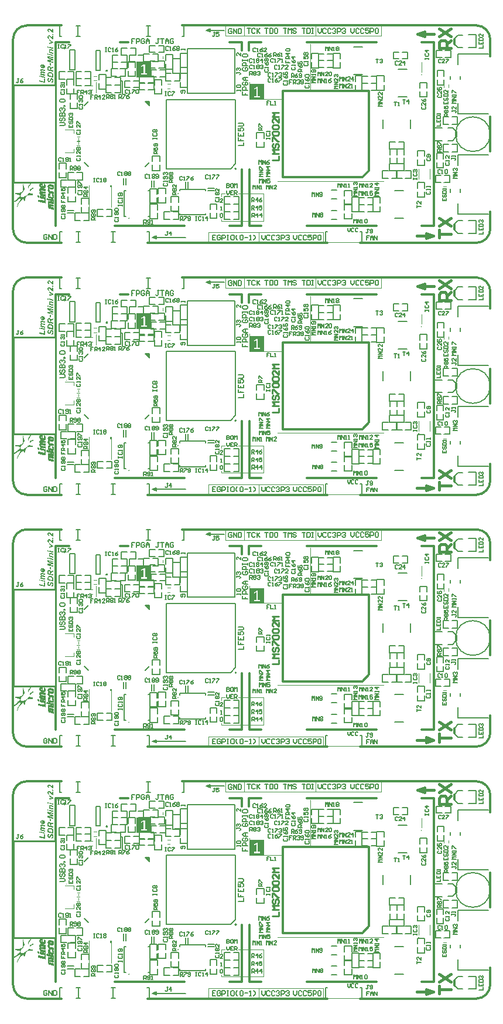
<source format=gto>
G04*
G04 #@! TF.GenerationSoftware,Altium Limited,Altium Designer,19.1.6 (110)*
G04*
G04 Layer_Color=65535*
%FSLAX44Y44*%
%MOMM*%
G71*
G01*
G75*
%ADD11C,0.3090*%
%ADD12C,0.2000*%
%ADD13C,0.3000*%
%ADD55C,0.4000*%
%ADD56C,0.1000*%
%ADD57C,0.2500*%
%ADD62C,0.1500*%
%ADD126C,0.2540*%
%ADD127C,0.1270*%
%ADD128C,0.0762*%
%ADD129C,0.0254*%
G36*
X52303Y1400252D02*
X52435Y1400240D01*
X52579Y1400216D01*
X52748Y1400180D01*
X52928Y1400132D01*
X53120Y1400060D01*
X53144Y1400048D01*
X53204Y1400024D01*
X53300Y1399976D01*
X53432Y1399904D01*
X53589Y1399808D01*
X53769Y1399687D01*
X53961Y1399555D01*
X54165Y1399387D01*
X54177Y1399375D01*
X54237Y1399327D01*
X54321Y1399243D01*
X54441Y1399123D01*
X54598Y1398967D01*
X54790Y1398774D01*
X55006Y1398546D01*
X55258Y1398282D01*
X55271Y1398270D01*
X55294Y1398246D01*
X55319Y1398210D01*
X55367Y1398162D01*
X55487Y1398029D01*
X55643Y1397873D01*
X55799Y1397705D01*
X55955Y1397537D01*
X56100Y1397393D01*
X56220Y1397273D01*
X56232Y1397261D01*
X56268Y1397237D01*
X56316Y1397189D01*
X56376Y1397128D01*
X56460Y1397056D01*
X56556Y1396984D01*
X56760Y1396816D01*
Y1399700D01*
X58250Y1399387D01*
Y1394341D01*
X58238D01*
X58226D01*
X58190Y1394353D01*
X58142D01*
X58022Y1394377D01*
X57878Y1394413D01*
X57697Y1394461D01*
X57505Y1394521D01*
X57289Y1394593D01*
X57085Y1394689D01*
X57073D01*
X57061Y1394702D01*
X56989Y1394738D01*
X56880Y1394798D01*
X56748Y1394882D01*
X56592Y1394990D01*
X56424Y1395110D01*
X56244Y1395242D01*
X56063Y1395386D01*
X56039Y1395410D01*
X55967Y1395470D01*
X55919Y1395518D01*
X55859Y1395579D01*
X55775Y1395651D01*
X55691Y1395735D01*
X55583Y1395831D01*
X55475Y1395951D01*
X55343Y1396071D01*
X55210Y1396215D01*
X55054Y1396371D01*
X54886Y1396540D01*
X54706Y1396720D01*
X54514Y1396924D01*
X54502Y1396936D01*
X54478Y1396960D01*
X54441Y1397008D01*
X54381Y1397056D01*
X54249Y1397200D01*
X54081Y1397369D01*
X53901Y1397549D01*
X53733Y1397729D01*
X53576Y1397873D01*
X53516Y1397933D01*
X53468Y1397981D01*
X53444Y1397993D01*
X53396Y1398042D01*
X53312Y1398114D01*
X53204Y1398198D01*
X53084Y1398294D01*
X52952Y1398378D01*
X52820Y1398462D01*
X52699Y1398522D01*
X52687Y1398534D01*
X52639Y1398546D01*
X52579Y1398570D01*
X52507Y1398606D01*
X52411Y1398630D01*
X52315Y1398654D01*
X52207Y1398666D01*
X52111Y1398678D01*
X52087D01*
X52039D01*
X51967Y1398666D01*
X51870Y1398642D01*
X51762Y1398618D01*
X51642Y1398570D01*
X51534Y1398510D01*
X51426Y1398426D01*
X51414Y1398414D01*
X51390Y1398378D01*
X51342Y1398330D01*
X51294Y1398258D01*
X51246Y1398162D01*
X51198Y1398053D01*
X51174Y1397933D01*
X51162Y1397801D01*
Y1397741D01*
X51174Y1397669D01*
X51198Y1397573D01*
X51234Y1397465D01*
X51294Y1397357D01*
X51366Y1397237D01*
X51462Y1397128D01*
X51474Y1397116D01*
X51522Y1397080D01*
X51594Y1397032D01*
X51702Y1396972D01*
X51846Y1396900D01*
X52027Y1396828D01*
X52243Y1396756D01*
X52507Y1396696D01*
X52279Y1395110D01*
X52267D01*
X52231Y1395122D01*
X52171Y1395134D01*
X52087Y1395146D01*
X51991Y1395182D01*
X51883Y1395206D01*
X51762Y1395242D01*
X51630Y1395290D01*
X51342Y1395410D01*
X51041Y1395567D01*
X50765Y1395759D01*
X50633Y1395879D01*
X50513Y1395999D01*
X50501Y1396011D01*
X50489Y1396035D01*
X50453Y1396071D01*
X50417Y1396131D01*
X50369Y1396191D01*
X50321Y1396275D01*
X50261Y1396371D01*
X50201Y1396492D01*
X50140Y1396612D01*
X50080Y1396744D01*
X49984Y1397044D01*
X49912Y1397381D01*
X49900Y1397573D01*
X49888Y1397765D01*
Y1397873D01*
X49900Y1397957D01*
X49912Y1398053D01*
X49924Y1398174D01*
X49936Y1398294D01*
X49972Y1398426D01*
X50044Y1398726D01*
X50153Y1399027D01*
X50224Y1399183D01*
X50309Y1399327D01*
X50417Y1399459D01*
X50525Y1399591D01*
X50537Y1399603D01*
X50549Y1399615D01*
X50585Y1399651D01*
X50633Y1399700D01*
X50705Y1399747D01*
X50777Y1399808D01*
X50861Y1399868D01*
X50957Y1399928D01*
X51186Y1400048D01*
X51462Y1400156D01*
X51774Y1400240D01*
X51943Y1400252D01*
X52123Y1400264D01*
X52147D01*
X52207D01*
X52303Y1400252D01*
D02*
G37*
G36*
X58250Y1392539D02*
Y1390929D01*
X56676Y1391241D01*
Y1392851D01*
X58250Y1392539D01*
D02*
G37*
G36*
X52303Y1390557D02*
X52435Y1390545D01*
X52579Y1390521D01*
X52748Y1390485D01*
X52928Y1390437D01*
X53120Y1390364D01*
X53144Y1390352D01*
X53204Y1390328D01*
X53300Y1390280D01*
X53432Y1390208D01*
X53589Y1390112D01*
X53769Y1389992D01*
X53961Y1389860D01*
X54165Y1389692D01*
X54177Y1389680D01*
X54237Y1389632D01*
X54321Y1389547D01*
X54441Y1389427D01*
X54598Y1389271D01*
X54790Y1389079D01*
X55006Y1388851D01*
X55258Y1388586D01*
X55271Y1388574D01*
X55294Y1388550D01*
X55319Y1388514D01*
X55367Y1388466D01*
X55487Y1388334D01*
X55643Y1388178D01*
X55799Y1388010D01*
X55955Y1387841D01*
X56100Y1387697D01*
X56220Y1387577D01*
X56232Y1387565D01*
X56268Y1387541D01*
X56316Y1387493D01*
X56376Y1387433D01*
X56460Y1387361D01*
X56556Y1387289D01*
X56760Y1387121D01*
Y1390004D01*
X58250Y1389692D01*
Y1384646D01*
X58238D01*
X58226D01*
X58190Y1384658D01*
X58142D01*
X58022Y1384682D01*
X57878Y1384718D01*
X57697Y1384766D01*
X57505Y1384826D01*
X57289Y1384898D01*
X57085Y1384994D01*
X57073D01*
X57061Y1385006D01*
X56989Y1385042D01*
X56880Y1385102D01*
X56748Y1385186D01*
X56592Y1385294D01*
X56424Y1385415D01*
X56244Y1385547D01*
X56063Y1385691D01*
X56039Y1385715D01*
X55967Y1385775D01*
X55919Y1385823D01*
X55859Y1385883D01*
X55775Y1385955D01*
X55691Y1386039D01*
X55583Y1386135D01*
X55475Y1386256D01*
X55343Y1386376D01*
X55210Y1386520D01*
X55054Y1386676D01*
X54886Y1386844D01*
X54706Y1387025D01*
X54514Y1387229D01*
X54502Y1387241D01*
X54478Y1387265D01*
X54441Y1387313D01*
X54381Y1387361D01*
X54249Y1387505D01*
X54081Y1387673D01*
X53901Y1387854D01*
X53733Y1388034D01*
X53576Y1388178D01*
X53516Y1388238D01*
X53468Y1388286D01*
X53444Y1388298D01*
X53396Y1388346D01*
X53312Y1388418D01*
X53204Y1388502D01*
X53084Y1388598D01*
X52952Y1388682D01*
X52820Y1388766D01*
X52699Y1388827D01*
X52687Y1388839D01*
X52639Y1388851D01*
X52579Y1388875D01*
X52507Y1388911D01*
X52411Y1388935D01*
X52315Y1388959D01*
X52207Y1388971D01*
X52111Y1388983D01*
X52087D01*
X52039D01*
X51967Y1388971D01*
X51870Y1388947D01*
X51762Y1388923D01*
X51642Y1388875D01*
X51534Y1388815D01*
X51426Y1388730D01*
X51414Y1388719D01*
X51390Y1388682D01*
X51342Y1388634D01*
X51294Y1388562D01*
X51246Y1388466D01*
X51198Y1388358D01*
X51174Y1388238D01*
X51162Y1388106D01*
Y1388046D01*
X51174Y1387974D01*
X51198Y1387878D01*
X51234Y1387769D01*
X51294Y1387661D01*
X51366Y1387541D01*
X51462Y1387433D01*
X51474Y1387421D01*
X51522Y1387385D01*
X51594Y1387337D01*
X51702Y1387277D01*
X51846Y1387205D01*
X52027Y1387133D01*
X52243Y1387061D01*
X52507Y1387000D01*
X52279Y1385415D01*
X52267D01*
X52231Y1385427D01*
X52171Y1385439D01*
X52087Y1385451D01*
X51991Y1385487D01*
X51883Y1385511D01*
X51762Y1385547D01*
X51630Y1385595D01*
X51342Y1385715D01*
X51041Y1385871D01*
X50765Y1386063D01*
X50633Y1386183D01*
X50513Y1386304D01*
X50501Y1386316D01*
X50489Y1386340D01*
X50453Y1386376D01*
X50417Y1386436D01*
X50369Y1386496D01*
X50321Y1386580D01*
X50261Y1386676D01*
X50201Y1386796D01*
X50140Y1386916D01*
X50080Y1387048D01*
X49984Y1387349D01*
X49912Y1387685D01*
X49900Y1387878D01*
X49888Y1388070D01*
Y1388178D01*
X49900Y1388262D01*
X49912Y1388358D01*
X49924Y1388478D01*
X49936Y1388598D01*
X49972Y1388730D01*
X50044Y1389031D01*
X50153Y1389331D01*
X50224Y1389487D01*
X50309Y1389632D01*
X50417Y1389764D01*
X50525Y1389896D01*
X50537Y1389908D01*
X50549Y1389920D01*
X50585Y1389956D01*
X50633Y1390004D01*
X50705Y1390052D01*
X50777Y1390112D01*
X50861Y1390172D01*
X50957Y1390232D01*
X51186Y1390352D01*
X51462Y1390461D01*
X51774Y1390545D01*
X51943Y1390557D01*
X52123Y1390569D01*
X52147D01*
X52207D01*
X52303Y1390557D01*
D02*
G37*
G36*
X58250Y1380945D02*
Y1379552D01*
X52219Y1378350D01*
Y1379948D01*
X54862Y1380357D01*
X54874D01*
X54910Y1380369D01*
X54958D01*
X55030Y1380381D01*
X55114Y1380393D01*
X55222Y1380417D01*
X55439Y1380453D01*
X55679Y1380489D01*
X55907Y1380525D01*
X56111Y1380549D01*
X56196Y1380561D01*
X56268Y1380573D01*
X56244Y1380585D01*
X56208Y1380609D01*
X56147Y1380645D01*
X56051Y1380693D01*
X55931Y1380765D01*
X55763Y1380849D01*
X55655Y1380909D01*
X55547Y1380969D01*
X55535D01*
X55523Y1380981D01*
X55451Y1381029D01*
X55343Y1381089D01*
X55210Y1381162D01*
X55078Y1381234D01*
X54958Y1381306D01*
X54850Y1381366D01*
X54778Y1381402D01*
X52219Y1382904D01*
Y1384658D01*
X58250Y1380945D01*
D02*
G37*
G36*
X51402Y1374167D02*
Y1372546D01*
X49936Y1372858D01*
Y1374468D01*
X51402Y1374167D01*
D02*
G37*
G36*
X58250Y1372726D02*
Y1371116D01*
X52219Y1372377D01*
Y1373999D01*
X58250Y1372726D01*
D02*
G37*
G36*
X53793Y1370443D02*
X53925Y1370419D01*
X54081Y1370395D01*
X54297Y1370359D01*
X54418Y1370335D01*
X54550Y1370311D01*
X54694Y1370275D01*
X54850Y1370239D01*
X58250Y1369506D01*
Y1367896D01*
X54838Y1368629D01*
X54826D01*
X54802Y1368641D01*
X54766D01*
X54718Y1368653D01*
X54586Y1368677D01*
X54441Y1368713D01*
X54285Y1368737D01*
X54129Y1368761D01*
X54009Y1368785D01*
X53961Y1368797D01*
X53925D01*
X53913D01*
X53877D01*
X53817Y1368785D01*
X53745Y1368773D01*
X53673Y1368749D01*
X53589Y1368713D01*
X53504Y1368665D01*
X53432Y1368605D01*
X53420Y1368593D01*
X53408Y1368569D01*
X53372Y1368533D01*
X53336Y1368473D01*
X53312Y1368401D01*
X53276Y1368317D01*
X53264Y1368208D01*
X53252Y1368088D01*
Y1368028D01*
X53264Y1367956D01*
X53288Y1367848D01*
X53324Y1367728D01*
X53384Y1367596D01*
X53456Y1367452D01*
X53552Y1367283D01*
X53565Y1367259D01*
X53612Y1367211D01*
X53673Y1367127D01*
X53769Y1367031D01*
X53877Y1366923D01*
X54009Y1366803D01*
X54165Y1366695D01*
X54345Y1366586D01*
X54357Y1366575D01*
X54418Y1366550D01*
X54514Y1366514D01*
X54586Y1366490D01*
X54658Y1366466D01*
X54754Y1366442D01*
X54850Y1366406D01*
X54970Y1366370D01*
X55102Y1366334D01*
X55247Y1366298D01*
X55415Y1366250D01*
X55595Y1366214D01*
X55787Y1366166D01*
X58250Y1365649D01*
Y1364039D01*
X52219Y1365301D01*
Y1366839D01*
X53012Y1366683D01*
Y1366695D01*
X52988Y1366707D01*
X52928Y1366779D01*
X52844Y1366899D01*
X52736Y1367043D01*
X52627Y1367211D01*
X52507Y1367392D01*
X52399Y1367584D01*
X52303Y1367776D01*
X52291Y1367800D01*
X52267Y1367860D01*
X52231Y1367968D01*
X52195Y1368100D01*
X52159Y1368257D01*
X52123Y1368437D01*
X52099Y1368629D01*
X52087Y1368833D01*
Y1368905D01*
X52099Y1368953D01*
X52111Y1369097D01*
X52135Y1369266D01*
X52195Y1369458D01*
X52267Y1369650D01*
X52375Y1369842D01*
X52519Y1370023D01*
X52543Y1370047D01*
X52591Y1370095D01*
X52687Y1370155D01*
X52820Y1370239D01*
X52988Y1370323D01*
X53180Y1370383D01*
X53396Y1370431D01*
X53649Y1370455D01*
X53661D01*
X53709D01*
X53793Y1370443D01*
D02*
G37*
G36*
X51402Y1363835D02*
Y1362213D01*
X49936Y1362526D01*
Y1364136D01*
X51402Y1363835D01*
D02*
G37*
G36*
X58250Y1362394D02*
Y1360784D01*
X52219Y1362045D01*
Y1363667D01*
X58250Y1362394D01*
D02*
G37*
G36*
Y1359078D02*
Y1357528D01*
X51354Y1358970D01*
X58250Y1355882D01*
Y1354260D01*
X51306Y1353948D01*
X58250Y1352638D01*
Y1351088D01*
X49936Y1352818D01*
Y1355257D01*
X55655Y1355522D01*
X49936Y1358129D01*
Y1360591D01*
X58250Y1359078D01*
D02*
G37*
G36*
X55039Y1350260D02*
Y1347100D01*
X53465Y1347413D01*
Y1350572D01*
X55039Y1350260D01*
D02*
G37*
G36*
X42792Y1348688D02*
X42960Y1348676D01*
X43141Y1348652D01*
X43501Y1348580D01*
Y1344495D01*
X43513D01*
X43561D01*
X43609Y1344483D01*
X43657D01*
X43669D01*
X43681D01*
X43753D01*
X43861Y1344507D01*
X44006Y1344531D01*
X44162Y1344567D01*
X44318Y1344627D01*
X44486Y1344711D01*
X44630Y1344819D01*
X44642Y1344831D01*
X44690Y1344879D01*
X44738Y1344951D01*
X44811Y1345059D01*
X44871Y1345179D01*
X44931Y1345324D01*
X44979Y1345492D01*
X44991Y1345672D01*
Y1345756D01*
X44979Y1345804D01*
X44967Y1345876D01*
X44943Y1345960D01*
X44883Y1346141D01*
X44847Y1346237D01*
X44787Y1346345D01*
X44714Y1346453D01*
X44630Y1346549D01*
X44534Y1346657D01*
X44426Y1346765D01*
X44294Y1346862D01*
X44150Y1346946D01*
X44390Y1348399D01*
X44402D01*
X44426Y1348375D01*
X44474Y1348351D01*
X44534Y1348315D01*
X44606Y1348279D01*
X44690Y1348219D01*
X44895Y1348099D01*
X45111Y1347931D01*
X45327Y1347726D01*
X45543Y1347498D01*
X45724Y1347246D01*
Y1347234D01*
X45748Y1347210D01*
X45760Y1347174D01*
X45796Y1347126D01*
X45820Y1347054D01*
X45856Y1346982D01*
X45940Y1346777D01*
X46024Y1346549D01*
X46084Y1346273D01*
X46132Y1345984D01*
X46156Y1345660D01*
Y1345540D01*
X46144Y1345456D01*
X46132Y1345348D01*
X46120Y1345228D01*
X46096Y1345095D01*
X46060Y1344951D01*
X45964Y1344639D01*
X45904Y1344471D01*
X45832Y1344303D01*
X45748Y1344146D01*
X45640Y1343978D01*
X45519Y1343822D01*
X45387Y1343678D01*
X45375Y1343666D01*
X45351Y1343642D01*
X45303Y1343606D01*
X45243Y1343558D01*
X45171Y1343497D01*
X45075Y1343437D01*
X44967Y1343365D01*
X44847Y1343305D01*
X44703Y1343233D01*
X44558Y1343161D01*
X44390Y1343101D01*
X44210Y1343041D01*
X44018Y1342993D01*
X43801Y1342957D01*
X43585Y1342933D01*
X43357Y1342921D01*
X43345D01*
X43297D01*
X43237D01*
X43153Y1342933D01*
X43045Y1342945D01*
X42912Y1342957D01*
X42768Y1342981D01*
X42612Y1343005D01*
X42276Y1343089D01*
X42095Y1343149D01*
X41903Y1343209D01*
X41711Y1343293D01*
X41519Y1343377D01*
X41326Y1343486D01*
X41146Y1343606D01*
X41134Y1343618D01*
X41086Y1343654D01*
X41026Y1343702D01*
X40942Y1343774D01*
X40846Y1343882D01*
X40726Y1343990D01*
X40618Y1344134D01*
X40486Y1344290D01*
X40365Y1344471D01*
X40245Y1344675D01*
X40137Y1344891D01*
X40041Y1345131D01*
X39957Y1345384D01*
X39897Y1345660D01*
X39849Y1345960D01*
X39837Y1346273D01*
Y1346381D01*
X39849Y1346453D01*
X39861Y1346549D01*
X39873Y1346657D01*
X39897Y1346777D01*
X39921Y1346909D01*
X40005Y1347198D01*
X40053Y1347342D01*
X40125Y1347486D01*
X40209Y1347630D01*
X40293Y1347775D01*
X40401Y1347907D01*
X40522Y1348039D01*
X40534Y1348051D01*
X40558Y1348063D01*
X40594Y1348099D01*
X40642Y1348147D01*
X40714Y1348195D01*
X40798Y1348243D01*
X40906Y1348303D01*
X41014Y1348375D01*
X41146Y1348435D01*
X41290Y1348495D01*
X41447Y1348544D01*
X41627Y1348591D01*
X41807Y1348640D01*
X42011Y1348676D01*
X42216Y1348688D01*
X42444Y1348700D01*
X42456D01*
X42468D01*
X42540D01*
X42660D01*
X42792Y1348688D01*
D02*
G37*
G36*
X41399Y1342032D02*
X41507Y1342020D01*
X41651Y1342008D01*
X41843Y1341972D01*
X42071Y1341936D01*
X42336Y1341876D01*
X46000Y1341083D01*
Y1339473D01*
X42336Y1340254D01*
X42324D01*
X42300Y1340266D01*
X42276D01*
X42228Y1340278D01*
X42107Y1340302D01*
X41975Y1340326D01*
X41843Y1340350D01*
X41711Y1340374D01*
X41615Y1340398D01*
X41579D01*
X41555D01*
X41543D01*
X41507D01*
X41471Y1340386D01*
X41411Y1340374D01*
X41279Y1340338D01*
X41218Y1340290D01*
X41158Y1340242D01*
X41146Y1340230D01*
X41134Y1340218D01*
X41110Y1340182D01*
X41074Y1340134D01*
X41050Y1340074D01*
X41026Y1339989D01*
X41014Y1339905D01*
X41002Y1339797D01*
Y1339737D01*
X41014Y1339689D01*
X41038Y1339569D01*
X41086Y1339425D01*
X41158Y1339256D01*
X41279Y1339064D01*
X41350Y1338968D01*
X41435Y1338872D01*
X41531Y1338788D01*
X41651Y1338692D01*
X41675Y1338680D01*
X41699Y1338656D01*
X41735Y1338632D01*
X41795Y1338608D01*
X41855Y1338572D01*
X41939Y1338524D01*
X42023Y1338488D01*
X42132Y1338439D01*
X42252Y1338392D01*
X42384Y1338343D01*
X42528Y1338295D01*
X42684Y1338235D01*
X42864Y1338187D01*
X43057Y1338139D01*
X43273Y1338091D01*
X46000Y1337514D01*
Y1335905D01*
X42372Y1336661D01*
X42360D01*
X42348Y1336673D01*
X42264Y1336685D01*
X42155Y1336709D01*
X42035Y1336734D01*
X41891Y1336758D01*
X41759Y1336770D01*
X41639Y1336794D01*
X41555D01*
X41543D01*
X41519D01*
X41471Y1336782D01*
X41411Y1336770D01*
X41290Y1336721D01*
X41218Y1336685D01*
X41158Y1336625D01*
X41146Y1336613D01*
X41134Y1336601D01*
X41110Y1336565D01*
X41074Y1336517D01*
X41050Y1336445D01*
X41026Y1336373D01*
X41014Y1336289D01*
X41002Y1336181D01*
Y1336133D01*
X41014Y1336085D01*
X41026Y1336013D01*
X41038Y1335929D01*
X41074Y1335833D01*
X41110Y1335736D01*
X41170Y1335628D01*
X41182Y1335616D01*
X41194Y1335580D01*
X41230Y1335520D01*
X41279Y1335460D01*
X41339Y1335376D01*
X41423Y1335292D01*
X41507Y1335208D01*
X41603Y1335124D01*
X41615Y1335112D01*
X41651Y1335088D01*
X41711Y1335052D01*
X41795Y1335004D01*
X41891Y1334943D01*
X42023Y1334883D01*
X42155Y1334823D01*
X42312Y1334763D01*
X42324D01*
X42360Y1334751D01*
X42420Y1334727D01*
X42504Y1334703D01*
X42624Y1334679D01*
X42792Y1334631D01*
X42984Y1334583D01*
X43105Y1334559D01*
X43237Y1334523D01*
X46000Y1333946D01*
Y1332336D01*
X39969Y1333598D01*
Y1335124D01*
X40702Y1334979D01*
X40690Y1334991D01*
X40666Y1335016D01*
X40618Y1335063D01*
X40570Y1335136D01*
X40497Y1335220D01*
X40425Y1335316D01*
X40353Y1335424D01*
X40269Y1335556D01*
X40113Y1335845D01*
X39969Y1336157D01*
X39921Y1336337D01*
X39873Y1336505D01*
X39849Y1336698D01*
X39837Y1336878D01*
Y1336986D01*
X39849Y1337118D01*
X39873Y1337262D01*
X39909Y1337430D01*
X39957Y1337611D01*
X40029Y1337779D01*
X40125Y1337923D01*
X40137Y1337935D01*
X40173Y1337983D01*
X40245Y1338043D01*
X40329Y1338127D01*
X40437Y1338199D01*
X40582Y1338283D01*
X40726Y1338355D01*
X40906Y1338403D01*
X40882Y1338416D01*
X40834Y1338464D01*
X40750Y1338536D01*
X40642Y1338632D01*
X40522Y1338764D01*
X40401Y1338908D01*
X40269Y1339088D01*
X40149Y1339292D01*
Y1339305D01*
X40137Y1339317D01*
X40125Y1339353D01*
X40101Y1339401D01*
X40053Y1339509D01*
X39993Y1339665D01*
X39933Y1339845D01*
X39885Y1340061D01*
X39849Y1340278D01*
X39837Y1340518D01*
Y1340638D01*
X39861Y1340770D01*
X39885Y1340927D01*
X39933Y1341107D01*
X40005Y1341299D01*
X40101Y1341479D01*
X40233Y1341635D01*
X40245Y1341647D01*
X40305Y1341695D01*
X40389Y1341767D01*
X40510Y1341840D01*
X40654Y1341912D01*
X40822Y1341984D01*
X41026Y1342032D01*
X41254Y1342044D01*
X41266D01*
X41315D01*
X41399Y1342032D01*
D02*
G37*
G36*
X52303Y1346117D02*
X52387Y1346105D01*
X52495Y1346093D01*
X52615Y1346081D01*
X52736Y1346044D01*
X53012Y1345972D01*
X53312Y1345864D01*
X53456Y1345792D01*
X53601Y1345708D01*
X53745Y1345600D01*
X53877Y1345492D01*
X53889Y1345480D01*
X53901Y1345468D01*
X53937Y1345420D01*
X53985Y1345372D01*
X54045Y1345300D01*
X54105Y1345228D01*
X54165Y1345131D01*
X54237Y1345011D01*
X54309Y1344891D01*
X54381Y1344747D01*
X54454Y1344591D01*
X54526Y1344411D01*
X54586Y1344230D01*
X54634Y1344026D01*
X54682Y1343798D01*
X54718Y1343570D01*
X54730Y1343582D01*
X54766Y1343630D01*
X54838Y1343690D01*
X54922Y1343774D01*
X55042Y1343858D01*
X55174Y1343966D01*
X55331Y1344074D01*
X55499Y1344182D01*
X55511Y1344194D01*
X55547Y1344206D01*
X55595Y1344242D01*
X55679Y1344278D01*
X55775Y1344339D01*
X55895Y1344399D01*
X56039Y1344471D01*
X56208Y1344555D01*
X56388Y1344651D01*
X56592Y1344747D01*
X56820Y1344855D01*
X57073Y1344963D01*
X57337Y1345083D01*
X57625Y1345204D01*
X57926Y1345336D01*
X58250Y1345468D01*
Y1343630D01*
X58238D01*
X58214Y1343618D01*
X58178Y1343606D01*
X58118Y1343582D01*
X58046Y1343558D01*
X57950Y1343522D01*
X57842Y1343486D01*
X57709Y1343437D01*
X57565Y1343377D01*
X57409Y1343317D01*
X57229Y1343245D01*
X57037Y1343161D01*
X56820Y1343077D01*
X56580Y1342981D01*
X56328Y1342873D01*
X56063Y1342753D01*
X56051D01*
X56027Y1342741D01*
X55991Y1342717D01*
X55931Y1342693D01*
X55799Y1342621D01*
X55631Y1342524D01*
X55451Y1342416D01*
X55271Y1342296D01*
X55102Y1342152D01*
X55042Y1342080D01*
X54982Y1342008D01*
X54970Y1341996D01*
X54958Y1341960D01*
X54934Y1341900D01*
X54898Y1341815D01*
X54862Y1341695D01*
X54838Y1341551D01*
X54826Y1341371D01*
X54814Y1341155D01*
Y1340458D01*
X58250Y1339737D01*
Y1338043D01*
X49936Y1339785D01*
Y1343702D01*
X49948Y1343786D01*
X49960Y1344002D01*
X49984Y1344242D01*
X50020Y1344483D01*
X50068Y1344723D01*
X50140Y1344939D01*
Y1344951D01*
X50153Y1344963D01*
X50177Y1345023D01*
X50224Y1345119D01*
X50297Y1345240D01*
X50405Y1345384D01*
X50525Y1345528D01*
X50681Y1345660D01*
X50861Y1345792D01*
X50885Y1345804D01*
X50957Y1345840D01*
X51066Y1345900D01*
X51210Y1345960D01*
X51390Y1346021D01*
X51606Y1346081D01*
X51859Y1346117D01*
X52123Y1346129D01*
X52135D01*
X52171D01*
X52219D01*
X52303Y1346117D01*
D02*
G37*
G36*
X39152Y1332204D02*
Y1330582D01*
X37686Y1330895D01*
Y1332504D01*
X39152Y1332204D01*
D02*
G37*
G36*
X53612Y1337551D02*
X53733D01*
X53865Y1337538D01*
X54021Y1337514D01*
X54189Y1337502D01*
X54369Y1337466D01*
X54562Y1337442D01*
X54958Y1337346D01*
X55367Y1337214D01*
X55571Y1337142D01*
X55775Y1337046D01*
X55787D01*
X55823Y1337022D01*
X55871Y1336998D01*
X55943Y1336950D01*
X56039Y1336902D01*
X56136Y1336842D01*
X56376Y1336685D01*
X56640Y1336505D01*
X56916Y1336277D01*
X57181Y1336025D01*
X57433Y1335748D01*
Y1335736D01*
X57457Y1335724D01*
X57481Y1335688D01*
X57505Y1335640D01*
X57553Y1335580D01*
X57589Y1335508D01*
X57697Y1335328D01*
X57806Y1335112D01*
X57926Y1334847D01*
X58034Y1334547D01*
X58130Y1334211D01*
Y1334187D01*
X58142Y1334151D01*
X58154Y1334114D01*
Y1334054D01*
X58166Y1333982D01*
X58178Y1333898D01*
X58190Y1333802D01*
X58202Y1333694D01*
X58214Y1333574D01*
X58226Y1333442D01*
Y1333285D01*
X58238Y1333129D01*
X58250Y1332949D01*
Y1329633D01*
X49936Y1331375D01*
Y1334114D01*
X49948Y1334319D01*
Y1334523D01*
X49960Y1334691D01*
Y1334751D01*
X49972Y1334811D01*
Y1334835D01*
X49984Y1334895D01*
X49996Y1334991D01*
X50020Y1335124D01*
X50044Y1335268D01*
X50080Y1335424D01*
X50188Y1335736D01*
X50201Y1335760D01*
X50212Y1335808D01*
X50249Y1335880D01*
X50297Y1335989D01*
X50369Y1336097D01*
X50441Y1336229D01*
X50525Y1336349D01*
X50633Y1336481D01*
X50645Y1336493D01*
X50681Y1336541D01*
X50741Y1336601D01*
X50825Y1336685D01*
X50921Y1336770D01*
X51041Y1336866D01*
X51174Y1336962D01*
X51318Y1337058D01*
X51330Y1337070D01*
X51390Y1337094D01*
X51474Y1337142D01*
X51582Y1337190D01*
X51714Y1337250D01*
X51870Y1337322D01*
X52051Y1337382D01*
X52243Y1337430D01*
X52267Y1337442D01*
X52339Y1337454D01*
X52447Y1337478D01*
X52579Y1337502D01*
X52748Y1337527D01*
X52952Y1337538D01*
X53156Y1337563D01*
X53384D01*
X53396D01*
X53444D01*
X53516D01*
X53612Y1337551D01*
D02*
G37*
G36*
X46000Y1330762D02*
Y1329153D01*
X39969Y1330414D01*
Y1332036D01*
X46000Y1330762D01*
D02*
G37*
G36*
Y1328059D02*
Y1322100D01*
X37686Y1323842D01*
Y1325548D01*
X44606Y1324095D01*
Y1328348D01*
X46000Y1328059D01*
D02*
G37*
G36*
X52375Y1327615D02*
X52363D01*
X52351D01*
X52279Y1327603D01*
X52171Y1327567D01*
X52039Y1327531D01*
X51894Y1327471D01*
X51738Y1327399D01*
X51594Y1327302D01*
X51462Y1327170D01*
X51450Y1327158D01*
X51414Y1327098D01*
X51354Y1327014D01*
X51294Y1326894D01*
X51246Y1326750D01*
X51186Y1326557D01*
X51150Y1326329D01*
X51138Y1326077D01*
Y1325957D01*
X51150Y1325837D01*
X51174Y1325681D01*
X51198Y1325524D01*
X51246Y1325356D01*
X51306Y1325200D01*
X51390Y1325068D01*
X51402Y1325056D01*
X51438Y1325020D01*
X51486Y1324972D01*
X51558Y1324924D01*
X51654Y1324863D01*
X51762Y1324815D01*
X51894Y1324779D01*
X52027Y1324767D01*
X52039D01*
X52087D01*
X52147Y1324779D01*
X52231Y1324803D01*
X52327Y1324839D01*
X52423Y1324888D01*
X52519Y1324948D01*
X52615Y1325044D01*
X52627Y1325056D01*
X52663Y1325104D01*
X52712Y1325176D01*
X52784Y1325296D01*
X52832Y1325380D01*
X52880Y1325464D01*
X52940Y1325560D01*
X53000Y1325681D01*
X53060Y1325801D01*
X53132Y1325945D01*
X53204Y1326101D01*
X53276Y1326269D01*
X53288Y1326281D01*
X53300Y1326329D01*
X53336Y1326401D01*
X53372Y1326497D01*
X53432Y1326618D01*
X53492Y1326750D01*
X53637Y1327038D01*
X53793Y1327350D01*
X53961Y1327651D01*
X54045Y1327795D01*
X54129Y1327915D01*
X54213Y1328023D01*
X54285Y1328107D01*
X54297Y1328119D01*
X54309Y1328131D01*
X54345Y1328167D01*
X54381Y1328203D01*
X54514Y1328300D01*
X54682Y1328408D01*
X54886Y1328516D01*
X55138Y1328600D01*
X55427Y1328672D01*
X55571Y1328684D01*
X55739Y1328696D01*
X55751D01*
X55787D01*
X55847D01*
X55919Y1328684D01*
X56015Y1328672D01*
X56136Y1328648D01*
X56256Y1328624D01*
X56388Y1328588D01*
X56532Y1328540D01*
X56688Y1328480D01*
X56844Y1328408D01*
X57000Y1328324D01*
X57157Y1328228D01*
X57325Y1328107D01*
X57469Y1327975D01*
X57625Y1327819D01*
X57637Y1327807D01*
X57661Y1327783D01*
X57697Y1327723D01*
X57745Y1327663D01*
X57806Y1327567D01*
X57878Y1327459D01*
X57938Y1327338D01*
X58010Y1327182D01*
X58094Y1327026D01*
X58154Y1326846D01*
X58226Y1326642D01*
X58286Y1326425D01*
X58334Y1326197D01*
X58370Y1325945D01*
X58394Y1325681D01*
X58406Y1325392D01*
Y1325212D01*
X58394Y1325116D01*
X58382Y1325008D01*
Y1324888D01*
X58358Y1324755D01*
X58322Y1324467D01*
X58262Y1324155D01*
X58178Y1323830D01*
X58058Y1323530D01*
Y1323518D01*
X58046Y1323494D01*
X58022Y1323458D01*
X57986Y1323398D01*
X57914Y1323266D01*
X57793Y1323097D01*
X57661Y1322917D01*
X57481Y1322737D01*
X57289Y1322569D01*
X57061Y1322425D01*
X57049D01*
X57037Y1322413D01*
X57000Y1322401D01*
X56940Y1322377D01*
X56880Y1322352D01*
X56808Y1322328D01*
X56628Y1322268D01*
X56412Y1322208D01*
X56160Y1322160D01*
X55883Y1322136D01*
X55583Y1322124D01*
X55487Y1323758D01*
X55499D01*
X55523D01*
X55559D01*
X55607Y1323770D01*
X55751Y1323782D01*
X55907Y1323806D01*
X56087Y1323830D01*
X56268Y1323878D01*
X56424Y1323938D01*
X56544Y1324023D01*
X56568Y1324046D01*
X56616Y1324095D01*
X56676Y1324191D01*
X56760Y1324335D01*
X56796Y1324419D01*
X56844Y1324527D01*
X56880Y1324635D01*
X56904Y1324767D01*
X56940Y1324899D01*
X56953Y1325056D01*
X56976Y1325224D01*
Y1325536D01*
X56965Y1325608D01*
Y1325692D01*
X56940Y1325873D01*
X56904Y1326065D01*
X56844Y1326269D01*
X56772Y1326461D01*
X56676Y1326618D01*
X56664Y1326630D01*
X56628Y1326678D01*
X56556Y1326738D01*
X56472Y1326810D01*
X56364Y1326882D01*
X56244Y1326942D01*
X56111Y1326990D01*
X55955Y1327002D01*
X55943D01*
X55895D01*
X55823Y1326990D01*
X55739Y1326966D01*
X55643Y1326930D01*
X55535Y1326870D01*
X55427Y1326798D01*
X55331Y1326690D01*
X55319Y1326678D01*
X55294Y1326642D01*
X55247Y1326570D01*
X55186Y1326461D01*
X55138Y1326389D01*
X55090Y1326305D01*
X55042Y1326209D01*
X54994Y1326101D01*
X54934Y1325969D01*
X54862Y1325837D01*
X54790Y1325668D01*
X54718Y1325500D01*
Y1325488D01*
X54694Y1325452D01*
X54682Y1325404D01*
X54646Y1325344D01*
X54610Y1325260D01*
X54574Y1325164D01*
X54478Y1324960D01*
X54357Y1324731D01*
X54249Y1324491D01*
X54129Y1324275D01*
X54069Y1324167D01*
X54021Y1324083D01*
X54009Y1324059D01*
X53973Y1324010D01*
X53901Y1323926D01*
X53817Y1323830D01*
X53721Y1323722D01*
X53589Y1323602D01*
X53444Y1323494D01*
X53288Y1323386D01*
X53264Y1323374D01*
X53204Y1323350D01*
X53108Y1323302D01*
X52988Y1323266D01*
X52832Y1323217D01*
X52651Y1323170D01*
X52447Y1323145D01*
X52231Y1323133D01*
X52219D01*
X52183D01*
X52123D01*
X52051Y1323145D01*
X51967Y1323158D01*
X51859Y1323170D01*
X51738Y1323194D01*
X51618Y1323230D01*
X51342Y1323314D01*
X51198Y1323386D01*
X51041Y1323458D01*
X50897Y1323542D01*
X50753Y1323638D01*
X50609Y1323758D01*
X50477Y1323890D01*
X50465Y1323902D01*
X50441Y1323926D01*
X50417Y1323974D01*
X50369Y1324034D01*
X50321Y1324107D01*
X50261Y1324203D01*
X50188Y1324323D01*
X50128Y1324455D01*
X50068Y1324599D01*
X49996Y1324755D01*
X49936Y1324936D01*
X49888Y1325140D01*
X49840Y1325356D01*
X49804Y1325584D01*
X49792Y1325825D01*
X49780Y1326089D01*
Y1326233D01*
X49792Y1326329D01*
X49804Y1326449D01*
X49816Y1326593D01*
X49840Y1326750D01*
X49864Y1326918D01*
X49948Y1327290D01*
X50008Y1327483D01*
X50068Y1327663D01*
X50153Y1327855D01*
X50249Y1328035D01*
X50357Y1328203D01*
X50477Y1328360D01*
X50489Y1328372D01*
X50513Y1328396D01*
X50549Y1328432D01*
X50597Y1328492D01*
X50669Y1328552D01*
X50753Y1328624D01*
X50849Y1328696D01*
X50957Y1328768D01*
X51090Y1328852D01*
X51222Y1328936D01*
X51378Y1329008D01*
X51534Y1329081D01*
X51714Y1329140D01*
X51894Y1329189D01*
X52099Y1329225D01*
X52303Y1329249D01*
X52375Y1327615D01*
D02*
G37*
G36*
X197250Y1288950D02*
X191500Y1294700D01*
X191750Y1294950D01*
X197250Y1294950D01*
Y1288950D01*
D02*
G37*
G36*
X142250Y1172350D02*
X140250D01*
Y1174350D01*
X142250D01*
Y1172350D01*
D02*
G37*
G36*
X52303Y1036552D02*
X52435Y1036540D01*
X52579Y1036516D01*
X52748Y1036480D01*
X52928Y1036432D01*
X53120Y1036360D01*
X53144Y1036348D01*
X53204Y1036324D01*
X53300Y1036276D01*
X53432Y1036204D01*
X53589Y1036107D01*
X53769Y1035987D01*
X53961Y1035855D01*
X54165Y1035687D01*
X54177Y1035675D01*
X54237Y1035627D01*
X54321Y1035543D01*
X54441Y1035423D01*
X54598Y1035266D01*
X54790Y1035074D01*
X55006Y1034846D01*
X55258Y1034582D01*
X55271Y1034570D01*
X55294Y1034546D01*
X55319Y1034510D01*
X55367Y1034462D01*
X55487Y1034329D01*
X55643Y1034173D01*
X55799Y1034005D01*
X55955Y1033837D01*
X56100Y1033693D01*
X56220Y1033572D01*
X56232Y1033560D01*
X56268Y1033537D01*
X56316Y1033488D01*
X56376Y1033428D01*
X56460Y1033356D01*
X56556Y1033284D01*
X56760Y1033116D01*
Y1035999D01*
X58250Y1035687D01*
Y1030641D01*
X58238D01*
X58226D01*
X58190Y1030653D01*
X58142D01*
X58022Y1030677D01*
X57878Y1030713D01*
X57697Y1030761D01*
X57505Y1030821D01*
X57289Y1030893D01*
X57085Y1030990D01*
X57073D01*
X57061Y1031002D01*
X56989Y1031038D01*
X56880Y1031098D01*
X56748Y1031182D01*
X56592Y1031290D01*
X56424Y1031410D01*
X56244Y1031542D01*
X56063Y1031686D01*
X56039Y1031710D01*
X55967Y1031770D01*
X55919Y1031818D01*
X55859Y1031879D01*
X55775Y1031951D01*
X55691Y1032035D01*
X55583Y1032131D01*
X55475Y1032251D01*
X55343Y1032371D01*
X55210Y1032515D01*
X55054Y1032672D01*
X54886Y1032840D01*
X54706Y1033020D01*
X54514Y1033224D01*
X54502Y1033236D01*
X54478Y1033260D01*
X54441Y1033308D01*
X54381Y1033356D01*
X54249Y1033500D01*
X54081Y1033669D01*
X53901Y1033849D01*
X53733Y1034029D01*
X53576Y1034173D01*
X53516Y1034233D01*
X53468Y1034281D01*
X53444Y1034293D01*
X53396Y1034341D01*
X53312Y1034414D01*
X53204Y1034498D01*
X53084Y1034594D01*
X52952Y1034678D01*
X52820Y1034762D01*
X52699Y1034822D01*
X52687Y1034834D01*
X52639Y1034846D01*
X52579Y1034870D01*
X52507Y1034906D01*
X52411Y1034930D01*
X52315Y1034954D01*
X52207Y1034966D01*
X52111Y1034978D01*
X52087D01*
X52039D01*
X51967Y1034966D01*
X51870Y1034942D01*
X51762Y1034918D01*
X51642Y1034870D01*
X51534Y1034810D01*
X51426Y1034726D01*
X51414Y1034714D01*
X51390Y1034678D01*
X51342Y1034630D01*
X51294Y1034558D01*
X51246Y1034462D01*
X51198Y1034353D01*
X51174Y1034233D01*
X51162Y1034101D01*
Y1034041D01*
X51174Y1033969D01*
X51198Y1033873D01*
X51234Y1033765D01*
X51294Y1033657D01*
X51366Y1033537D01*
X51462Y1033428D01*
X51474Y1033416D01*
X51522Y1033380D01*
X51594Y1033332D01*
X51702Y1033272D01*
X51846Y1033200D01*
X52027Y1033128D01*
X52243Y1033056D01*
X52507Y1032996D01*
X52279Y1031410D01*
X52267D01*
X52231Y1031422D01*
X52171Y1031434D01*
X52087Y1031446D01*
X51991Y1031482D01*
X51883Y1031506D01*
X51762Y1031542D01*
X51630Y1031590D01*
X51342Y1031710D01*
X51041Y1031867D01*
X50765Y1032059D01*
X50633Y1032179D01*
X50513Y1032299D01*
X50501Y1032311D01*
X50489Y1032335D01*
X50453Y1032371D01*
X50417Y1032431D01*
X50369Y1032491D01*
X50321Y1032575D01*
X50261Y1032672D01*
X50201Y1032792D01*
X50140Y1032912D01*
X50080Y1033044D01*
X49984Y1033344D01*
X49912Y1033681D01*
X49900Y1033873D01*
X49888Y1034065D01*
Y1034173D01*
X49900Y1034257D01*
X49912Y1034353D01*
X49924Y1034474D01*
X49936Y1034594D01*
X49972Y1034726D01*
X50044Y1035026D01*
X50153Y1035327D01*
X50224Y1035483D01*
X50309Y1035627D01*
X50417Y1035759D01*
X50525Y1035891D01*
X50537Y1035903D01*
X50549Y1035915D01*
X50585Y1035951D01*
X50633Y1035999D01*
X50705Y1036048D01*
X50777Y1036107D01*
X50861Y1036168D01*
X50957Y1036228D01*
X51186Y1036348D01*
X51462Y1036456D01*
X51774Y1036540D01*
X51943Y1036552D01*
X52123Y1036564D01*
X52147D01*
X52207D01*
X52303Y1036552D01*
D02*
G37*
G36*
X58250Y1028839D02*
Y1027229D01*
X56676Y1027541D01*
Y1029151D01*
X58250Y1028839D01*
D02*
G37*
G36*
X52303Y1026857D02*
X52435Y1026845D01*
X52579Y1026821D01*
X52748Y1026785D01*
X52928Y1026737D01*
X53120Y1026664D01*
X53144Y1026652D01*
X53204Y1026628D01*
X53300Y1026580D01*
X53432Y1026508D01*
X53589Y1026412D01*
X53769Y1026292D01*
X53961Y1026160D01*
X54165Y1025992D01*
X54177Y1025980D01*
X54237Y1025931D01*
X54321Y1025847D01*
X54441Y1025727D01*
X54598Y1025571D01*
X54790Y1025379D01*
X55006Y1025151D01*
X55258Y1024886D01*
X55271Y1024874D01*
X55294Y1024850D01*
X55319Y1024814D01*
X55367Y1024766D01*
X55487Y1024634D01*
X55643Y1024478D01*
X55799Y1024310D01*
X55955Y1024141D01*
X56100Y1023997D01*
X56220Y1023877D01*
X56232Y1023865D01*
X56268Y1023841D01*
X56316Y1023793D01*
X56376Y1023733D01*
X56460Y1023661D01*
X56556Y1023589D01*
X56760Y1023420D01*
Y1026304D01*
X58250Y1025992D01*
Y1020946D01*
X58238D01*
X58226D01*
X58190Y1020958D01*
X58142D01*
X58022Y1020982D01*
X57878Y1021018D01*
X57697Y1021066D01*
X57505Y1021126D01*
X57289Y1021198D01*
X57085Y1021294D01*
X57073D01*
X57061Y1021306D01*
X56989Y1021342D01*
X56880Y1021402D01*
X56748Y1021486D01*
X56592Y1021594D01*
X56424Y1021714D01*
X56244Y1021847D01*
X56063Y1021991D01*
X56039Y1022015D01*
X55967Y1022075D01*
X55919Y1022123D01*
X55859Y1022183D01*
X55775Y1022255D01*
X55691Y1022339D01*
X55583Y1022435D01*
X55475Y1022555D01*
X55343Y1022676D01*
X55210Y1022820D01*
X55054Y1022976D01*
X54886Y1023144D01*
X54706Y1023324D01*
X54514Y1023529D01*
X54502Y1023541D01*
X54478Y1023565D01*
X54441Y1023613D01*
X54381Y1023661D01*
X54249Y1023805D01*
X54081Y1023973D01*
X53901Y1024153D01*
X53733Y1024334D01*
X53576Y1024478D01*
X53516Y1024538D01*
X53468Y1024586D01*
X53444Y1024598D01*
X53396Y1024646D01*
X53312Y1024718D01*
X53204Y1024802D01*
X53084Y1024898D01*
X52952Y1024982D01*
X52820Y1025067D01*
X52699Y1025127D01*
X52687Y1025139D01*
X52639Y1025151D01*
X52579Y1025175D01*
X52507Y1025211D01*
X52411Y1025235D01*
X52315Y1025259D01*
X52207Y1025271D01*
X52111Y1025283D01*
X52087D01*
X52039D01*
X51967Y1025271D01*
X51870Y1025247D01*
X51762Y1025223D01*
X51642Y1025175D01*
X51534Y1025115D01*
X51426Y1025030D01*
X51414Y1025018D01*
X51390Y1024982D01*
X51342Y1024934D01*
X51294Y1024862D01*
X51246Y1024766D01*
X51198Y1024658D01*
X51174Y1024538D01*
X51162Y1024406D01*
Y1024346D01*
X51174Y1024274D01*
X51198Y1024177D01*
X51234Y1024069D01*
X51294Y1023961D01*
X51366Y1023841D01*
X51462Y1023733D01*
X51474Y1023721D01*
X51522Y1023685D01*
X51594Y1023637D01*
X51702Y1023577D01*
X51846Y1023505D01*
X52027Y1023432D01*
X52243Y1023361D01*
X52507Y1023300D01*
X52279Y1021714D01*
X52267D01*
X52231Y1021727D01*
X52171Y1021739D01*
X52087Y1021751D01*
X51991Y1021787D01*
X51883Y1021811D01*
X51762Y1021847D01*
X51630Y1021895D01*
X51342Y1022015D01*
X51041Y1022171D01*
X50765Y1022363D01*
X50633Y1022483D01*
X50513Y1022604D01*
X50501Y1022616D01*
X50489Y1022640D01*
X50453Y1022676D01*
X50417Y1022736D01*
X50369Y1022796D01*
X50321Y1022880D01*
X50261Y1022976D01*
X50201Y1023096D01*
X50140Y1023216D01*
X50080Y1023348D01*
X49984Y1023649D01*
X49912Y1023985D01*
X49900Y1024177D01*
X49888Y1024370D01*
Y1024478D01*
X49900Y1024562D01*
X49912Y1024658D01*
X49924Y1024778D01*
X49936Y1024898D01*
X49972Y1025030D01*
X50044Y1025331D01*
X50153Y1025631D01*
X50224Y1025787D01*
X50309Y1025931D01*
X50417Y1026064D01*
X50525Y1026196D01*
X50537Y1026208D01*
X50549Y1026220D01*
X50585Y1026256D01*
X50633Y1026304D01*
X50705Y1026352D01*
X50777Y1026412D01*
X50861Y1026472D01*
X50957Y1026532D01*
X51186Y1026652D01*
X51462Y1026760D01*
X51774Y1026845D01*
X51943Y1026857D01*
X52123Y1026869D01*
X52147D01*
X52207D01*
X52303Y1026857D01*
D02*
G37*
G36*
X58250Y1017245D02*
Y1015852D01*
X52219Y1014650D01*
Y1016248D01*
X54862Y1016656D01*
X54874D01*
X54910Y1016669D01*
X54958D01*
X55030Y1016681D01*
X55114Y1016693D01*
X55222Y1016717D01*
X55439Y1016753D01*
X55679Y1016789D01*
X55907Y1016825D01*
X56111Y1016849D01*
X56196Y1016861D01*
X56268Y1016873D01*
X56244Y1016885D01*
X56208Y1016909D01*
X56147Y1016945D01*
X56051Y1016993D01*
X55931Y1017065D01*
X55763Y1017149D01*
X55655Y1017209D01*
X55547Y1017269D01*
X55535D01*
X55523Y1017281D01*
X55451Y1017329D01*
X55343Y1017389D01*
X55210Y1017461D01*
X55078Y1017534D01*
X54958Y1017606D01*
X54850Y1017666D01*
X54778Y1017702D01*
X52219Y1019203D01*
Y1020958D01*
X58250Y1017245D01*
D02*
G37*
G36*
X51402Y1010467D02*
Y1008846D01*
X49936Y1009158D01*
Y1010768D01*
X51402Y1010467D01*
D02*
G37*
G36*
X58250Y1009026D02*
Y1007416D01*
X52219Y1008677D01*
Y1010299D01*
X58250Y1009026D01*
D02*
G37*
G36*
X53793Y1006743D02*
X53925Y1006719D01*
X54081Y1006695D01*
X54297Y1006659D01*
X54418Y1006635D01*
X54550Y1006611D01*
X54694Y1006575D01*
X54850Y1006539D01*
X58250Y1005806D01*
Y1004196D01*
X54838Y1004929D01*
X54826D01*
X54802Y1004941D01*
X54766D01*
X54718Y1004953D01*
X54586Y1004977D01*
X54441Y1005013D01*
X54285Y1005037D01*
X54129Y1005061D01*
X54009Y1005085D01*
X53961Y1005097D01*
X53925D01*
X53913D01*
X53877D01*
X53817Y1005085D01*
X53745Y1005073D01*
X53673Y1005049D01*
X53589Y1005013D01*
X53504Y1004965D01*
X53432Y1004905D01*
X53420Y1004893D01*
X53408Y1004869D01*
X53372Y1004833D01*
X53336Y1004773D01*
X53312Y1004701D01*
X53276Y1004616D01*
X53264Y1004508D01*
X53252Y1004388D01*
Y1004328D01*
X53264Y1004256D01*
X53288Y1004148D01*
X53324Y1004028D01*
X53384Y1003896D01*
X53456Y1003752D01*
X53552Y1003583D01*
X53565Y1003559D01*
X53612Y1003511D01*
X53673Y1003427D01*
X53769Y1003331D01*
X53877Y1003223D01*
X54009Y1003103D01*
X54165Y1002995D01*
X54345Y1002887D01*
X54357Y1002875D01*
X54418Y1002850D01*
X54514Y1002814D01*
X54586Y1002790D01*
X54658Y1002766D01*
X54754Y1002742D01*
X54850Y1002706D01*
X54970Y1002670D01*
X55102Y1002634D01*
X55247Y1002598D01*
X55415Y1002550D01*
X55595Y1002514D01*
X55787Y1002466D01*
X58250Y1001949D01*
Y1000340D01*
X52219Y1001601D01*
Y1003139D01*
X53012Y1002983D01*
Y1002995D01*
X52988Y1003007D01*
X52928Y1003079D01*
X52844Y1003199D01*
X52736Y1003343D01*
X52627Y1003511D01*
X52507Y1003691D01*
X52399Y1003884D01*
X52303Y1004076D01*
X52291Y1004100D01*
X52267Y1004160D01*
X52231Y1004268D01*
X52195Y1004400D01*
X52159Y1004557D01*
X52123Y1004737D01*
X52099Y1004929D01*
X52087Y1005133D01*
Y1005205D01*
X52099Y1005253D01*
X52111Y1005397D01*
X52135Y1005566D01*
X52195Y1005758D01*
X52267Y1005950D01*
X52375Y1006142D01*
X52519Y1006322D01*
X52543Y1006347D01*
X52591Y1006395D01*
X52687Y1006455D01*
X52820Y1006539D01*
X52988Y1006623D01*
X53180Y1006683D01*
X53396Y1006731D01*
X53649Y1006755D01*
X53661D01*
X53709D01*
X53793Y1006743D01*
D02*
G37*
G36*
X51402Y1000135D02*
Y998513D01*
X49936Y998826D01*
Y1000436D01*
X51402Y1000135D01*
D02*
G37*
G36*
X58250Y998693D02*
Y997084D01*
X52219Y998345D01*
Y999967D01*
X58250Y998693D01*
D02*
G37*
G36*
Y995378D02*
Y993828D01*
X51354Y995269D01*
X58250Y992182D01*
Y990560D01*
X51306Y990247D01*
X58250Y988938D01*
Y987388D01*
X49936Y989118D01*
Y991557D01*
X55655Y991821D01*
X49936Y994428D01*
Y996891D01*
X58250Y995378D01*
D02*
G37*
G36*
X55039Y986560D02*
Y983400D01*
X53465Y983712D01*
Y986872D01*
X55039Y986560D01*
D02*
G37*
G36*
X42792Y984988D02*
X42960Y984976D01*
X43141Y984951D01*
X43501Y984880D01*
Y980795D01*
X43513D01*
X43561D01*
X43609Y980783D01*
X43657D01*
X43669D01*
X43681D01*
X43753D01*
X43861Y980807D01*
X44006Y980831D01*
X44162Y980867D01*
X44318Y980927D01*
X44486Y981011D01*
X44630Y981119D01*
X44642Y981131D01*
X44690Y981179D01*
X44738Y981251D01*
X44811Y981359D01*
X44871Y981479D01*
X44931Y981624D01*
X44979Y981792D01*
X44991Y981972D01*
Y982056D01*
X44979Y982104D01*
X44967Y982176D01*
X44943Y982260D01*
X44883Y982441D01*
X44847Y982537D01*
X44787Y982645D01*
X44714Y982753D01*
X44630Y982849D01*
X44534Y982957D01*
X44426Y983065D01*
X44294Y983161D01*
X44150Y983245D01*
X44390Y984699D01*
X44402D01*
X44426Y984675D01*
X44474Y984651D01*
X44534Y984615D01*
X44606Y984579D01*
X44690Y984519D01*
X44895Y984399D01*
X45111Y984231D01*
X45327Y984026D01*
X45543Y983798D01*
X45724Y983546D01*
Y983534D01*
X45748Y983510D01*
X45760Y983474D01*
X45796Y983426D01*
X45820Y983354D01*
X45856Y983282D01*
X45940Y983077D01*
X46024Y982849D01*
X46084Y982573D01*
X46132Y982284D01*
X46156Y981960D01*
Y981840D01*
X46144Y981756D01*
X46132Y981648D01*
X46120Y981527D01*
X46096Y981395D01*
X46060Y981251D01*
X45964Y980939D01*
X45904Y980771D01*
X45832Y980602D01*
X45748Y980446D01*
X45640Y980278D01*
X45519Y980122D01*
X45387Y979978D01*
X45375Y979966D01*
X45351Y979942D01*
X45303Y979906D01*
X45243Y979857D01*
X45171Y979798D01*
X45075Y979737D01*
X44967Y979665D01*
X44847Y979605D01*
X44703Y979533D01*
X44558Y979461D01*
X44390Y979401D01*
X44210Y979341D01*
X44018Y979293D01*
X43801Y979257D01*
X43585Y979233D01*
X43357Y979221D01*
X43345D01*
X43297D01*
X43237D01*
X43153Y979233D01*
X43045Y979245D01*
X42912Y979257D01*
X42768Y979281D01*
X42612Y979305D01*
X42276Y979389D01*
X42095Y979449D01*
X41903Y979509D01*
X41711Y979593D01*
X41519Y979677D01*
X41326Y979785D01*
X41146Y979906D01*
X41134Y979918D01*
X41086Y979954D01*
X41026Y980002D01*
X40942Y980074D01*
X40846Y980182D01*
X40726Y980290D01*
X40618Y980434D01*
X40486Y980590D01*
X40365Y980771D01*
X40245Y980975D01*
X40137Y981191D01*
X40041Y981431D01*
X39957Y981684D01*
X39897Y981960D01*
X39849Y982260D01*
X39837Y982573D01*
Y982681D01*
X39849Y982753D01*
X39861Y982849D01*
X39873Y982957D01*
X39897Y983077D01*
X39921Y983210D01*
X40005Y983498D01*
X40053Y983642D01*
X40125Y983786D01*
X40209Y983930D01*
X40293Y984074D01*
X40401Y984207D01*
X40522Y984339D01*
X40534Y984351D01*
X40558Y984363D01*
X40594Y984399D01*
X40642Y984447D01*
X40714Y984495D01*
X40798Y984543D01*
X40906Y984603D01*
X41014Y984675D01*
X41146Y984735D01*
X41290Y984795D01*
X41447Y984843D01*
X41627Y984892D01*
X41807Y984939D01*
X42011Y984976D01*
X42216Y984988D01*
X42444Y985000D01*
X42456D01*
X42468D01*
X42540D01*
X42660D01*
X42792Y984988D01*
D02*
G37*
G36*
X41399Y978332D02*
X41507Y978320D01*
X41651Y978308D01*
X41843Y978272D01*
X42071Y978236D01*
X42336Y978176D01*
X46000Y977383D01*
Y975773D01*
X42336Y976554D01*
X42324D01*
X42300Y976566D01*
X42276D01*
X42228Y976578D01*
X42107Y976602D01*
X41975Y976626D01*
X41843Y976650D01*
X41711Y976674D01*
X41615Y976698D01*
X41579D01*
X41555D01*
X41543D01*
X41507D01*
X41471Y976686D01*
X41411Y976674D01*
X41279Y976638D01*
X41218Y976590D01*
X41158Y976542D01*
X41146Y976530D01*
X41134Y976518D01*
X41110Y976481D01*
X41074Y976433D01*
X41050Y976373D01*
X41026Y976289D01*
X41014Y976205D01*
X41002Y976097D01*
Y976037D01*
X41014Y975989D01*
X41038Y975869D01*
X41086Y975725D01*
X41158Y975556D01*
X41279Y975364D01*
X41350Y975268D01*
X41435Y975172D01*
X41531Y975088D01*
X41651Y974992D01*
X41675Y974980D01*
X41699Y974956D01*
X41735Y974932D01*
X41795Y974908D01*
X41855Y974872D01*
X41939Y974824D01*
X42023Y974788D01*
X42132Y974740D01*
X42252Y974691D01*
X42384Y974643D01*
X42528Y974595D01*
X42684Y974535D01*
X42864Y974487D01*
X43057Y974439D01*
X43273Y974391D01*
X46000Y973814D01*
Y972205D01*
X42372Y972961D01*
X42360D01*
X42348Y972973D01*
X42264Y972985D01*
X42155Y973009D01*
X42035Y973034D01*
X41891Y973057D01*
X41759Y973070D01*
X41639Y973093D01*
X41555D01*
X41543D01*
X41519D01*
X41471Y973082D01*
X41411Y973070D01*
X41290Y973021D01*
X41218Y972985D01*
X41158Y972925D01*
X41146Y972913D01*
X41134Y972901D01*
X41110Y972865D01*
X41074Y972817D01*
X41050Y972745D01*
X41026Y972673D01*
X41014Y972589D01*
X41002Y972481D01*
Y972433D01*
X41014Y972385D01*
X41026Y972313D01*
X41038Y972228D01*
X41074Y972132D01*
X41110Y972036D01*
X41170Y971928D01*
X41182Y971916D01*
X41194Y971880D01*
X41230Y971820D01*
X41279Y971760D01*
X41339Y971676D01*
X41423Y971592D01*
X41507Y971508D01*
X41603Y971424D01*
X41615Y971412D01*
X41651Y971387D01*
X41711Y971351D01*
X41795Y971303D01*
X41891Y971243D01*
X42023Y971183D01*
X42155Y971123D01*
X42312Y971063D01*
X42324D01*
X42360Y971051D01*
X42420Y971027D01*
X42504Y971003D01*
X42624Y970979D01*
X42792Y970931D01*
X42984Y970883D01*
X43105Y970859D01*
X43237Y970823D01*
X46000Y970246D01*
Y968636D01*
X39969Y969898D01*
Y971424D01*
X40702Y971279D01*
X40690Y971291D01*
X40666Y971315D01*
X40618Y971364D01*
X40570Y971436D01*
X40497Y971520D01*
X40425Y971616D01*
X40353Y971724D01*
X40269Y971856D01*
X40113Y972144D01*
X39969Y972457D01*
X39921Y972637D01*
X39873Y972805D01*
X39849Y972997D01*
X39837Y973178D01*
Y973286D01*
X39849Y973418D01*
X39873Y973562D01*
X39909Y973730D01*
X39957Y973911D01*
X40029Y974079D01*
X40125Y974223D01*
X40137Y974235D01*
X40173Y974283D01*
X40245Y974343D01*
X40329Y974427D01*
X40437Y974499D01*
X40582Y974583D01*
X40726Y974655D01*
X40906Y974703D01*
X40882Y974715D01*
X40834Y974763D01*
X40750Y974836D01*
X40642Y974932D01*
X40522Y975064D01*
X40401Y975208D01*
X40269Y975388D01*
X40149Y975592D01*
Y975604D01*
X40137Y975617D01*
X40125Y975653D01*
X40101Y975701D01*
X40053Y975809D01*
X39993Y975965D01*
X39933Y976145D01*
X39885Y976361D01*
X39849Y976578D01*
X39837Y976818D01*
Y976938D01*
X39861Y977070D01*
X39885Y977226D01*
X39933Y977407D01*
X40005Y977599D01*
X40101Y977779D01*
X40233Y977935D01*
X40245Y977947D01*
X40305Y977995D01*
X40389Y978067D01*
X40510Y978139D01*
X40654Y978212D01*
X40822Y978284D01*
X41026Y978332D01*
X41254Y978344D01*
X41266D01*
X41315D01*
X41399Y978332D01*
D02*
G37*
G36*
X52303Y982417D02*
X52387Y982404D01*
X52495Y982393D01*
X52615Y982381D01*
X52736Y982345D01*
X53012Y982272D01*
X53312Y982164D01*
X53456Y982092D01*
X53601Y982008D01*
X53745Y981900D01*
X53877Y981792D01*
X53889Y981780D01*
X53901Y981768D01*
X53937Y981720D01*
X53985Y981672D01*
X54045Y981600D01*
X54105Y981527D01*
X54165Y981431D01*
X54237Y981311D01*
X54309Y981191D01*
X54381Y981047D01*
X54454Y980891D01*
X54526Y980711D01*
X54586Y980530D01*
X54634Y980326D01*
X54682Y980098D01*
X54718Y979870D01*
X54730Y979882D01*
X54766Y979930D01*
X54838Y979990D01*
X54922Y980074D01*
X55042Y980158D01*
X55174Y980266D01*
X55331Y980374D01*
X55499Y980482D01*
X55511Y980494D01*
X55547Y980506D01*
X55595Y980542D01*
X55679Y980578D01*
X55775Y980639D01*
X55895Y980698D01*
X56039Y980771D01*
X56208Y980855D01*
X56388Y980951D01*
X56592Y981047D01*
X56820Y981155D01*
X57073Y981263D01*
X57337Y981383D01*
X57625Y981504D01*
X57926Y981636D01*
X58250Y981768D01*
Y979930D01*
X58238D01*
X58214Y979918D01*
X58178Y979906D01*
X58118Y979882D01*
X58046Y979857D01*
X57950Y979821D01*
X57842Y979785D01*
X57709Y979737D01*
X57565Y979677D01*
X57409Y979617D01*
X57229Y979545D01*
X57037Y979461D01*
X56820Y979377D01*
X56580Y979281D01*
X56328Y979173D01*
X56063Y979053D01*
X56051D01*
X56027Y979041D01*
X55991Y979016D01*
X55931Y978992D01*
X55799Y978920D01*
X55631Y978824D01*
X55451Y978716D01*
X55271Y978596D01*
X55102Y978452D01*
X55042Y978380D01*
X54982Y978308D01*
X54970Y978296D01*
X54958Y978260D01*
X54934Y978200D01*
X54898Y978115D01*
X54862Y977995D01*
X54838Y977851D01*
X54826Y977671D01*
X54814Y977455D01*
Y976758D01*
X58250Y976037D01*
Y974343D01*
X49936Y976085D01*
Y980002D01*
X49948Y980086D01*
X49960Y980302D01*
X49984Y980542D01*
X50020Y980783D01*
X50068Y981023D01*
X50140Y981239D01*
Y981251D01*
X50153Y981263D01*
X50177Y981323D01*
X50224Y981419D01*
X50297Y981540D01*
X50405Y981684D01*
X50525Y981828D01*
X50681Y981960D01*
X50861Y982092D01*
X50885Y982104D01*
X50957Y982140D01*
X51066Y982200D01*
X51210Y982260D01*
X51390Y982320D01*
X51606Y982381D01*
X51859Y982417D01*
X52123Y982429D01*
X52135D01*
X52171D01*
X52219D01*
X52303Y982417D01*
D02*
G37*
G36*
X39152Y968504D02*
Y966882D01*
X37686Y967195D01*
Y968804D01*
X39152Y968504D01*
D02*
G37*
G36*
X53612Y973850D02*
X53733D01*
X53865Y973838D01*
X54021Y973814D01*
X54189Y973802D01*
X54369Y973766D01*
X54562Y973742D01*
X54958Y973646D01*
X55367Y973514D01*
X55571Y973442D01*
X55775Y973346D01*
X55787D01*
X55823Y973322D01*
X55871Y973298D01*
X55943Y973250D01*
X56039Y973202D01*
X56136Y973142D01*
X56376Y972985D01*
X56640Y972805D01*
X56916Y972577D01*
X57181Y972325D01*
X57433Y972048D01*
Y972036D01*
X57457Y972024D01*
X57481Y971988D01*
X57505Y971940D01*
X57553Y971880D01*
X57589Y971808D01*
X57697Y971628D01*
X57806Y971412D01*
X57926Y971147D01*
X58034Y970847D01*
X58130Y970510D01*
Y970487D01*
X58142Y970450D01*
X58154Y970414D01*
Y970354D01*
X58166Y970282D01*
X58178Y970198D01*
X58190Y970102D01*
X58202Y969994D01*
X58214Y969874D01*
X58226Y969742D01*
Y969585D01*
X58238Y969429D01*
X58250Y969249D01*
Y965933D01*
X49936Y967675D01*
Y970414D01*
X49948Y970619D01*
Y970823D01*
X49960Y970991D01*
Y971051D01*
X49972Y971111D01*
Y971135D01*
X49984Y971195D01*
X49996Y971291D01*
X50020Y971424D01*
X50044Y971568D01*
X50080Y971724D01*
X50188Y972036D01*
X50201Y972060D01*
X50212Y972108D01*
X50249Y972180D01*
X50297Y972289D01*
X50369Y972397D01*
X50441Y972529D01*
X50525Y972649D01*
X50633Y972781D01*
X50645Y972793D01*
X50681Y972841D01*
X50741Y972901D01*
X50825Y972985D01*
X50921Y973070D01*
X51041Y973166D01*
X51174Y973262D01*
X51318Y973358D01*
X51330Y973370D01*
X51390Y973394D01*
X51474Y973442D01*
X51582Y973490D01*
X51714Y973550D01*
X51870Y973622D01*
X52051Y973682D01*
X52243Y973730D01*
X52267Y973742D01*
X52339Y973754D01*
X52447Y973778D01*
X52579Y973802D01*
X52748Y973826D01*
X52952Y973838D01*
X53156Y973862D01*
X53384D01*
X53396D01*
X53444D01*
X53516D01*
X53612Y973850D01*
D02*
G37*
G36*
X46000Y967062D02*
Y965452D01*
X39969Y966714D01*
Y968336D01*
X46000Y967062D01*
D02*
G37*
G36*
Y964359D02*
Y958400D01*
X37686Y960142D01*
Y961848D01*
X44606Y960395D01*
Y964648D01*
X46000Y964359D01*
D02*
G37*
G36*
X52375Y963915D02*
X52363D01*
X52351D01*
X52279Y963903D01*
X52171Y963867D01*
X52039Y963831D01*
X51894Y963771D01*
X51738Y963698D01*
X51594Y963602D01*
X51462Y963470D01*
X51450Y963458D01*
X51414Y963398D01*
X51354Y963314D01*
X51294Y963194D01*
X51246Y963050D01*
X51186Y962857D01*
X51150Y962629D01*
X51138Y962377D01*
Y962257D01*
X51150Y962137D01*
X51174Y961980D01*
X51198Y961824D01*
X51246Y961656D01*
X51306Y961500D01*
X51390Y961368D01*
X51402Y961356D01*
X51438Y961320D01*
X51486Y961272D01*
X51558Y961224D01*
X51654Y961163D01*
X51762Y961115D01*
X51894Y961079D01*
X52027Y961067D01*
X52039D01*
X52087D01*
X52147Y961079D01*
X52231Y961103D01*
X52327Y961139D01*
X52423Y961188D01*
X52519Y961247D01*
X52615Y961344D01*
X52627Y961356D01*
X52663Y961404D01*
X52712Y961476D01*
X52784Y961596D01*
X52832Y961680D01*
X52880Y961764D01*
X52940Y961860D01*
X53000Y961980D01*
X53060Y962101D01*
X53132Y962245D01*
X53204Y962401D01*
X53276Y962569D01*
X53288Y962581D01*
X53300Y962629D01*
X53336Y962701D01*
X53372Y962797D01*
X53432Y962917D01*
X53492Y963050D01*
X53637Y963338D01*
X53793Y963650D01*
X53961Y963951D01*
X54045Y964095D01*
X54129Y964215D01*
X54213Y964323D01*
X54285Y964407D01*
X54297Y964419D01*
X54309Y964431D01*
X54345Y964467D01*
X54381Y964503D01*
X54514Y964600D01*
X54682Y964708D01*
X54886Y964816D01*
X55138Y964900D01*
X55427Y964972D01*
X55571Y964984D01*
X55739Y964996D01*
X55751D01*
X55787D01*
X55847D01*
X55919Y964984D01*
X56015Y964972D01*
X56136Y964948D01*
X56256Y964924D01*
X56388Y964888D01*
X56532Y964840D01*
X56688Y964780D01*
X56844Y964708D01*
X57000Y964623D01*
X57157Y964527D01*
X57325Y964407D01*
X57469Y964275D01*
X57625Y964119D01*
X57637Y964107D01*
X57661Y964083D01*
X57697Y964023D01*
X57745Y963963D01*
X57806Y963867D01*
X57878Y963758D01*
X57938Y963638D01*
X58010Y963482D01*
X58094Y963326D01*
X58154Y963146D01*
X58226Y962942D01*
X58286Y962725D01*
X58334Y962497D01*
X58370Y962245D01*
X58394Y961980D01*
X58406Y961692D01*
Y961512D01*
X58394Y961416D01*
X58382Y961308D01*
Y961188D01*
X58358Y961055D01*
X58322Y960767D01*
X58262Y960455D01*
X58178Y960130D01*
X58058Y959830D01*
Y959818D01*
X58046Y959794D01*
X58022Y959758D01*
X57986Y959698D01*
X57914Y959566D01*
X57793Y959397D01*
X57661Y959217D01*
X57481Y959037D01*
X57289Y958869D01*
X57061Y958725D01*
X57049D01*
X57037Y958712D01*
X57000Y958700D01*
X56940Y958677D01*
X56880Y958652D01*
X56808Y958628D01*
X56628Y958568D01*
X56412Y958508D01*
X56160Y958460D01*
X55883Y958436D01*
X55583Y958424D01*
X55487Y960058D01*
X55499D01*
X55523D01*
X55559D01*
X55607Y960070D01*
X55751Y960082D01*
X55907Y960106D01*
X56087Y960130D01*
X56268Y960178D01*
X56424Y960238D01*
X56544Y960322D01*
X56568Y960347D01*
X56616Y960395D01*
X56676Y960491D01*
X56760Y960635D01*
X56796Y960719D01*
X56844Y960827D01*
X56880Y960935D01*
X56904Y961067D01*
X56940Y961199D01*
X56953Y961356D01*
X56976Y961524D01*
Y961836D01*
X56965Y961908D01*
Y961992D01*
X56940Y962173D01*
X56904Y962365D01*
X56844Y962569D01*
X56772Y962761D01*
X56676Y962917D01*
X56664Y962930D01*
X56628Y962978D01*
X56556Y963038D01*
X56472Y963110D01*
X56364Y963182D01*
X56244Y963242D01*
X56111Y963290D01*
X55955Y963302D01*
X55943D01*
X55895D01*
X55823Y963290D01*
X55739Y963266D01*
X55643Y963230D01*
X55535Y963170D01*
X55427Y963098D01*
X55331Y962990D01*
X55319Y962978D01*
X55294Y962942D01*
X55247Y962869D01*
X55186Y962761D01*
X55138Y962689D01*
X55090Y962605D01*
X55042Y962509D01*
X54994Y962401D01*
X54934Y962269D01*
X54862Y962137D01*
X54790Y961968D01*
X54718Y961800D01*
Y961788D01*
X54694Y961752D01*
X54682Y961704D01*
X54646Y961644D01*
X54610Y961560D01*
X54574Y961464D01*
X54478Y961260D01*
X54357Y961031D01*
X54249Y960791D01*
X54129Y960575D01*
X54069Y960467D01*
X54021Y960383D01*
X54009Y960359D01*
X53973Y960310D01*
X53901Y960226D01*
X53817Y960130D01*
X53721Y960022D01*
X53589Y959902D01*
X53444Y959794D01*
X53288Y959686D01*
X53264Y959674D01*
X53204Y959650D01*
X53108Y959602D01*
X52988Y959566D01*
X52832Y959518D01*
X52651Y959469D01*
X52447Y959445D01*
X52231Y959433D01*
X52219D01*
X52183D01*
X52123D01*
X52051Y959445D01*
X51967Y959457D01*
X51859Y959469D01*
X51738Y959493D01*
X51618Y959529D01*
X51342Y959614D01*
X51198Y959686D01*
X51041Y959758D01*
X50897Y959842D01*
X50753Y959938D01*
X50609Y960058D01*
X50477Y960190D01*
X50465Y960202D01*
X50441Y960226D01*
X50417Y960274D01*
X50369Y960334D01*
X50321Y960406D01*
X50261Y960503D01*
X50188Y960623D01*
X50128Y960755D01*
X50068Y960899D01*
X49996Y961055D01*
X49936Y961236D01*
X49888Y961440D01*
X49840Y961656D01*
X49804Y961884D01*
X49792Y962125D01*
X49780Y962389D01*
Y962533D01*
X49792Y962629D01*
X49804Y962749D01*
X49816Y962894D01*
X49840Y963050D01*
X49864Y963218D01*
X49948Y963590D01*
X50008Y963783D01*
X50068Y963963D01*
X50153Y964155D01*
X50249Y964335D01*
X50357Y964503D01*
X50477Y964660D01*
X50489Y964672D01*
X50513Y964696D01*
X50549Y964732D01*
X50597Y964792D01*
X50669Y964852D01*
X50753Y964924D01*
X50849Y964996D01*
X50957Y965068D01*
X51090Y965152D01*
X51222Y965236D01*
X51378Y965308D01*
X51534Y965380D01*
X51714Y965441D01*
X51894Y965489D01*
X52099Y965525D01*
X52303Y965549D01*
X52375Y963915D01*
D02*
G37*
G36*
X197250Y925250D02*
X191500Y931000D01*
X191750Y931250D01*
X197250Y931250D01*
Y925250D01*
D02*
G37*
G36*
X142250Y808650D02*
X140250D01*
Y810650D01*
X142250D01*
Y808650D01*
D02*
G37*
G36*
X52303Y672852D02*
X52435Y672840D01*
X52579Y672816D01*
X52748Y672780D01*
X52928Y672732D01*
X53120Y672660D01*
X53144Y672648D01*
X53204Y672624D01*
X53300Y672576D01*
X53432Y672504D01*
X53589Y672408D01*
X53769Y672287D01*
X53961Y672155D01*
X54165Y671987D01*
X54177Y671975D01*
X54237Y671927D01*
X54321Y671843D01*
X54441Y671723D01*
X54598Y671566D01*
X54790Y671374D01*
X55006Y671146D01*
X55258Y670882D01*
X55271Y670870D01*
X55294Y670846D01*
X55319Y670810D01*
X55367Y670761D01*
X55487Y670629D01*
X55643Y670473D01*
X55799Y670305D01*
X55955Y670137D01*
X56100Y669993D01*
X56220Y669873D01*
X56232Y669861D01*
X56268Y669836D01*
X56316Y669788D01*
X56376Y669728D01*
X56460Y669656D01*
X56556Y669584D01*
X56760Y669416D01*
Y672299D01*
X58250Y671987D01*
Y666941D01*
X58238D01*
X58226D01*
X58190Y666953D01*
X58142D01*
X58022Y666977D01*
X57878Y667013D01*
X57697Y667061D01*
X57505Y667121D01*
X57289Y667193D01*
X57085Y667289D01*
X57073D01*
X57061Y667301D01*
X56989Y667337D01*
X56880Y667398D01*
X56748Y667482D01*
X56592Y667590D01*
X56424Y667710D01*
X56244Y667842D01*
X56063Y667986D01*
X56039Y668010D01*
X55967Y668070D01*
X55919Y668118D01*
X55859Y668178D01*
X55775Y668251D01*
X55691Y668335D01*
X55583Y668431D01*
X55475Y668551D01*
X55343Y668671D01*
X55210Y668815D01*
X55054Y668971D01*
X54886Y669140D01*
X54706Y669320D01*
X54514Y669524D01*
X54502Y669536D01*
X54478Y669560D01*
X54441Y669608D01*
X54381Y669656D01*
X54249Y669800D01*
X54081Y669969D01*
X53901Y670149D01*
X53733Y670329D01*
X53576Y670473D01*
X53516Y670533D01*
X53468Y670581D01*
X53444Y670593D01*
X53396Y670641D01*
X53312Y670714D01*
X53204Y670798D01*
X53084Y670894D01*
X52952Y670978D01*
X52820Y671062D01*
X52699Y671122D01*
X52687Y671134D01*
X52639Y671146D01*
X52579Y671170D01*
X52507Y671206D01*
X52411Y671230D01*
X52315Y671254D01*
X52207Y671266D01*
X52111Y671278D01*
X52087D01*
X52039D01*
X51967Y671266D01*
X51870Y671242D01*
X51762Y671218D01*
X51642Y671170D01*
X51534Y671110D01*
X51426Y671026D01*
X51414Y671014D01*
X51390Y670978D01*
X51342Y670930D01*
X51294Y670858D01*
X51246Y670761D01*
X51198Y670653D01*
X51174Y670533D01*
X51162Y670401D01*
Y670341D01*
X51174Y670269D01*
X51198Y670173D01*
X51234Y670065D01*
X51294Y669957D01*
X51366Y669836D01*
X51462Y669728D01*
X51474Y669716D01*
X51522Y669680D01*
X51594Y669632D01*
X51702Y669572D01*
X51846Y669500D01*
X52027Y669428D01*
X52243Y669356D01*
X52507Y669296D01*
X52279Y667710D01*
X52267D01*
X52231Y667722D01*
X52171Y667734D01*
X52087Y667746D01*
X51991Y667782D01*
X51883Y667806D01*
X51762Y667842D01*
X51630Y667890D01*
X51342Y668010D01*
X51041Y668167D01*
X50765Y668359D01*
X50633Y668479D01*
X50513Y668599D01*
X50501Y668611D01*
X50489Y668635D01*
X50453Y668671D01*
X50417Y668731D01*
X50369Y668791D01*
X50321Y668875D01*
X50261Y668971D01*
X50201Y669091D01*
X50140Y669212D01*
X50080Y669344D01*
X49984Y669644D01*
X49912Y669981D01*
X49900Y670173D01*
X49888Y670365D01*
Y670473D01*
X49900Y670557D01*
X49912Y670653D01*
X49924Y670773D01*
X49936Y670894D01*
X49972Y671026D01*
X50044Y671326D01*
X50153Y671627D01*
X50224Y671783D01*
X50309Y671927D01*
X50417Y672059D01*
X50525Y672191D01*
X50537Y672203D01*
X50549Y672215D01*
X50585Y672251D01*
X50633Y672299D01*
X50705Y672347D01*
X50777Y672408D01*
X50861Y672467D01*
X50957Y672528D01*
X51186Y672648D01*
X51462Y672756D01*
X51774Y672840D01*
X51943Y672852D01*
X52123Y672864D01*
X52147D01*
X52207D01*
X52303Y672852D01*
D02*
G37*
G36*
X58250Y665139D02*
Y663529D01*
X56676Y663841D01*
Y665451D01*
X58250Y665139D01*
D02*
G37*
G36*
X52303Y663157D02*
X52435Y663145D01*
X52579Y663120D01*
X52748Y663084D01*
X52928Y663036D01*
X53120Y662964D01*
X53144Y662952D01*
X53204Y662928D01*
X53300Y662880D01*
X53432Y662808D01*
X53589Y662712D01*
X53769Y662592D01*
X53961Y662460D01*
X54165Y662291D01*
X54177Y662280D01*
X54237Y662231D01*
X54321Y662147D01*
X54441Y662027D01*
X54598Y661871D01*
X54790Y661679D01*
X55006Y661451D01*
X55258Y661186D01*
X55271Y661174D01*
X55294Y661150D01*
X55319Y661114D01*
X55367Y661066D01*
X55487Y660934D01*
X55643Y660778D01*
X55799Y660610D01*
X55955Y660441D01*
X56100Y660297D01*
X56220Y660177D01*
X56232Y660165D01*
X56268Y660141D01*
X56316Y660093D01*
X56376Y660033D01*
X56460Y659961D01*
X56556Y659889D01*
X56760Y659721D01*
Y662604D01*
X58250Y662291D01*
Y657245D01*
X58238D01*
X58226D01*
X58190Y657258D01*
X58142D01*
X58022Y657282D01*
X57878Y657318D01*
X57697Y657366D01*
X57505Y657426D01*
X57289Y657498D01*
X57085Y657594D01*
X57073D01*
X57061Y657606D01*
X56989Y657642D01*
X56880Y657702D01*
X56748Y657786D01*
X56592Y657894D01*
X56424Y658015D01*
X56244Y658147D01*
X56063Y658291D01*
X56039Y658315D01*
X55967Y658375D01*
X55919Y658423D01*
X55859Y658483D01*
X55775Y658555D01*
X55691Y658639D01*
X55583Y658735D01*
X55475Y658856D01*
X55343Y658976D01*
X55210Y659120D01*
X55054Y659276D01*
X54886Y659444D01*
X54706Y659624D01*
X54514Y659829D01*
X54502Y659841D01*
X54478Y659865D01*
X54441Y659913D01*
X54381Y659961D01*
X54249Y660105D01*
X54081Y660273D01*
X53901Y660453D01*
X53733Y660634D01*
X53576Y660778D01*
X53516Y660838D01*
X53468Y660886D01*
X53444Y660898D01*
X53396Y660946D01*
X53312Y661018D01*
X53204Y661102D01*
X53084Y661198D01*
X52952Y661282D01*
X52820Y661366D01*
X52699Y661426D01*
X52687Y661439D01*
X52639Y661451D01*
X52579Y661475D01*
X52507Y661511D01*
X52411Y661535D01*
X52315Y661559D01*
X52207Y661571D01*
X52111Y661583D01*
X52087D01*
X52039D01*
X51967Y661571D01*
X51870Y661547D01*
X51762Y661523D01*
X51642Y661475D01*
X51534Y661414D01*
X51426Y661330D01*
X51414Y661318D01*
X51390Y661282D01*
X51342Y661234D01*
X51294Y661162D01*
X51246Y661066D01*
X51198Y660958D01*
X51174Y660838D01*
X51162Y660706D01*
Y660646D01*
X51174Y660574D01*
X51198Y660477D01*
X51234Y660369D01*
X51294Y660261D01*
X51366Y660141D01*
X51462Y660033D01*
X51474Y660021D01*
X51522Y659985D01*
X51594Y659937D01*
X51702Y659877D01*
X51846Y659805D01*
X52027Y659733D01*
X52243Y659660D01*
X52507Y659600D01*
X52279Y658015D01*
X52267D01*
X52231Y658027D01*
X52171Y658038D01*
X52087Y658051D01*
X51991Y658086D01*
X51883Y658111D01*
X51762Y658147D01*
X51630Y658195D01*
X51342Y658315D01*
X51041Y658471D01*
X50765Y658663D01*
X50633Y658783D01*
X50513Y658904D01*
X50501Y658915D01*
X50489Y658940D01*
X50453Y658976D01*
X50417Y659036D01*
X50369Y659096D01*
X50321Y659180D01*
X50261Y659276D01*
X50201Y659396D01*
X50140Y659516D01*
X50080Y659648D01*
X49984Y659949D01*
X49912Y660285D01*
X49900Y660477D01*
X49888Y660670D01*
Y660778D01*
X49900Y660862D01*
X49912Y660958D01*
X49924Y661078D01*
X49936Y661198D01*
X49972Y661330D01*
X50044Y661631D01*
X50153Y661931D01*
X50224Y662087D01*
X50309Y662231D01*
X50417Y662364D01*
X50525Y662496D01*
X50537Y662508D01*
X50549Y662520D01*
X50585Y662556D01*
X50633Y662604D01*
X50705Y662652D01*
X50777Y662712D01*
X50861Y662772D01*
X50957Y662832D01*
X51186Y662952D01*
X51462Y663060D01*
X51774Y663145D01*
X51943Y663157D01*
X52123Y663168D01*
X52147D01*
X52207D01*
X52303Y663157D01*
D02*
G37*
G36*
X58250Y653545D02*
Y652151D01*
X52219Y650950D01*
Y652548D01*
X54862Y652956D01*
X54874D01*
X54910Y652969D01*
X54958D01*
X55030Y652980D01*
X55114Y652992D01*
X55222Y653017D01*
X55439Y653053D01*
X55679Y653089D01*
X55907Y653125D01*
X56111Y653149D01*
X56196Y653161D01*
X56268Y653173D01*
X56244Y653185D01*
X56208Y653209D01*
X56147Y653245D01*
X56051Y653293D01*
X55931Y653365D01*
X55763Y653449D01*
X55655Y653509D01*
X55547Y653569D01*
X55535D01*
X55523Y653581D01*
X55451Y653629D01*
X55343Y653689D01*
X55210Y653761D01*
X55078Y653833D01*
X54958Y653906D01*
X54850Y653966D01*
X54778Y654002D01*
X52219Y655503D01*
Y657258D01*
X58250Y653545D01*
D02*
G37*
G36*
X51402Y646767D02*
Y645145D01*
X49936Y645458D01*
Y647068D01*
X51402Y646767D01*
D02*
G37*
G36*
X58250Y645326D02*
Y643716D01*
X52219Y644977D01*
Y646599D01*
X58250Y645326D01*
D02*
G37*
G36*
X53793Y643043D02*
X53925Y643019D01*
X54081Y642995D01*
X54297Y642959D01*
X54418Y642935D01*
X54550Y642911D01*
X54694Y642875D01*
X54850Y642839D01*
X58250Y642106D01*
Y640496D01*
X54838Y641229D01*
X54826D01*
X54802Y641241D01*
X54766D01*
X54718Y641253D01*
X54586Y641277D01*
X54441Y641313D01*
X54285Y641337D01*
X54129Y641361D01*
X54009Y641385D01*
X53961Y641397D01*
X53925D01*
X53913D01*
X53877D01*
X53817Y641385D01*
X53745Y641373D01*
X53673Y641349D01*
X53589Y641313D01*
X53504Y641265D01*
X53432Y641205D01*
X53420Y641193D01*
X53408Y641169D01*
X53372Y641133D01*
X53336Y641073D01*
X53312Y641001D01*
X53276Y640917D01*
X53264Y640808D01*
X53252Y640688D01*
Y640628D01*
X53264Y640556D01*
X53288Y640448D01*
X53324Y640328D01*
X53384Y640196D01*
X53456Y640051D01*
X53552Y639883D01*
X53565Y639859D01*
X53612Y639811D01*
X53673Y639727D01*
X53769Y639631D01*
X53877Y639523D01*
X54009Y639403D01*
X54165Y639295D01*
X54345Y639186D01*
X54357Y639174D01*
X54418Y639150D01*
X54514Y639114D01*
X54586Y639090D01*
X54658Y639066D01*
X54754Y639042D01*
X54850Y639006D01*
X54970Y638970D01*
X55102Y638934D01*
X55247Y638898D01*
X55415Y638850D01*
X55595Y638814D01*
X55787Y638766D01*
X58250Y638249D01*
Y636639D01*
X52219Y637901D01*
Y639439D01*
X53012Y639282D01*
Y639295D01*
X52988Y639307D01*
X52928Y639379D01*
X52844Y639499D01*
X52736Y639643D01*
X52627Y639811D01*
X52507Y639991D01*
X52399Y640184D01*
X52303Y640376D01*
X52291Y640400D01*
X52267Y640460D01*
X52231Y640568D01*
X52195Y640700D01*
X52159Y640856D01*
X52123Y641037D01*
X52099Y641229D01*
X52087Y641433D01*
Y641505D01*
X52099Y641553D01*
X52111Y641697D01*
X52135Y641866D01*
X52195Y642058D01*
X52267Y642250D01*
X52375Y642442D01*
X52519Y642623D01*
X52543Y642646D01*
X52591Y642695D01*
X52687Y642755D01*
X52820Y642839D01*
X52988Y642923D01*
X53180Y642983D01*
X53396Y643031D01*
X53649Y643055D01*
X53661D01*
X53709D01*
X53793Y643043D01*
D02*
G37*
G36*
X51402Y636435D02*
Y634813D01*
X49936Y635126D01*
Y636735D01*
X51402Y636435D01*
D02*
G37*
G36*
X58250Y634994D02*
Y633384D01*
X52219Y634645D01*
Y636267D01*
X58250Y634994D01*
D02*
G37*
G36*
Y631678D02*
Y630128D01*
X51354Y631569D01*
X58250Y628482D01*
Y626860D01*
X51306Y626548D01*
X58250Y625238D01*
Y623688D01*
X49936Y625418D01*
Y627857D01*
X55655Y628121D01*
X49936Y630728D01*
Y633191D01*
X58250Y631678D01*
D02*
G37*
G36*
X55039Y622860D02*
Y619700D01*
X53465Y620013D01*
Y623172D01*
X55039Y622860D01*
D02*
G37*
G36*
X42792Y621287D02*
X42960Y621275D01*
X43141Y621251D01*
X43501Y621179D01*
Y617095D01*
X43513D01*
X43561D01*
X43609Y617083D01*
X43657D01*
X43669D01*
X43681D01*
X43753D01*
X43861Y617107D01*
X44006Y617131D01*
X44162Y617167D01*
X44318Y617227D01*
X44486Y617311D01*
X44630Y617419D01*
X44642Y617431D01*
X44690Y617479D01*
X44738Y617551D01*
X44811Y617659D01*
X44871Y617779D01*
X44931Y617924D01*
X44979Y618092D01*
X44991Y618272D01*
Y618356D01*
X44979Y618404D01*
X44967Y618476D01*
X44943Y618560D01*
X44883Y618741D01*
X44847Y618837D01*
X44787Y618945D01*
X44714Y619053D01*
X44630Y619149D01*
X44534Y619257D01*
X44426Y619365D01*
X44294Y619461D01*
X44150Y619546D01*
X44390Y620999D01*
X44402D01*
X44426Y620975D01*
X44474Y620951D01*
X44534Y620915D01*
X44606Y620879D01*
X44690Y620819D01*
X44895Y620699D01*
X45111Y620531D01*
X45327Y620326D01*
X45543Y620098D01*
X45724Y619846D01*
Y619834D01*
X45748Y619810D01*
X45760Y619774D01*
X45796Y619726D01*
X45820Y619654D01*
X45856Y619581D01*
X45940Y619377D01*
X46024Y619149D01*
X46084Y618873D01*
X46132Y618584D01*
X46156Y618260D01*
Y618140D01*
X46144Y618056D01*
X46132Y617948D01*
X46120Y617827D01*
X46096Y617695D01*
X46060Y617551D01*
X45964Y617239D01*
X45904Y617071D01*
X45832Y616902D01*
X45748Y616746D01*
X45640Y616578D01*
X45519Y616422D01*
X45387Y616278D01*
X45375Y616266D01*
X45351Y616242D01*
X45303Y616205D01*
X45243Y616157D01*
X45171Y616097D01*
X45075Y616037D01*
X44967Y615965D01*
X44847Y615905D01*
X44703Y615833D01*
X44558Y615761D01*
X44390Y615701D01*
X44210Y615641D01*
X44018Y615593D01*
X43801Y615557D01*
X43585Y615533D01*
X43357Y615521D01*
X43345D01*
X43297D01*
X43237D01*
X43153Y615533D01*
X43045Y615545D01*
X42912Y615557D01*
X42768Y615581D01*
X42612Y615605D01*
X42276Y615689D01*
X42095Y615749D01*
X41903Y615809D01*
X41711Y615893D01*
X41519Y615977D01*
X41326Y616085D01*
X41146Y616205D01*
X41134Y616217D01*
X41086Y616254D01*
X41026Y616302D01*
X40942Y616374D01*
X40846Y616482D01*
X40726Y616590D01*
X40618Y616734D01*
X40486Y616890D01*
X40365Y617071D01*
X40245Y617275D01*
X40137Y617491D01*
X40041Y617731D01*
X39957Y617984D01*
X39897Y618260D01*
X39849Y618560D01*
X39837Y618873D01*
Y618981D01*
X39849Y619053D01*
X39861Y619149D01*
X39873Y619257D01*
X39897Y619377D01*
X39921Y619509D01*
X40005Y619798D01*
X40053Y619942D01*
X40125Y620086D01*
X40209Y620230D01*
X40293Y620374D01*
X40401Y620507D01*
X40522Y620639D01*
X40534Y620651D01*
X40558Y620663D01*
X40594Y620699D01*
X40642Y620747D01*
X40714Y620795D01*
X40798Y620843D01*
X40906Y620903D01*
X41014Y620975D01*
X41146Y621035D01*
X41290Y621095D01*
X41447Y621143D01*
X41627Y621191D01*
X41807Y621240D01*
X42011Y621275D01*
X42216Y621287D01*
X42444Y621300D01*
X42456D01*
X42468D01*
X42540D01*
X42660D01*
X42792Y621287D01*
D02*
G37*
G36*
X41399Y614632D02*
X41507Y614620D01*
X41651Y614608D01*
X41843Y614572D01*
X42071Y614536D01*
X42336Y614476D01*
X46000Y613683D01*
Y612073D01*
X42336Y612854D01*
X42324D01*
X42300Y612866D01*
X42276D01*
X42228Y612878D01*
X42107Y612902D01*
X41975Y612926D01*
X41843Y612950D01*
X41711Y612974D01*
X41615Y612998D01*
X41579D01*
X41555D01*
X41543D01*
X41507D01*
X41471Y612986D01*
X41411Y612974D01*
X41279Y612938D01*
X41218Y612890D01*
X41158Y612841D01*
X41146Y612830D01*
X41134Y612817D01*
X41110Y612781D01*
X41074Y612733D01*
X41050Y612673D01*
X41026Y612589D01*
X41014Y612505D01*
X41002Y612397D01*
Y612337D01*
X41014Y612289D01*
X41038Y612169D01*
X41086Y612025D01*
X41158Y611856D01*
X41279Y611664D01*
X41350Y611568D01*
X41435Y611472D01*
X41531Y611388D01*
X41651Y611292D01*
X41675Y611280D01*
X41699Y611256D01*
X41735Y611232D01*
X41795Y611208D01*
X41855Y611172D01*
X41939Y611124D01*
X42023Y611087D01*
X42132Y611039D01*
X42252Y610991D01*
X42384Y610943D01*
X42528Y610895D01*
X42684Y610835D01*
X42864Y610787D01*
X43057Y610739D01*
X43273Y610691D01*
X46000Y610114D01*
Y608504D01*
X42372Y609261D01*
X42360D01*
X42348Y609273D01*
X42264Y609285D01*
X42155Y609309D01*
X42035Y609333D01*
X41891Y609357D01*
X41759Y609369D01*
X41639Y609394D01*
X41555D01*
X41543D01*
X41519D01*
X41471Y609381D01*
X41411Y609369D01*
X41290Y609321D01*
X41218Y609285D01*
X41158Y609225D01*
X41146Y609213D01*
X41134Y609201D01*
X41110Y609165D01*
X41074Y609117D01*
X41050Y609045D01*
X41026Y608973D01*
X41014Y608889D01*
X41002Y608781D01*
Y608733D01*
X41014Y608685D01*
X41026Y608613D01*
X41038Y608529D01*
X41074Y608432D01*
X41110Y608336D01*
X41170Y608228D01*
X41182Y608216D01*
X41194Y608180D01*
X41230Y608120D01*
X41279Y608060D01*
X41339Y607976D01*
X41423Y607892D01*
X41507Y607808D01*
X41603Y607724D01*
X41615Y607711D01*
X41651Y607687D01*
X41711Y607651D01*
X41795Y607603D01*
X41891Y607543D01*
X42023Y607483D01*
X42155Y607423D01*
X42312Y607363D01*
X42324D01*
X42360Y607351D01*
X42420Y607327D01*
X42504Y607303D01*
X42624Y607279D01*
X42792Y607231D01*
X42984Y607183D01*
X43105Y607159D01*
X43237Y607123D01*
X46000Y606546D01*
Y604936D01*
X39969Y606198D01*
Y607724D01*
X40702Y607579D01*
X40690Y607591D01*
X40666Y607615D01*
X40618Y607663D01*
X40570Y607735D01*
X40497Y607820D01*
X40425Y607916D01*
X40353Y608024D01*
X40269Y608156D01*
X40113Y608444D01*
X39969Y608757D01*
X39921Y608937D01*
X39873Y609105D01*
X39849Y609297D01*
X39837Y609478D01*
Y609586D01*
X39849Y609718D01*
X39873Y609862D01*
X39909Y610030D01*
X39957Y610210D01*
X40029Y610379D01*
X40125Y610523D01*
X40137Y610535D01*
X40173Y610583D01*
X40245Y610643D01*
X40329Y610727D01*
X40437Y610799D01*
X40582Y610883D01*
X40726Y610955D01*
X40906Y611003D01*
X40882Y611015D01*
X40834Y611063D01*
X40750Y611135D01*
X40642Y611232D01*
X40522Y611364D01*
X40401Y611508D01*
X40269Y611688D01*
X40149Y611892D01*
Y611904D01*
X40137Y611917D01*
X40125Y611953D01*
X40101Y612001D01*
X40053Y612109D01*
X39993Y612265D01*
X39933Y612445D01*
X39885Y612661D01*
X39849Y612878D01*
X39837Y613118D01*
Y613238D01*
X39861Y613370D01*
X39885Y613526D01*
X39933Y613707D01*
X40005Y613899D01*
X40101Y614079D01*
X40233Y614235D01*
X40245Y614247D01*
X40305Y614295D01*
X40389Y614367D01*
X40510Y614439D01*
X40654Y614511D01*
X40822Y614584D01*
X41026Y614632D01*
X41254Y614644D01*
X41266D01*
X41315D01*
X41399Y614632D01*
D02*
G37*
G36*
X52303Y618717D02*
X52387Y618704D01*
X52495Y618693D01*
X52615Y618680D01*
X52736Y618644D01*
X53012Y618572D01*
X53312Y618464D01*
X53456Y618392D01*
X53601Y618308D01*
X53745Y618200D01*
X53877Y618092D01*
X53889Y618080D01*
X53901Y618068D01*
X53937Y618020D01*
X53985Y617972D01*
X54045Y617900D01*
X54105Y617827D01*
X54165Y617731D01*
X54237Y617611D01*
X54309Y617491D01*
X54381Y617347D01*
X54454Y617191D01*
X54526Y617010D01*
X54586Y616830D01*
X54634Y616626D01*
X54682Y616398D01*
X54718Y616170D01*
X54730Y616181D01*
X54766Y616230D01*
X54838Y616290D01*
X54922Y616374D01*
X55042Y616458D01*
X55174Y616566D01*
X55331Y616674D01*
X55499Y616782D01*
X55511Y616794D01*
X55547Y616806D01*
X55595Y616842D01*
X55679Y616878D01*
X55775Y616938D01*
X55895Y616998D01*
X56039Y617071D01*
X56208Y617155D01*
X56388Y617251D01*
X56592Y617347D01*
X56820Y617455D01*
X57073Y617563D01*
X57337Y617683D01*
X57625Y617803D01*
X57926Y617936D01*
X58250Y618068D01*
Y616230D01*
X58238D01*
X58214Y616217D01*
X58178Y616205D01*
X58118Y616181D01*
X58046Y616157D01*
X57950Y616121D01*
X57842Y616085D01*
X57709Y616037D01*
X57565Y615977D01*
X57409Y615917D01*
X57229Y615845D01*
X57037Y615761D01*
X56820Y615677D01*
X56580Y615581D01*
X56328Y615473D01*
X56063Y615353D01*
X56051D01*
X56027Y615340D01*
X55991Y615317D01*
X55931Y615292D01*
X55799Y615220D01*
X55631Y615124D01*
X55451Y615016D01*
X55271Y614896D01*
X55102Y614752D01*
X55042Y614680D01*
X54982Y614608D01*
X54970Y614596D01*
X54958Y614560D01*
X54934Y614500D01*
X54898Y614415D01*
X54862Y614295D01*
X54838Y614151D01*
X54826Y613971D01*
X54814Y613755D01*
Y613058D01*
X58250Y612337D01*
Y610643D01*
X49936Y612385D01*
Y616302D01*
X49948Y616386D01*
X49960Y616602D01*
X49984Y616842D01*
X50020Y617083D01*
X50068Y617323D01*
X50140Y617539D01*
Y617551D01*
X50153Y617563D01*
X50177Y617623D01*
X50224Y617719D01*
X50297Y617840D01*
X50405Y617984D01*
X50525Y618128D01*
X50681Y618260D01*
X50861Y618392D01*
X50885Y618404D01*
X50957Y618440D01*
X51066Y618500D01*
X51210Y618560D01*
X51390Y618620D01*
X51606Y618680D01*
X51859Y618717D01*
X52123Y618728D01*
X52135D01*
X52171D01*
X52219D01*
X52303Y618717D01*
D02*
G37*
G36*
X39152Y604804D02*
Y603182D01*
X37686Y603494D01*
Y605104D01*
X39152Y604804D01*
D02*
G37*
G36*
X53612Y610150D02*
X53733D01*
X53865Y610138D01*
X54021Y610114D01*
X54189Y610102D01*
X54369Y610066D01*
X54562Y610042D01*
X54958Y609946D01*
X55367Y609814D01*
X55571Y609742D01*
X55775Y609646D01*
X55787D01*
X55823Y609622D01*
X55871Y609598D01*
X55943Y609550D01*
X56039Y609502D01*
X56136Y609441D01*
X56376Y609285D01*
X56640Y609105D01*
X56916Y608877D01*
X57181Y608625D01*
X57433Y608348D01*
Y608336D01*
X57457Y608324D01*
X57481Y608288D01*
X57505Y608240D01*
X57553Y608180D01*
X57589Y608108D01*
X57697Y607928D01*
X57806Y607711D01*
X57926Y607447D01*
X58034Y607147D01*
X58130Y606810D01*
Y606786D01*
X58142Y606750D01*
X58154Y606714D01*
Y606654D01*
X58166Y606582D01*
X58178Y606498D01*
X58190Y606402D01*
X58202Y606294D01*
X58214Y606174D01*
X58226Y606041D01*
Y605885D01*
X58238Y605729D01*
X58250Y605549D01*
Y602233D01*
X49936Y603975D01*
Y606714D01*
X49948Y606918D01*
Y607123D01*
X49960Y607291D01*
Y607351D01*
X49972Y607411D01*
Y607435D01*
X49984Y607495D01*
X49996Y607591D01*
X50020Y607724D01*
X50044Y607868D01*
X50080Y608024D01*
X50188Y608336D01*
X50201Y608360D01*
X50212Y608408D01*
X50249Y608480D01*
X50297Y608588D01*
X50369Y608697D01*
X50441Y608829D01*
X50525Y608949D01*
X50633Y609081D01*
X50645Y609093D01*
X50681Y609141D01*
X50741Y609201D01*
X50825Y609285D01*
X50921Y609369D01*
X51041Y609466D01*
X51174Y609562D01*
X51318Y609658D01*
X51330Y609670D01*
X51390Y609694D01*
X51474Y609742D01*
X51582Y609790D01*
X51714Y609850D01*
X51870Y609922D01*
X52051Y609982D01*
X52243Y610030D01*
X52267Y610042D01*
X52339Y610054D01*
X52447Y610078D01*
X52579Y610102D01*
X52748Y610126D01*
X52952Y610138D01*
X53156Y610162D01*
X53384D01*
X53396D01*
X53444D01*
X53516D01*
X53612Y610150D01*
D02*
G37*
G36*
X46000Y603362D02*
Y601752D01*
X39969Y603014D01*
Y604636D01*
X46000Y603362D01*
D02*
G37*
G36*
Y600659D02*
Y594700D01*
X37686Y596442D01*
Y598148D01*
X44606Y596694D01*
Y600947D01*
X46000Y600659D01*
D02*
G37*
G36*
X52375Y600215D02*
X52363D01*
X52351D01*
X52279Y600203D01*
X52171Y600167D01*
X52039Y600131D01*
X51894Y600070D01*
X51738Y599998D01*
X51594Y599902D01*
X51462Y599770D01*
X51450Y599758D01*
X51414Y599698D01*
X51354Y599614D01*
X51294Y599494D01*
X51246Y599350D01*
X51186Y599157D01*
X51150Y598929D01*
X51138Y598677D01*
Y598557D01*
X51150Y598437D01*
X51174Y598280D01*
X51198Y598124D01*
X51246Y597956D01*
X51306Y597800D01*
X51390Y597668D01*
X51402Y597656D01*
X51438Y597620D01*
X51486Y597571D01*
X51558Y597523D01*
X51654Y597463D01*
X51762Y597415D01*
X51894Y597379D01*
X52027Y597367D01*
X52039D01*
X52087D01*
X52147Y597379D01*
X52231Y597403D01*
X52327Y597439D01*
X52423Y597487D01*
X52519Y597547D01*
X52615Y597644D01*
X52627Y597656D01*
X52663Y597704D01*
X52712Y597776D01*
X52784Y597896D01*
X52832Y597980D01*
X52880Y598064D01*
X52940Y598160D01*
X53000Y598280D01*
X53060Y598400D01*
X53132Y598545D01*
X53204Y598701D01*
X53276Y598869D01*
X53288Y598881D01*
X53300Y598929D01*
X53336Y599001D01*
X53372Y599097D01*
X53432Y599217D01*
X53492Y599350D01*
X53637Y599638D01*
X53793Y599950D01*
X53961Y600251D01*
X54045Y600395D01*
X54129Y600515D01*
X54213Y600623D01*
X54285Y600707D01*
X54297Y600719D01*
X54309Y600731D01*
X54345Y600767D01*
X54381Y600803D01*
X54514Y600899D01*
X54682Y601008D01*
X54886Y601116D01*
X55138Y601200D01*
X55427Y601272D01*
X55571Y601284D01*
X55739Y601296D01*
X55751D01*
X55787D01*
X55847D01*
X55919Y601284D01*
X56015Y601272D01*
X56136Y601248D01*
X56256Y601224D01*
X56388Y601188D01*
X56532Y601140D01*
X56688Y601080D01*
X56844Y601008D01*
X57000Y600924D01*
X57157Y600827D01*
X57325Y600707D01*
X57469Y600575D01*
X57625Y600419D01*
X57637Y600407D01*
X57661Y600383D01*
X57697Y600323D01*
X57745Y600263D01*
X57806Y600167D01*
X57878Y600058D01*
X57938Y599938D01*
X58010Y599782D01*
X58094Y599626D01*
X58154Y599446D01*
X58226Y599241D01*
X58286Y599025D01*
X58334Y598797D01*
X58370Y598545D01*
X58394Y598280D01*
X58406Y597992D01*
Y597812D01*
X58394Y597716D01*
X58382Y597607D01*
Y597487D01*
X58358Y597355D01*
X58322Y597067D01*
X58262Y596754D01*
X58178Y596430D01*
X58058Y596130D01*
Y596118D01*
X58046Y596094D01*
X58022Y596058D01*
X57986Y595998D01*
X57914Y595866D01*
X57793Y595697D01*
X57661Y595517D01*
X57481Y595337D01*
X57289Y595169D01*
X57061Y595024D01*
X57049D01*
X57037Y595013D01*
X57000Y595000D01*
X56940Y594976D01*
X56880Y594952D01*
X56808Y594928D01*
X56628Y594868D01*
X56412Y594808D01*
X56160Y594760D01*
X55883Y594736D01*
X55583Y594724D01*
X55487Y596358D01*
X55499D01*
X55523D01*
X55559D01*
X55607Y596370D01*
X55751Y596382D01*
X55907Y596406D01*
X56087Y596430D01*
X56268Y596478D01*
X56424Y596538D01*
X56544Y596622D01*
X56568Y596646D01*
X56616Y596694D01*
X56676Y596791D01*
X56760Y596935D01*
X56796Y597019D01*
X56844Y597127D01*
X56880Y597235D01*
X56904Y597367D01*
X56940Y597499D01*
X56953Y597656D01*
X56976Y597824D01*
Y598136D01*
X56965Y598208D01*
Y598292D01*
X56940Y598473D01*
X56904Y598665D01*
X56844Y598869D01*
X56772Y599061D01*
X56676Y599217D01*
X56664Y599230D01*
X56628Y599277D01*
X56556Y599338D01*
X56472Y599410D01*
X56364Y599482D01*
X56244Y599542D01*
X56111Y599590D01*
X55955Y599602D01*
X55943D01*
X55895D01*
X55823Y599590D01*
X55739Y599566D01*
X55643Y599530D01*
X55535Y599470D01*
X55427Y599398D01*
X55331Y599290D01*
X55319Y599277D01*
X55294Y599241D01*
X55247Y599169D01*
X55186Y599061D01*
X55138Y598989D01*
X55090Y598905D01*
X55042Y598809D01*
X54994Y598701D01*
X54934Y598569D01*
X54862Y598437D01*
X54790Y598268D01*
X54718Y598100D01*
Y598088D01*
X54694Y598052D01*
X54682Y598004D01*
X54646Y597944D01*
X54610Y597860D01*
X54574Y597764D01*
X54478Y597560D01*
X54357Y597331D01*
X54249Y597091D01*
X54129Y596875D01*
X54069Y596767D01*
X54021Y596682D01*
X54009Y596658D01*
X53973Y596610D01*
X53901Y596526D01*
X53817Y596430D01*
X53721Y596322D01*
X53589Y596202D01*
X53444Y596094D01*
X53288Y595986D01*
X53264Y595974D01*
X53204Y595950D01*
X53108Y595901D01*
X52988Y595866D01*
X52832Y595817D01*
X52651Y595769D01*
X52447Y595745D01*
X52231Y595733D01*
X52219D01*
X52183D01*
X52123D01*
X52051Y595745D01*
X51967Y595757D01*
X51859Y595769D01*
X51738Y595793D01*
X51618Y595829D01*
X51342Y595914D01*
X51198Y595986D01*
X51041Y596058D01*
X50897Y596142D01*
X50753Y596238D01*
X50609Y596358D01*
X50477Y596490D01*
X50465Y596502D01*
X50441Y596526D01*
X50417Y596574D01*
X50369Y596634D01*
X50321Y596707D01*
X50261Y596803D01*
X50188Y596923D01*
X50128Y597055D01*
X50068Y597199D01*
X49996Y597355D01*
X49936Y597536D01*
X49888Y597740D01*
X49840Y597956D01*
X49804Y598184D01*
X49792Y598424D01*
X49780Y598689D01*
Y598833D01*
X49792Y598929D01*
X49804Y599049D01*
X49816Y599193D01*
X49840Y599350D01*
X49864Y599518D01*
X49948Y599890D01*
X50008Y600083D01*
X50068Y600263D01*
X50153Y600455D01*
X50249Y600635D01*
X50357Y600803D01*
X50477Y600960D01*
X50489Y600971D01*
X50513Y600995D01*
X50549Y601032D01*
X50597Y601092D01*
X50669Y601152D01*
X50753Y601224D01*
X50849Y601296D01*
X50957Y601368D01*
X51090Y601452D01*
X51222Y601536D01*
X51378Y601608D01*
X51534Y601680D01*
X51714Y601740D01*
X51894Y601788D01*
X52099Y601824D01*
X52303Y601849D01*
X52375Y600215D01*
D02*
G37*
G36*
X197250Y561550D02*
X191500Y567300D01*
X191750Y567550D01*
X197250Y567550D01*
Y561550D01*
D02*
G37*
G36*
X142250Y444950D02*
X140250D01*
Y446950D01*
X142250D01*
Y444950D01*
D02*
G37*
G36*
X52303Y309152D02*
X52435Y309140D01*
X52579Y309116D01*
X52748Y309080D01*
X52928Y309032D01*
X53120Y308960D01*
X53144Y308948D01*
X53204Y308924D01*
X53300Y308876D01*
X53432Y308804D01*
X53589Y308707D01*
X53769Y308587D01*
X53961Y308455D01*
X54165Y308287D01*
X54177Y308275D01*
X54237Y308227D01*
X54321Y308143D01*
X54441Y308023D01*
X54598Y307866D01*
X54790Y307674D01*
X55006Y307446D01*
X55258Y307182D01*
X55271Y307170D01*
X55294Y307146D01*
X55319Y307110D01*
X55367Y307062D01*
X55487Y306929D01*
X55643Y306773D01*
X55799Y306605D01*
X55955Y306437D01*
X56100Y306293D01*
X56220Y306172D01*
X56232Y306160D01*
X56268Y306136D01*
X56316Y306088D01*
X56376Y306028D01*
X56460Y305956D01*
X56556Y305884D01*
X56760Y305716D01*
Y308599D01*
X58250Y308287D01*
Y303241D01*
X58238D01*
X58226D01*
X58190Y303253D01*
X58142D01*
X58022Y303277D01*
X57878Y303313D01*
X57697Y303361D01*
X57505Y303421D01*
X57289Y303493D01*
X57085Y303589D01*
X57073D01*
X57061Y303601D01*
X56989Y303637D01*
X56880Y303697D01*
X56748Y303782D01*
X56592Y303890D01*
X56424Y304010D01*
X56244Y304142D01*
X56063Y304286D01*
X56039Y304310D01*
X55967Y304370D01*
X55919Y304418D01*
X55859Y304478D01*
X55775Y304550D01*
X55691Y304635D01*
X55583Y304731D01*
X55475Y304851D01*
X55343Y304971D01*
X55210Y305115D01*
X55054Y305271D01*
X54886Y305439D01*
X54706Y305620D01*
X54514Y305824D01*
X54502Y305836D01*
X54478Y305860D01*
X54441Y305908D01*
X54381Y305956D01*
X54249Y306100D01*
X54081Y306269D01*
X53901Y306449D01*
X53733Y306629D01*
X53576Y306773D01*
X53516Y306833D01*
X53468Y306881D01*
X53444Y306893D01*
X53396Y306941D01*
X53312Y307013D01*
X53204Y307097D01*
X53084Y307194D01*
X52952Y307278D01*
X52820Y307362D01*
X52699Y307422D01*
X52687Y307434D01*
X52639Y307446D01*
X52579Y307470D01*
X52507Y307506D01*
X52411Y307530D01*
X52315Y307554D01*
X52207Y307566D01*
X52111Y307578D01*
X52087D01*
X52039D01*
X51967Y307566D01*
X51870Y307542D01*
X51762Y307518D01*
X51642Y307470D01*
X51534Y307410D01*
X51426Y307326D01*
X51414Y307314D01*
X51390Y307278D01*
X51342Y307230D01*
X51294Y307158D01*
X51246Y307062D01*
X51198Y306953D01*
X51174Y306833D01*
X51162Y306701D01*
Y306641D01*
X51174Y306569D01*
X51198Y306473D01*
X51234Y306365D01*
X51294Y306257D01*
X51366Y306136D01*
X51462Y306028D01*
X51474Y306016D01*
X51522Y305980D01*
X51594Y305932D01*
X51702Y305872D01*
X51846Y305800D01*
X52027Y305728D01*
X52243Y305656D01*
X52507Y305596D01*
X52279Y304010D01*
X52267D01*
X52231Y304022D01*
X52171Y304034D01*
X52087Y304046D01*
X51991Y304082D01*
X51883Y304106D01*
X51762Y304142D01*
X51630Y304190D01*
X51342Y304310D01*
X51041Y304466D01*
X50765Y304659D01*
X50633Y304779D01*
X50513Y304899D01*
X50501Y304911D01*
X50489Y304935D01*
X50453Y304971D01*
X50417Y305031D01*
X50369Y305091D01*
X50321Y305175D01*
X50261Y305271D01*
X50201Y305392D01*
X50140Y305512D01*
X50080Y305644D01*
X49984Y305944D01*
X49912Y306280D01*
X49900Y306473D01*
X49888Y306665D01*
Y306773D01*
X49900Y306857D01*
X49912Y306953D01*
X49924Y307073D01*
X49936Y307194D01*
X49972Y307326D01*
X50044Y307626D01*
X50153Y307927D01*
X50224Y308083D01*
X50309Y308227D01*
X50417Y308359D01*
X50525Y308491D01*
X50537Y308503D01*
X50549Y308515D01*
X50585Y308551D01*
X50633Y308599D01*
X50705Y308647D01*
X50777Y308707D01*
X50861Y308768D01*
X50957Y308828D01*
X51186Y308948D01*
X51462Y309056D01*
X51774Y309140D01*
X51943Y309152D01*
X52123Y309164D01*
X52147D01*
X52207D01*
X52303Y309152D01*
D02*
G37*
G36*
X58250Y301439D02*
Y299829D01*
X56676Y300141D01*
Y301751D01*
X58250Y301439D01*
D02*
G37*
G36*
X52303Y299457D02*
X52435Y299445D01*
X52579Y299420D01*
X52748Y299384D01*
X52928Y299336D01*
X53120Y299264D01*
X53144Y299252D01*
X53204Y299228D01*
X53300Y299180D01*
X53432Y299108D01*
X53589Y299012D01*
X53769Y298892D01*
X53961Y298760D01*
X54165Y298591D01*
X54177Y298579D01*
X54237Y298531D01*
X54321Y298447D01*
X54441Y298327D01*
X54598Y298171D01*
X54790Y297979D01*
X55006Y297750D01*
X55258Y297486D01*
X55271Y297474D01*
X55294Y297450D01*
X55319Y297414D01*
X55367Y297366D01*
X55487Y297234D01*
X55643Y297078D01*
X55799Y296910D01*
X55955Y296741D01*
X56100Y296597D01*
X56220Y296477D01*
X56232Y296465D01*
X56268Y296441D01*
X56316Y296393D01*
X56376Y296333D01*
X56460Y296261D01*
X56556Y296189D01*
X56760Y296020D01*
Y298904D01*
X58250Y298591D01*
Y293545D01*
X58238D01*
X58226D01*
X58190Y293557D01*
X58142D01*
X58022Y293582D01*
X57878Y293618D01*
X57697Y293666D01*
X57505Y293726D01*
X57289Y293798D01*
X57085Y293894D01*
X57073D01*
X57061Y293906D01*
X56989Y293942D01*
X56880Y294002D01*
X56748Y294086D01*
X56592Y294194D01*
X56424Y294314D01*
X56244Y294447D01*
X56063Y294591D01*
X56039Y294615D01*
X55967Y294675D01*
X55919Y294723D01*
X55859Y294783D01*
X55775Y294855D01*
X55691Y294939D01*
X55583Y295035D01*
X55475Y295155D01*
X55343Y295275D01*
X55210Y295420D01*
X55054Y295576D01*
X54886Y295744D01*
X54706Y295924D01*
X54514Y296129D01*
X54502Y296141D01*
X54478Y296165D01*
X54441Y296213D01*
X54381Y296261D01*
X54249Y296405D01*
X54081Y296573D01*
X53901Y296753D01*
X53733Y296933D01*
X53576Y297078D01*
X53516Y297138D01*
X53468Y297186D01*
X53444Y297198D01*
X53396Y297246D01*
X53312Y297318D01*
X53204Y297402D01*
X53084Y297498D01*
X52952Y297582D01*
X52820Y297666D01*
X52699Y297726D01*
X52687Y297738D01*
X52639Y297750D01*
X52579Y297775D01*
X52507Y297810D01*
X52411Y297835D01*
X52315Y297859D01*
X52207Y297871D01*
X52111Y297883D01*
X52087D01*
X52039D01*
X51967Y297871D01*
X51870Y297847D01*
X51762Y297822D01*
X51642Y297775D01*
X51534Y297714D01*
X51426Y297630D01*
X51414Y297618D01*
X51390Y297582D01*
X51342Y297534D01*
X51294Y297462D01*
X51246Y297366D01*
X51198Y297258D01*
X51174Y297138D01*
X51162Y297006D01*
Y296945D01*
X51174Y296873D01*
X51198Y296777D01*
X51234Y296669D01*
X51294Y296561D01*
X51366Y296441D01*
X51462Y296333D01*
X51474Y296321D01*
X51522Y296285D01*
X51594Y296237D01*
X51702Y296177D01*
X51846Y296105D01*
X52027Y296032D01*
X52243Y295960D01*
X52507Y295900D01*
X52279Y294314D01*
X52267D01*
X52231Y294326D01*
X52171Y294338D01*
X52087Y294350D01*
X51991Y294387D01*
X51883Y294410D01*
X51762Y294447D01*
X51630Y294495D01*
X51342Y294615D01*
X51041Y294771D01*
X50765Y294963D01*
X50633Y295083D01*
X50513Y295203D01*
X50501Y295215D01*
X50489Y295240D01*
X50453Y295275D01*
X50417Y295336D01*
X50369Y295396D01*
X50321Y295480D01*
X50261Y295576D01*
X50201Y295696D01*
X50140Y295816D01*
X50080Y295948D01*
X49984Y296249D01*
X49912Y296585D01*
X49900Y296777D01*
X49888Y296970D01*
Y297078D01*
X49900Y297162D01*
X49912Y297258D01*
X49924Y297378D01*
X49936Y297498D01*
X49972Y297630D01*
X50044Y297931D01*
X50153Y298231D01*
X50224Y298387D01*
X50309Y298531D01*
X50417Y298664D01*
X50525Y298796D01*
X50537Y298808D01*
X50549Y298820D01*
X50585Y298856D01*
X50633Y298904D01*
X50705Y298952D01*
X50777Y299012D01*
X50861Y299072D01*
X50957Y299132D01*
X51186Y299252D01*
X51462Y299360D01*
X51774Y299445D01*
X51943Y299457D01*
X52123Y299468D01*
X52147D01*
X52207D01*
X52303Y299457D01*
D02*
G37*
G36*
X58250Y289845D02*
Y288451D01*
X52219Y287250D01*
Y288848D01*
X54862Y289256D01*
X54874D01*
X54910Y289268D01*
X54958D01*
X55030Y289280D01*
X55114Y289293D01*
X55222Y289317D01*
X55439Y289352D01*
X55679Y289389D01*
X55907Y289425D01*
X56111Y289449D01*
X56196Y289461D01*
X56268Y289473D01*
X56244Y289485D01*
X56208Y289509D01*
X56147Y289545D01*
X56051Y289593D01*
X55931Y289665D01*
X55763Y289749D01*
X55655Y289809D01*
X55547Y289869D01*
X55535D01*
X55523Y289881D01*
X55451Y289929D01*
X55343Y289989D01*
X55210Y290061D01*
X55078Y290133D01*
X54958Y290205D01*
X54850Y290266D01*
X54778Y290302D01*
X52219Y291803D01*
Y293557D01*
X58250Y289845D01*
D02*
G37*
G36*
X51402Y283067D02*
Y281445D01*
X49936Y281758D01*
Y283368D01*
X51402Y283067D01*
D02*
G37*
G36*
X58250Y281626D02*
Y280016D01*
X52219Y281277D01*
Y282899D01*
X58250Y281626D01*
D02*
G37*
G36*
X53793Y279343D02*
X53925Y279319D01*
X54081Y279295D01*
X54297Y279259D01*
X54418Y279235D01*
X54550Y279211D01*
X54694Y279175D01*
X54850Y279139D01*
X58250Y278406D01*
Y276796D01*
X54838Y277529D01*
X54826D01*
X54802Y277541D01*
X54766D01*
X54718Y277553D01*
X54586Y277577D01*
X54441Y277613D01*
X54285Y277637D01*
X54129Y277661D01*
X54009Y277685D01*
X53961Y277697D01*
X53925D01*
X53913D01*
X53877D01*
X53817Y277685D01*
X53745Y277673D01*
X53673Y277649D01*
X53589Y277613D01*
X53504Y277565D01*
X53432Y277505D01*
X53420Y277493D01*
X53408Y277469D01*
X53372Y277433D01*
X53336Y277373D01*
X53312Y277300D01*
X53276Y277216D01*
X53264Y277108D01*
X53252Y276988D01*
Y276928D01*
X53264Y276856D01*
X53288Y276748D01*
X53324Y276628D01*
X53384Y276496D01*
X53456Y276351D01*
X53552Y276183D01*
X53565Y276159D01*
X53612Y276111D01*
X53673Y276027D01*
X53769Y275931D01*
X53877Y275823D01*
X54009Y275703D01*
X54165Y275595D01*
X54345Y275486D01*
X54357Y275474D01*
X54418Y275450D01*
X54514Y275414D01*
X54586Y275390D01*
X54658Y275366D01*
X54754Y275342D01*
X54850Y275306D01*
X54970Y275270D01*
X55102Y275234D01*
X55247Y275198D01*
X55415Y275150D01*
X55595Y275114D01*
X55787Y275066D01*
X58250Y274549D01*
Y272939D01*
X52219Y274201D01*
Y275739D01*
X53012Y275583D01*
Y275595D01*
X52988Y275606D01*
X52928Y275679D01*
X52844Y275799D01*
X52736Y275943D01*
X52627Y276111D01*
X52507Y276291D01*
X52399Y276483D01*
X52303Y276676D01*
X52291Y276700D01*
X52267Y276760D01*
X52231Y276868D01*
X52195Y277000D01*
X52159Y277156D01*
X52123Y277337D01*
X52099Y277529D01*
X52087Y277733D01*
Y277805D01*
X52099Y277853D01*
X52111Y277997D01*
X52135Y278165D01*
X52195Y278358D01*
X52267Y278550D01*
X52375Y278742D01*
X52519Y278922D01*
X52543Y278946D01*
X52591Y278995D01*
X52687Y279055D01*
X52820Y279139D01*
X52988Y279223D01*
X53180Y279283D01*
X53396Y279331D01*
X53649Y279355D01*
X53661D01*
X53709D01*
X53793Y279343D01*
D02*
G37*
G36*
X51402Y272735D02*
Y271113D01*
X49936Y271426D01*
Y273036D01*
X51402Y272735D01*
D02*
G37*
G36*
X58250Y271293D02*
Y269683D01*
X52219Y270945D01*
Y272567D01*
X58250Y271293D01*
D02*
G37*
G36*
Y267978D02*
Y266428D01*
X51354Y267869D01*
X58250Y264782D01*
Y263160D01*
X51306Y262847D01*
X58250Y261538D01*
Y259988D01*
X49936Y261718D01*
Y264157D01*
X55655Y264421D01*
X49936Y267028D01*
Y269491D01*
X58250Y267978D01*
D02*
G37*
G36*
X55039Y259160D02*
Y256000D01*
X53465Y256312D01*
Y259472D01*
X55039Y259160D01*
D02*
G37*
G36*
X42792Y257588D02*
X42960Y257575D01*
X43141Y257551D01*
X43501Y257479D01*
Y253395D01*
X43513D01*
X43561D01*
X43609Y253382D01*
X43657D01*
X43669D01*
X43681D01*
X43753D01*
X43861Y253407D01*
X44006Y253431D01*
X44162Y253467D01*
X44318Y253527D01*
X44486Y253611D01*
X44630Y253719D01*
X44642Y253731D01*
X44690Y253779D01*
X44738Y253851D01*
X44811Y253959D01*
X44871Y254079D01*
X44931Y254223D01*
X44979Y254392D01*
X44991Y254572D01*
Y254656D01*
X44979Y254704D01*
X44967Y254776D01*
X44943Y254860D01*
X44883Y255040D01*
X44847Y255137D01*
X44787Y255245D01*
X44714Y255353D01*
X44630Y255449D01*
X44534Y255557D01*
X44426Y255665D01*
X44294Y255761D01*
X44150Y255845D01*
X44390Y257299D01*
X44402D01*
X44426Y257275D01*
X44474Y257251D01*
X44534Y257215D01*
X44606Y257179D01*
X44690Y257119D01*
X44895Y256999D01*
X45111Y256831D01*
X45327Y256626D01*
X45543Y256398D01*
X45724Y256146D01*
Y256134D01*
X45748Y256110D01*
X45760Y256074D01*
X45796Y256026D01*
X45820Y255954D01*
X45856Y255882D01*
X45940Y255677D01*
X46024Y255449D01*
X46084Y255173D01*
X46132Y254884D01*
X46156Y254560D01*
Y254440D01*
X46144Y254356D01*
X46132Y254247D01*
X46120Y254127D01*
X46096Y253995D01*
X46060Y253851D01*
X45964Y253539D01*
X45904Y253370D01*
X45832Y253202D01*
X45748Y253046D01*
X45640Y252878D01*
X45519Y252722D01*
X45387Y252577D01*
X45375Y252565D01*
X45351Y252542D01*
X45303Y252505D01*
X45243Y252457D01*
X45171Y252397D01*
X45075Y252337D01*
X44967Y252265D01*
X44847Y252205D01*
X44703Y252133D01*
X44558Y252061D01*
X44390Y252001D01*
X44210Y251941D01*
X44018Y251893D01*
X43801Y251857D01*
X43585Y251833D01*
X43357Y251821D01*
X43345D01*
X43297D01*
X43237D01*
X43153Y251833D01*
X43045Y251845D01*
X42912Y251857D01*
X42768Y251881D01*
X42612Y251905D01*
X42276Y251989D01*
X42095Y252049D01*
X41903Y252109D01*
X41711Y252193D01*
X41519Y252277D01*
X41326Y252385D01*
X41146Y252505D01*
X41134Y252518D01*
X41086Y252554D01*
X41026Y252602D01*
X40942Y252674D01*
X40846Y252782D01*
X40726Y252890D01*
X40618Y253034D01*
X40486Y253190D01*
X40365Y253370D01*
X40245Y253575D01*
X40137Y253791D01*
X40041Y254031D01*
X39957Y254284D01*
X39897Y254560D01*
X39849Y254860D01*
X39837Y255173D01*
Y255281D01*
X39849Y255353D01*
X39861Y255449D01*
X39873Y255557D01*
X39897Y255677D01*
X39921Y255809D01*
X40005Y256098D01*
X40053Y256242D01*
X40125Y256386D01*
X40209Y256530D01*
X40293Y256674D01*
X40401Y256807D01*
X40522Y256939D01*
X40534Y256951D01*
X40558Y256963D01*
X40594Y256999D01*
X40642Y257047D01*
X40714Y257095D01*
X40798Y257143D01*
X40906Y257203D01*
X41014Y257275D01*
X41146Y257335D01*
X41290Y257395D01*
X41447Y257443D01*
X41627Y257491D01*
X41807Y257539D01*
X42011Y257575D01*
X42216Y257588D01*
X42444Y257600D01*
X42456D01*
X42468D01*
X42540D01*
X42660D01*
X42792Y257588D01*
D02*
G37*
G36*
X41399Y250932D02*
X41507Y250920D01*
X41651Y250908D01*
X41843Y250872D01*
X42071Y250835D01*
X42336Y250775D01*
X46000Y249982D01*
Y248373D01*
X42336Y249153D01*
X42324D01*
X42300Y249165D01*
X42276D01*
X42228Y249177D01*
X42107Y249202D01*
X41975Y249226D01*
X41843Y249250D01*
X41711Y249274D01*
X41615Y249298D01*
X41579D01*
X41555D01*
X41543D01*
X41507D01*
X41471Y249286D01*
X41411Y249274D01*
X41279Y249238D01*
X41218Y249189D01*
X41158Y249142D01*
X41146Y249130D01*
X41134Y249118D01*
X41110Y249081D01*
X41074Y249033D01*
X41050Y248973D01*
X41026Y248889D01*
X41014Y248805D01*
X41002Y248697D01*
Y248637D01*
X41014Y248589D01*
X41038Y248469D01*
X41086Y248325D01*
X41158Y248156D01*
X41279Y247964D01*
X41350Y247868D01*
X41435Y247772D01*
X41531Y247688D01*
X41651Y247592D01*
X41675Y247580D01*
X41699Y247556D01*
X41735Y247532D01*
X41795Y247508D01*
X41855Y247472D01*
X41939Y247423D01*
X42023Y247387D01*
X42132Y247339D01*
X42252Y247291D01*
X42384Y247243D01*
X42528Y247195D01*
X42684Y247135D01*
X42864Y247087D01*
X43057Y247039D01*
X43273Y246991D01*
X46000Y246414D01*
Y244804D01*
X42372Y245561D01*
X42360D01*
X42348Y245573D01*
X42264Y245585D01*
X42155Y245609D01*
X42035Y245633D01*
X41891Y245657D01*
X41759Y245669D01*
X41639Y245693D01*
X41555D01*
X41543D01*
X41519D01*
X41471Y245681D01*
X41411Y245669D01*
X41290Y245621D01*
X41218Y245585D01*
X41158Y245525D01*
X41146Y245513D01*
X41134Y245501D01*
X41110Y245465D01*
X41074Y245417D01*
X41050Y245345D01*
X41026Y245273D01*
X41014Y245189D01*
X41002Y245081D01*
Y245033D01*
X41014Y244985D01*
X41026Y244912D01*
X41038Y244828D01*
X41074Y244732D01*
X41110Y244636D01*
X41170Y244528D01*
X41182Y244516D01*
X41194Y244480D01*
X41230Y244420D01*
X41279Y244360D01*
X41339Y244276D01*
X41423Y244192D01*
X41507Y244107D01*
X41603Y244023D01*
X41615Y244011D01*
X41651Y243987D01*
X41711Y243951D01*
X41795Y243903D01*
X41891Y243843D01*
X42023Y243783D01*
X42155Y243723D01*
X42312Y243663D01*
X42324D01*
X42360Y243651D01*
X42420Y243627D01*
X42504Y243603D01*
X42624Y243579D01*
X42792Y243531D01*
X42984Y243483D01*
X43105Y243459D01*
X43237Y243423D01*
X46000Y242846D01*
Y241236D01*
X39969Y242498D01*
Y244023D01*
X40702Y243879D01*
X40690Y243891D01*
X40666Y243915D01*
X40618Y243963D01*
X40570Y244035D01*
X40497Y244120D01*
X40425Y244216D01*
X40353Y244324D01*
X40269Y244456D01*
X40113Y244744D01*
X39969Y245057D01*
X39921Y245237D01*
X39873Y245405D01*
X39849Y245597D01*
X39837Y245777D01*
Y245886D01*
X39849Y246018D01*
X39873Y246162D01*
X39909Y246330D01*
X39957Y246510D01*
X40029Y246679D01*
X40125Y246823D01*
X40137Y246835D01*
X40173Y246883D01*
X40245Y246943D01*
X40329Y247027D01*
X40437Y247099D01*
X40582Y247183D01*
X40726Y247255D01*
X40906Y247303D01*
X40882Y247315D01*
X40834Y247363D01*
X40750Y247435D01*
X40642Y247532D01*
X40522Y247664D01*
X40401Y247808D01*
X40269Y247988D01*
X40149Y248192D01*
Y248204D01*
X40137Y248216D01*
X40125Y248252D01*
X40101Y248300D01*
X40053Y248409D01*
X39993Y248565D01*
X39933Y248745D01*
X39885Y248961D01*
X39849Y249177D01*
X39837Y249418D01*
Y249538D01*
X39861Y249670D01*
X39885Y249826D01*
X39933Y250007D01*
X40005Y250199D01*
X40101Y250379D01*
X40233Y250535D01*
X40245Y250547D01*
X40305Y250595D01*
X40389Y250667D01*
X40510Y250739D01*
X40654Y250812D01*
X40822Y250884D01*
X41026Y250932D01*
X41254Y250944D01*
X41266D01*
X41315D01*
X41399Y250932D01*
D02*
G37*
G36*
X52303Y255016D02*
X52387Y255004D01*
X52495Y254992D01*
X52615Y254980D01*
X52736Y254944D01*
X53012Y254872D01*
X53312Y254764D01*
X53456Y254692D01*
X53601Y254608D01*
X53745Y254500D01*
X53877Y254392D01*
X53889Y254380D01*
X53901Y254368D01*
X53937Y254320D01*
X53985Y254272D01*
X54045Y254200D01*
X54105Y254127D01*
X54165Y254031D01*
X54237Y253911D01*
X54309Y253791D01*
X54381Y253647D01*
X54454Y253491D01*
X54526Y253310D01*
X54586Y253130D01*
X54634Y252926D01*
X54682Y252698D01*
X54718Y252469D01*
X54730Y252481D01*
X54766Y252530D01*
X54838Y252590D01*
X54922Y252674D01*
X55042Y252758D01*
X55174Y252866D01*
X55331Y252974D01*
X55499Y253082D01*
X55511Y253094D01*
X55547Y253106D01*
X55595Y253142D01*
X55679Y253178D01*
X55775Y253238D01*
X55895Y253298D01*
X56039Y253370D01*
X56208Y253455D01*
X56388Y253551D01*
X56592Y253647D01*
X56820Y253755D01*
X57073Y253863D01*
X57337Y253983D01*
X57625Y254103D01*
X57926Y254235D01*
X58250Y254368D01*
Y252530D01*
X58238D01*
X58214Y252518D01*
X58178Y252505D01*
X58118Y252481D01*
X58046Y252457D01*
X57950Y252421D01*
X57842Y252385D01*
X57709Y252337D01*
X57565Y252277D01*
X57409Y252217D01*
X57229Y252145D01*
X57037Y252061D01*
X56820Y251977D01*
X56580Y251881D01*
X56328Y251773D01*
X56063Y251653D01*
X56051D01*
X56027Y251640D01*
X55991Y251616D01*
X55931Y251592D01*
X55799Y251520D01*
X55631Y251424D01*
X55451Y251316D01*
X55271Y251196D01*
X55102Y251052D01*
X55042Y250980D01*
X54982Y250908D01*
X54970Y250896D01*
X54958Y250860D01*
X54934Y250799D01*
X54898Y250715D01*
X54862Y250595D01*
X54838Y250451D01*
X54826Y250271D01*
X54814Y250055D01*
Y249358D01*
X58250Y248637D01*
Y246943D01*
X49936Y248685D01*
Y252602D01*
X49948Y252686D01*
X49960Y252902D01*
X49984Y253142D01*
X50020Y253382D01*
X50068Y253623D01*
X50140Y253839D01*
Y253851D01*
X50153Y253863D01*
X50177Y253923D01*
X50224Y254019D01*
X50297Y254139D01*
X50405Y254284D01*
X50525Y254428D01*
X50681Y254560D01*
X50861Y254692D01*
X50885Y254704D01*
X50957Y254740D01*
X51066Y254800D01*
X51210Y254860D01*
X51390Y254920D01*
X51606Y254980D01*
X51859Y255016D01*
X52123Y255028D01*
X52135D01*
X52171D01*
X52219D01*
X52303Y255016D01*
D02*
G37*
G36*
X39152Y241104D02*
Y239482D01*
X37686Y239794D01*
Y241404D01*
X39152Y241104D01*
D02*
G37*
G36*
X53612Y246450D02*
X53733D01*
X53865Y246438D01*
X54021Y246414D01*
X54189Y246402D01*
X54369Y246366D01*
X54562Y246342D01*
X54958Y246246D01*
X55367Y246114D01*
X55571Y246042D01*
X55775Y245946D01*
X55787D01*
X55823Y245922D01*
X55871Y245898D01*
X55943Y245850D01*
X56039Y245802D01*
X56136Y245742D01*
X56376Y245585D01*
X56640Y245405D01*
X56916Y245177D01*
X57181Y244925D01*
X57433Y244648D01*
Y244636D01*
X57457Y244624D01*
X57481Y244588D01*
X57505Y244540D01*
X57553Y244480D01*
X57589Y244408D01*
X57697Y244228D01*
X57806Y244011D01*
X57926Y243747D01*
X58034Y243447D01*
X58130Y243110D01*
Y243086D01*
X58142Y243050D01*
X58154Y243014D01*
Y242954D01*
X58166Y242882D01*
X58178Y242798D01*
X58190Y242702D01*
X58202Y242594D01*
X58214Y242474D01*
X58226Y242341D01*
Y242185D01*
X58238Y242029D01*
X58250Y241849D01*
Y238533D01*
X49936Y240275D01*
Y243014D01*
X49948Y243218D01*
Y243423D01*
X49960Y243591D01*
Y243651D01*
X49972Y243711D01*
Y243735D01*
X49984Y243795D01*
X49996Y243891D01*
X50020Y244023D01*
X50044Y244168D01*
X50080Y244324D01*
X50188Y244636D01*
X50201Y244660D01*
X50212Y244708D01*
X50249Y244780D01*
X50297Y244888D01*
X50369Y244997D01*
X50441Y245129D01*
X50525Y245249D01*
X50633Y245381D01*
X50645Y245393D01*
X50681Y245441D01*
X50741Y245501D01*
X50825Y245585D01*
X50921Y245669D01*
X51041Y245765D01*
X51174Y245862D01*
X51318Y245958D01*
X51330Y245970D01*
X51390Y245994D01*
X51474Y246042D01*
X51582Y246090D01*
X51714Y246150D01*
X51870Y246222D01*
X52051Y246282D01*
X52243Y246330D01*
X52267Y246342D01*
X52339Y246354D01*
X52447Y246378D01*
X52579Y246402D01*
X52748Y246426D01*
X52952Y246438D01*
X53156Y246462D01*
X53384D01*
X53396D01*
X53444D01*
X53516D01*
X53612Y246450D01*
D02*
G37*
G36*
X46000Y239662D02*
Y238052D01*
X39969Y239314D01*
Y240936D01*
X46000Y239662D01*
D02*
G37*
G36*
Y236959D02*
Y231000D01*
X37686Y232742D01*
Y234448D01*
X44606Y232994D01*
Y237247D01*
X46000Y236959D01*
D02*
G37*
G36*
X52375Y236515D02*
X52363D01*
X52351D01*
X52279Y236502D01*
X52171Y236467D01*
X52039Y236430D01*
X51894Y236370D01*
X51738Y236298D01*
X51594Y236202D01*
X51462Y236070D01*
X51450Y236058D01*
X51414Y235998D01*
X51354Y235914D01*
X51294Y235794D01*
X51246Y235650D01*
X51186Y235457D01*
X51150Y235229D01*
X51138Y234977D01*
Y234857D01*
X51150Y234736D01*
X51174Y234580D01*
X51198Y234424D01*
X51246Y234256D01*
X51306Y234100D01*
X51390Y233968D01*
X51402Y233955D01*
X51438Y233920D01*
X51486Y233871D01*
X51558Y233823D01*
X51654Y233763D01*
X51762Y233715D01*
X51894Y233679D01*
X52027Y233667D01*
X52039D01*
X52087D01*
X52147Y233679D01*
X52231Y233703D01*
X52327Y233739D01*
X52423Y233787D01*
X52519Y233847D01*
X52615Y233944D01*
X52627Y233955D01*
X52663Y234004D01*
X52712Y234076D01*
X52784Y234196D01*
X52832Y234280D01*
X52880Y234364D01*
X52940Y234460D01*
X53000Y234580D01*
X53060Y234700D01*
X53132Y234845D01*
X53204Y235001D01*
X53276Y235169D01*
X53288Y235181D01*
X53300Y235229D01*
X53336Y235301D01*
X53372Y235397D01*
X53432Y235517D01*
X53492Y235650D01*
X53637Y235938D01*
X53793Y236250D01*
X53961Y236551D01*
X54045Y236695D01*
X54129Y236815D01*
X54213Y236923D01*
X54285Y237007D01*
X54297Y237019D01*
X54309Y237031D01*
X54345Y237067D01*
X54381Y237103D01*
X54514Y237199D01*
X54682Y237307D01*
X54886Y237416D01*
X55138Y237500D01*
X55427Y237572D01*
X55571Y237584D01*
X55739Y237596D01*
X55751D01*
X55787D01*
X55847D01*
X55919Y237584D01*
X56015Y237572D01*
X56136Y237548D01*
X56256Y237524D01*
X56388Y237488D01*
X56532Y237440D01*
X56688Y237380D01*
X56844Y237307D01*
X57000Y237223D01*
X57157Y237127D01*
X57325Y237007D01*
X57469Y236875D01*
X57625Y236719D01*
X57637Y236707D01*
X57661Y236683D01*
X57697Y236623D01*
X57745Y236563D01*
X57806Y236467D01*
X57878Y236358D01*
X57938Y236238D01*
X58010Y236082D01*
X58094Y235926D01*
X58154Y235746D01*
X58226Y235541D01*
X58286Y235325D01*
X58334Y235097D01*
X58370Y234845D01*
X58394Y234580D01*
X58406Y234292D01*
Y234112D01*
X58394Y234016D01*
X58382Y233908D01*
Y233787D01*
X58358Y233655D01*
X58322Y233367D01*
X58262Y233055D01*
X58178Y232730D01*
X58058Y232430D01*
Y232418D01*
X58046Y232394D01*
X58022Y232358D01*
X57986Y232298D01*
X57914Y232165D01*
X57793Y231997D01*
X57661Y231817D01*
X57481Y231637D01*
X57289Y231469D01*
X57061Y231324D01*
X57049D01*
X57037Y231312D01*
X57000Y231300D01*
X56940Y231276D01*
X56880Y231252D01*
X56808Y231228D01*
X56628Y231168D01*
X56412Y231108D01*
X56160Y231060D01*
X55883Y231036D01*
X55583Y231024D01*
X55487Y232658D01*
X55499D01*
X55523D01*
X55559D01*
X55607Y232670D01*
X55751Y232682D01*
X55907Y232706D01*
X56087Y232730D01*
X56268Y232778D01*
X56424Y232838D01*
X56544Y232922D01*
X56568Y232946D01*
X56616Y232994D01*
X56676Y233090D01*
X56760Y233235D01*
X56796Y233319D01*
X56844Y233427D01*
X56880Y233535D01*
X56904Y233667D01*
X56940Y233799D01*
X56953Y233955D01*
X56976Y234124D01*
Y234436D01*
X56965Y234508D01*
Y234592D01*
X56940Y234772D01*
X56904Y234965D01*
X56844Y235169D01*
X56772Y235361D01*
X56676Y235517D01*
X56664Y235529D01*
X56628Y235578D01*
X56556Y235637D01*
X56472Y235710D01*
X56364Y235782D01*
X56244Y235842D01*
X56111Y235890D01*
X55955Y235902D01*
X55943D01*
X55895D01*
X55823Y235890D01*
X55739Y235866D01*
X55643Y235830D01*
X55535Y235770D01*
X55427Y235698D01*
X55331Y235590D01*
X55319Y235578D01*
X55294Y235541D01*
X55247Y235469D01*
X55186Y235361D01*
X55138Y235289D01*
X55090Y235205D01*
X55042Y235109D01*
X54994Y235001D01*
X54934Y234869D01*
X54862Y234736D01*
X54790Y234568D01*
X54718Y234400D01*
Y234388D01*
X54694Y234352D01*
X54682Y234304D01*
X54646Y234244D01*
X54610Y234160D01*
X54574Y234064D01*
X54478Y233859D01*
X54357Y233631D01*
X54249Y233391D01*
X54129Y233175D01*
X54069Y233067D01*
X54021Y232982D01*
X54009Y232958D01*
X53973Y232910D01*
X53901Y232826D01*
X53817Y232730D01*
X53721Y232622D01*
X53589Y232502D01*
X53444Y232394D01*
X53288Y232286D01*
X53264Y232274D01*
X53204Y232250D01*
X53108Y232201D01*
X52988Y232165D01*
X52832Y232117D01*
X52651Y232069D01*
X52447Y232045D01*
X52231Y232033D01*
X52219D01*
X52183D01*
X52123D01*
X52051Y232045D01*
X51967Y232057D01*
X51859Y232069D01*
X51738Y232093D01*
X51618Y232129D01*
X51342Y232213D01*
X51198Y232286D01*
X51041Y232358D01*
X50897Y232442D01*
X50753Y232538D01*
X50609Y232658D01*
X50477Y232790D01*
X50465Y232802D01*
X50441Y232826D01*
X50417Y232874D01*
X50369Y232934D01*
X50321Y233006D01*
X50261Y233102D01*
X50188Y233223D01*
X50128Y233355D01*
X50068Y233499D01*
X49996Y233655D01*
X49936Y233835D01*
X49888Y234040D01*
X49840Y234256D01*
X49804Y234484D01*
X49792Y234724D01*
X49780Y234989D01*
Y235133D01*
X49792Y235229D01*
X49804Y235349D01*
X49816Y235493D01*
X49840Y235650D01*
X49864Y235818D01*
X49948Y236190D01*
X50008Y236382D01*
X50068Y236563D01*
X50153Y236755D01*
X50249Y236935D01*
X50357Y237103D01*
X50477Y237259D01*
X50489Y237271D01*
X50513Y237295D01*
X50549Y237332D01*
X50597Y237392D01*
X50669Y237452D01*
X50753Y237524D01*
X50849Y237596D01*
X50957Y237668D01*
X51090Y237752D01*
X51222Y237836D01*
X51378Y237908D01*
X51534Y237980D01*
X51714Y238040D01*
X51894Y238088D01*
X52099Y238125D01*
X52303Y238148D01*
X52375Y236515D01*
D02*
G37*
G36*
X197250Y197850D02*
X191500Y203600D01*
X191750Y203850D01*
X197250Y203850D01*
Y197850D01*
D02*
G37*
G36*
X142250Y81250D02*
X140250D01*
Y83250D01*
X142250D01*
Y81250D01*
D02*
G37*
%LPC*%
G36*
X42504Y1347210D02*
X42492D01*
X42444D01*
X42396D01*
X42348D01*
X42336D01*
X42324D01*
X42288D01*
X42240D01*
X42119Y1347198D01*
X41963Y1347174D01*
X41807Y1347138D01*
X41639Y1347078D01*
X41483Y1347006D01*
X41339Y1346909D01*
X41326Y1346897D01*
X41290Y1346850D01*
X41230Y1346789D01*
X41170Y1346693D01*
X41110Y1346585D01*
X41050Y1346441D01*
X41014Y1346285D01*
X41002Y1346105D01*
Y1346021D01*
X41026Y1345924D01*
X41050Y1345804D01*
X41098Y1345660D01*
X41158Y1345504D01*
X41254Y1345348D01*
X41387Y1345191D01*
X41399Y1345179D01*
X41459Y1345131D01*
X41543Y1345059D01*
X41675Y1344975D01*
X41831Y1344891D01*
X42023Y1344795D01*
X42240Y1344711D01*
X42504Y1344651D01*
Y1347210D01*
D02*
G37*
G36*
X52147Y1344423D02*
X52123D01*
X52075D01*
X51991Y1344399D01*
X51894Y1344375D01*
X51786Y1344326D01*
X51678Y1344266D01*
X51570Y1344170D01*
X51474Y1344050D01*
X51462Y1344038D01*
X51450Y1344002D01*
X51426Y1343942D01*
X51402Y1343846D01*
X51378Y1343714D01*
X51354Y1343534D01*
X51330Y1343329D01*
Y1341191D01*
X53565Y1340722D01*
Y1341972D01*
X53552Y1342092D01*
X53541Y1342380D01*
X53528Y1342681D01*
X53492Y1342981D01*
X53480Y1343113D01*
X53456Y1343245D01*
X53432Y1343353D01*
X53408Y1343450D01*
X53396Y1343474D01*
X53372Y1343522D01*
X53336Y1343606D01*
X53276Y1343714D01*
X53204Y1343822D01*
X53120Y1343942D01*
X53012Y1344050D01*
X52892Y1344158D01*
X52880Y1344170D01*
X52832Y1344194D01*
X52759Y1344242D01*
X52663Y1344290D01*
X52555Y1344339D01*
X52435Y1344387D01*
X52291Y1344411D01*
X52147Y1344423D01*
D02*
G37*
G36*
X53336Y1335845D02*
X53324D01*
X53300D01*
X53252D01*
X53192D01*
X53120Y1335833D01*
X53036D01*
X52832Y1335808D01*
X52615Y1335772D01*
X52399Y1335724D01*
X52183Y1335652D01*
X52003Y1335556D01*
X51979Y1335544D01*
X51931Y1335508D01*
X51859Y1335448D01*
X51762Y1335364D01*
X51666Y1335256D01*
X51570Y1335136D01*
X51486Y1334991D01*
X51414Y1334835D01*
Y1334823D01*
X51402Y1334775D01*
X51378Y1334703D01*
X51354Y1334595D01*
X51342Y1334451D01*
X51318Y1334271D01*
X51306Y1334054D01*
Y1332793D01*
X56916Y1331615D01*
Y1332709D01*
X56904Y1332805D01*
Y1333009D01*
X56892Y1333237D01*
X56868Y1333454D01*
X56844Y1333670D01*
X56832Y1333766D01*
X56808Y1333850D01*
X56796Y1333874D01*
X56784Y1333922D01*
X56748Y1334006D01*
X56712Y1334114D01*
X56652Y1334235D01*
X56580Y1334367D01*
X56484Y1334499D01*
X56376Y1334631D01*
Y1334643D01*
X56352Y1334655D01*
X56292Y1334715D01*
X56184Y1334811D01*
X56051Y1334931D01*
X55871Y1335076D01*
X55655Y1335220D01*
X55415Y1335364D01*
X55150Y1335496D01*
X55138D01*
X55114Y1335508D01*
X55066Y1335532D01*
X55018Y1335556D01*
X54934Y1335580D01*
X54850Y1335604D01*
X54754Y1335640D01*
X54634Y1335676D01*
X54514Y1335700D01*
X54369Y1335736D01*
X54057Y1335796D01*
X53709Y1335833D01*
X53336Y1335845D01*
D02*
G37*
G36*
X42504Y983510D02*
X42492D01*
X42444D01*
X42396D01*
X42348D01*
X42336D01*
X42324D01*
X42288D01*
X42240D01*
X42119Y983498D01*
X41963Y983474D01*
X41807Y983438D01*
X41639Y983378D01*
X41483Y983306D01*
X41339Y983210D01*
X41326Y983197D01*
X41290Y983149D01*
X41230Y983089D01*
X41170Y982993D01*
X41110Y982885D01*
X41050Y982741D01*
X41014Y982585D01*
X41002Y982404D01*
Y982320D01*
X41026Y982224D01*
X41050Y982104D01*
X41098Y981960D01*
X41158Y981804D01*
X41254Y981648D01*
X41387Y981491D01*
X41399Y981479D01*
X41459Y981431D01*
X41543Y981359D01*
X41675Y981275D01*
X41831Y981191D01*
X42023Y981095D01*
X42240Y981011D01*
X42504Y980951D01*
Y983510D01*
D02*
G37*
G36*
X52147Y980723D02*
X52123D01*
X52075D01*
X51991Y980698D01*
X51894Y980675D01*
X51786Y980626D01*
X51678Y980566D01*
X51570Y980470D01*
X51474Y980350D01*
X51462Y980338D01*
X51450Y980302D01*
X51426Y980242D01*
X51402Y980146D01*
X51378Y980014D01*
X51354Y979834D01*
X51330Y979629D01*
Y977491D01*
X53565Y977022D01*
Y978272D01*
X53552Y978392D01*
X53541Y978680D01*
X53528Y978980D01*
X53492Y979281D01*
X53480Y979413D01*
X53456Y979545D01*
X53432Y979653D01*
X53408Y979749D01*
X53396Y979773D01*
X53372Y979821D01*
X53336Y979906D01*
X53276Y980014D01*
X53204Y980122D01*
X53120Y980242D01*
X53012Y980350D01*
X52892Y980458D01*
X52880Y980470D01*
X52832Y980494D01*
X52759Y980542D01*
X52663Y980590D01*
X52555Y980639D01*
X52435Y980686D01*
X52291Y980711D01*
X52147Y980723D01*
D02*
G37*
G36*
X53336Y972144D02*
X53324D01*
X53300D01*
X53252D01*
X53192D01*
X53120Y972132D01*
X53036D01*
X52832Y972108D01*
X52615Y972072D01*
X52399Y972024D01*
X52183Y971952D01*
X52003Y971856D01*
X51979Y971844D01*
X51931Y971808D01*
X51859Y971748D01*
X51762Y971664D01*
X51666Y971556D01*
X51570Y971436D01*
X51486Y971291D01*
X51414Y971135D01*
Y971123D01*
X51402Y971075D01*
X51378Y971003D01*
X51354Y970895D01*
X51342Y970751D01*
X51318Y970571D01*
X51306Y970354D01*
Y969093D01*
X56916Y967915D01*
Y969009D01*
X56904Y969105D01*
Y969309D01*
X56892Y969537D01*
X56868Y969754D01*
X56844Y969970D01*
X56832Y970066D01*
X56808Y970150D01*
X56796Y970174D01*
X56784Y970222D01*
X56748Y970306D01*
X56712Y970414D01*
X56652Y970535D01*
X56580Y970667D01*
X56484Y970799D01*
X56376Y970931D01*
Y970943D01*
X56352Y970955D01*
X56292Y971015D01*
X56184Y971111D01*
X56051Y971231D01*
X55871Y971376D01*
X55655Y971520D01*
X55415Y971664D01*
X55150Y971796D01*
X55138D01*
X55114Y971808D01*
X55066Y971832D01*
X55018Y971856D01*
X54934Y971880D01*
X54850Y971904D01*
X54754Y971940D01*
X54634Y971976D01*
X54514Y972000D01*
X54369Y972036D01*
X54057Y972096D01*
X53709Y972132D01*
X53336Y972144D01*
D02*
G37*
G36*
X42504Y619810D02*
X42492D01*
X42444D01*
X42396D01*
X42348D01*
X42336D01*
X42324D01*
X42288D01*
X42240D01*
X42119Y619798D01*
X41963Y619774D01*
X41807Y619738D01*
X41639Y619678D01*
X41483Y619605D01*
X41339Y619509D01*
X41326Y619497D01*
X41290Y619449D01*
X41230Y619389D01*
X41170Y619293D01*
X41110Y619185D01*
X41050Y619041D01*
X41014Y618885D01*
X41002Y618704D01*
Y618620D01*
X41026Y618524D01*
X41050Y618404D01*
X41098Y618260D01*
X41158Y618104D01*
X41254Y617948D01*
X41387Y617791D01*
X41399Y617779D01*
X41459Y617731D01*
X41543Y617659D01*
X41675Y617575D01*
X41831Y617491D01*
X42023Y617395D01*
X42240Y617311D01*
X42504Y617251D01*
Y619810D01*
D02*
G37*
G36*
X52147Y617023D02*
X52123D01*
X52075D01*
X51991Y616998D01*
X51894Y616974D01*
X51786Y616926D01*
X51678Y616866D01*
X51570Y616770D01*
X51474Y616650D01*
X51462Y616638D01*
X51450Y616602D01*
X51426Y616542D01*
X51402Y616446D01*
X51378Y616314D01*
X51354Y616133D01*
X51330Y615929D01*
Y613791D01*
X53565Y613322D01*
Y614572D01*
X53552Y614692D01*
X53541Y614980D01*
X53528Y615280D01*
X53492Y615581D01*
X53480Y615713D01*
X53456Y615845D01*
X53432Y615953D01*
X53408Y616049D01*
X53396Y616073D01*
X53372Y616121D01*
X53336Y616205D01*
X53276Y616314D01*
X53204Y616422D01*
X53120Y616542D01*
X53012Y616650D01*
X52892Y616758D01*
X52880Y616770D01*
X52832Y616794D01*
X52759Y616842D01*
X52663Y616890D01*
X52555Y616938D01*
X52435Y616986D01*
X52291Y617010D01*
X52147Y617023D01*
D02*
G37*
G36*
X53336Y608444D02*
X53324D01*
X53300D01*
X53252D01*
X53192D01*
X53120Y608432D01*
X53036D01*
X52832Y608408D01*
X52615Y608372D01*
X52399Y608324D01*
X52183Y608252D01*
X52003Y608156D01*
X51979Y608144D01*
X51931Y608108D01*
X51859Y608048D01*
X51762Y607964D01*
X51666Y607856D01*
X51570Y607735D01*
X51486Y607591D01*
X51414Y607435D01*
Y607423D01*
X51402Y607375D01*
X51378Y607303D01*
X51354Y607195D01*
X51342Y607051D01*
X51318Y606870D01*
X51306Y606654D01*
Y605393D01*
X56916Y604215D01*
Y605309D01*
X56904Y605405D01*
Y605609D01*
X56892Y605837D01*
X56868Y606054D01*
X56844Y606270D01*
X56832Y606366D01*
X56808Y606450D01*
X56796Y606474D01*
X56784Y606522D01*
X56748Y606606D01*
X56712Y606714D01*
X56652Y606834D01*
X56580Y606967D01*
X56484Y607099D01*
X56376Y607231D01*
Y607243D01*
X56352Y607255D01*
X56292Y607315D01*
X56184Y607411D01*
X56051Y607531D01*
X55871Y607675D01*
X55655Y607820D01*
X55415Y607964D01*
X55150Y608096D01*
X55138D01*
X55114Y608108D01*
X55066Y608132D01*
X55018Y608156D01*
X54934Y608180D01*
X54850Y608204D01*
X54754Y608240D01*
X54634Y608276D01*
X54514Y608300D01*
X54369Y608336D01*
X54057Y608396D01*
X53709Y608432D01*
X53336Y608444D01*
D02*
G37*
G36*
X42504Y256110D02*
X42492D01*
X42444D01*
X42396D01*
X42348D01*
X42336D01*
X42324D01*
X42288D01*
X42240D01*
X42119Y256098D01*
X41963Y256074D01*
X41807Y256038D01*
X41639Y255978D01*
X41483Y255905D01*
X41339Y255809D01*
X41326Y255797D01*
X41290Y255749D01*
X41230Y255689D01*
X41170Y255593D01*
X41110Y255485D01*
X41050Y255341D01*
X41014Y255185D01*
X41002Y255004D01*
Y254920D01*
X41026Y254824D01*
X41050Y254704D01*
X41098Y254560D01*
X41158Y254404D01*
X41254Y254247D01*
X41387Y254091D01*
X41399Y254079D01*
X41459Y254031D01*
X41543Y253959D01*
X41675Y253875D01*
X41831Y253791D01*
X42023Y253695D01*
X42240Y253611D01*
X42504Y253551D01*
Y256110D01*
D02*
G37*
G36*
X52147Y253322D02*
X52123D01*
X52075D01*
X51991Y253298D01*
X51894Y253274D01*
X51786Y253226D01*
X51678Y253166D01*
X51570Y253070D01*
X51474Y252950D01*
X51462Y252938D01*
X51450Y252902D01*
X51426Y252842D01*
X51402Y252746D01*
X51378Y252614D01*
X51354Y252433D01*
X51330Y252229D01*
Y250091D01*
X53565Y249622D01*
Y250872D01*
X53552Y250992D01*
X53541Y251280D01*
X53528Y251580D01*
X53492Y251881D01*
X53480Y252013D01*
X53456Y252145D01*
X53432Y252253D01*
X53408Y252349D01*
X53396Y252373D01*
X53372Y252421D01*
X53336Y252505D01*
X53276Y252614D01*
X53204Y252722D01*
X53120Y252842D01*
X53012Y252950D01*
X52892Y253058D01*
X52880Y253070D01*
X52832Y253094D01*
X52759Y253142D01*
X52663Y253190D01*
X52555Y253238D01*
X52435Y253286D01*
X52291Y253310D01*
X52147Y253322D01*
D02*
G37*
G36*
X53336Y244744D02*
X53324D01*
X53300D01*
X53252D01*
X53192D01*
X53120Y244732D01*
X53036D01*
X52832Y244708D01*
X52615Y244672D01*
X52399Y244624D01*
X52183Y244552D01*
X52003Y244456D01*
X51979Y244444D01*
X51931Y244408D01*
X51859Y244348D01*
X51762Y244264D01*
X51666Y244156D01*
X51570Y244035D01*
X51486Y243891D01*
X51414Y243735D01*
Y243723D01*
X51402Y243675D01*
X51378Y243603D01*
X51354Y243495D01*
X51342Y243351D01*
X51318Y243170D01*
X51306Y242954D01*
Y241693D01*
X56916Y240515D01*
Y241609D01*
X56904Y241705D01*
Y241909D01*
X56892Y242137D01*
X56868Y242353D01*
X56844Y242570D01*
X56832Y242666D01*
X56808Y242750D01*
X56796Y242774D01*
X56784Y242822D01*
X56748Y242906D01*
X56712Y243014D01*
X56652Y243134D01*
X56580Y243267D01*
X56484Y243399D01*
X56376Y243531D01*
Y243543D01*
X56352Y243555D01*
X56292Y243615D01*
X56184Y243711D01*
X56051Y243831D01*
X55871Y243975D01*
X55655Y244120D01*
X55415Y244264D01*
X55150Y244396D01*
X55138D01*
X55114Y244408D01*
X55066Y244432D01*
X55018Y244456D01*
X54934Y244480D01*
X54850Y244504D01*
X54754Y244540D01*
X54634Y244576D01*
X54514Y244600D01*
X54369Y244636D01*
X54057Y244696D01*
X53709Y244732D01*
X53336Y244744D01*
D02*
G37*
%LPD*%
D11*
X608250Y24250D02*
Y156850D01*
Y289000D01*
Y387950D02*
Y520550D01*
Y652700D01*
Y751650D02*
Y884250D01*
Y1016400D01*
Y1115350D02*
Y1247950D01*
Y1380100D01*
D12*
X586854Y88250D02*
G03*
X586854Y88250I-353J0D01*
G01*
X322849Y106850D02*
G03*
X322849Y106850I-1000J0D01*
G01*
X689865Y156850D02*
G03*
X689865Y156850I-25000J0D01*
G01*
X590604Y242750D02*
G03*
X590604Y242750I-353J0D01*
G01*
X643450Y127375D02*
X687450D01*
X643450Y41375D02*
X687450D01*
X643450D02*
Y56625D01*
Y112125D02*
Y127375D01*
X244250Y313750D02*
X247250D01*
Y297750D02*
Y313750D01*
X244250Y297750D02*
X247250D01*
X67250D02*
X70250D01*
X67250D02*
Y313750D01*
X70250D01*
X193822Y15950D02*
X196821D01*
Y-50D02*
Y15950D01*
X193822Y-50D02*
X196821D01*
X67679D02*
X70679D01*
X67679D02*
Y15950D01*
X70679D01*
X320500Y215850D02*
Y279850D01*
X252500Y215850D02*
X320500D01*
X252500D02*
Y279850D01*
X320500D01*
X501679Y-50D02*
X504679Y-50D01*
Y15950D01*
X501679Y15950D02*
X504679Y15950D01*
X451822Y-50D02*
X454822Y-50D01*
X451822Y-50D02*
Y15950D01*
X454822Y15950D01*
X575000Y165100D02*
Y178100D01*
X535000Y165100D02*
Y178100D01*
X278250Y75000D02*
Y77250D01*
X240750D02*
X278250D01*
Y40250D02*
X278250Y42500D01*
X240750Y40250D02*
X278250D01*
X240750Y42500D02*
X240750Y40250D01*
Y75000D02*
Y77250D01*
X103250Y197850D02*
X109250Y203850D01*
X103250Y115850D02*
X109250Y109850D01*
X191250Y109850D02*
X197250Y115850D01*
X191250Y203850D02*
X197250Y197850D01*
Y203850D01*
X191250Y203850D02*
X197250Y203850D01*
X221849Y106850D02*
X314349D01*
X221849D02*
Y206850D01*
X321849D01*
Y114350D02*
Y206850D01*
X314349Y106850D02*
X321849Y114350D01*
X119750Y249250D02*
Y277250D01*
X125750Y249250D02*
Y277250D01*
X119750D02*
X125750D01*
X119750Y249250D02*
X125750D01*
X161000Y37750D02*
X163250D01*
X195750D02*
X198000D01*
Y75250D01*
X195750D02*
X198000D01*
X161000Y37750D02*
Y75250D01*
X163250D01*
X201500Y7700D02*
X249250D01*
X201500D02*
X207500Y9700D01*
Y5700D02*
Y9700D01*
X201500Y7700D02*
X207500Y5700D01*
X551500Y35250D02*
X564500D01*
X551500Y75250D02*
X564500D01*
X492250Y283000D02*
X505250D01*
X492250Y243000D02*
X505250D01*
X557000Y210500D02*
X570000D01*
X557000Y250500D02*
X570000D01*
X643450Y272375D02*
X687450D01*
X643450Y186375D02*
X687450D01*
X643450D02*
Y201625D01*
Y257125D02*
Y272375D01*
X279000Y306750D02*
X285000Y308750D01*
Y304750D02*
Y308750D01*
X279000Y306750D02*
X285000Y304750D01*
X279000Y306750D02*
X305750D01*
X94000Y298250D02*
Y313000D01*
X91000Y297750D02*
X96750D01*
X91250Y313000D02*
X97000D01*
X142072Y15950D02*
X147822D01*
X141821Y700D02*
X147571D01*
X144822Y1200D02*
Y15950D01*
X91643Y15950D02*
X97393D01*
X91393Y700D02*
X97143D01*
X94393Y1200D02*
Y15950D01*
X192964Y313000D02*
X198714D01*
X192714Y297750D02*
X198464D01*
X195714Y298250D02*
Y313000D01*
X364250Y309498D02*
X368915D01*
X366583D01*
Y302500D01*
X371248Y309498D02*
Y302500D01*
X374747D01*
X375913Y303666D01*
Y308332D01*
X374747Y309498D01*
X371248D01*
X381744D02*
X379412D01*
X378246Y308332D01*
Y303666D01*
X379412Y302500D01*
X381744D01*
X382911Y303666D01*
Y308332D01*
X381744Y309498D01*
X441000D02*
Y304833D01*
X443333Y302500D01*
X445665Y304833D01*
Y309498D01*
X452663Y308332D02*
X451497Y309498D01*
X449164D01*
X447998Y308332D01*
Y303666D01*
X449164Y302500D01*
X451497D01*
X452663Y303666D01*
X459661Y308332D02*
X458494Y309498D01*
X456162D01*
X454996Y308332D01*
Y303666D01*
X456162Y302500D01*
X458494D01*
X459661Y303666D01*
X461993Y308332D02*
X463160Y309498D01*
X465492D01*
X466659Y308332D01*
Y307165D01*
X465492Y305999D01*
X464326D01*
X465492D01*
X466659Y304833D01*
Y303666D01*
X465492Y302500D01*
X463160D01*
X461993Y303666D01*
X468991Y302500D02*
Y309498D01*
X472490D01*
X473656Y308332D01*
Y305999D01*
X472490Y304833D01*
X468991D01*
X475989Y308332D02*
X477155Y309498D01*
X479488D01*
X480654Y308332D01*
Y307165D01*
X479488Y305999D01*
X478321D01*
X479488D01*
X480654Y304833D01*
Y303666D01*
X479488Y302500D01*
X477155D01*
X475989Y303666D01*
X176092Y294748D02*
X171426D01*
Y291249D01*
X173759D01*
X171426D01*
Y287750D01*
X178424D02*
Y294748D01*
X181923D01*
X183089Y293582D01*
Y291249D01*
X181923Y290083D01*
X178424D01*
X190087Y293582D02*
X188921Y294748D01*
X186588D01*
X185422Y293582D01*
Y288916D01*
X186588Y287750D01*
X188921D01*
X190087Y288916D01*
Y291249D01*
X187754D01*
X192420Y287750D02*
Y292415D01*
X194752Y294748D01*
X197085Y292415D01*
Y287750D01*
Y291249D01*
X192420D01*
X211080Y294748D02*
X208748D01*
X209914D01*
Y288916D01*
X208748Y287750D01*
X207582D01*
X206415Y288916D01*
X213413Y294748D02*
X218078D01*
X215746D01*
Y287750D01*
X220411D02*
Y292415D01*
X222743Y294748D01*
X225076Y292415D01*
Y287750D01*
Y291249D01*
X220411D01*
X232074Y293582D02*
X230907Y294748D01*
X228575D01*
X227408Y293582D01*
Y288916D01*
X228575Y287750D01*
X230907D01*
X232074Y288916D01*
Y291249D01*
X229741D01*
X332002Y218050D02*
Y213385D01*
X335501D01*
Y215717D01*
Y213385D01*
X339000D01*
Y220382D02*
X332002D01*
Y223881D01*
X333169Y225047D01*
X335501D01*
X336668Y223881D01*
Y220382D01*
X333169Y232045D02*
X332002Y230879D01*
Y228546D01*
X333169Y227380D01*
X337834D01*
X339000Y228546D01*
Y230879D01*
X337834Y232045D01*
X335501D01*
Y229713D01*
X339000Y234378D02*
X334335D01*
X332002Y236710D01*
X334335Y239043D01*
X339000D01*
X335501D01*
Y234378D01*
X333169Y253039D02*
X332002Y251872D01*
Y249540D01*
X333169Y248373D01*
X337834D01*
X339000Y249540D01*
Y251872D01*
X337834Y253039D01*
X335501D01*
Y250706D01*
X339000Y255371D02*
X332002D01*
Y258870D01*
X333169Y260036D01*
X335501D01*
X336668Y258870D01*
Y255371D01*
X332002Y262369D02*
Y264701D01*
Y263535D01*
X339000D01*
Y262369D01*
Y264701D01*
X332002Y271699D02*
Y269367D01*
X333169Y268200D01*
X337834D01*
X339000Y269367D01*
Y271699D01*
X337834Y272866D01*
X333169D01*
X332002Y271699D01*
X292999Y11331D02*
X288333D01*
Y4333D01*
X292999D01*
X288333Y7832D02*
X290666D01*
X299996Y10165D02*
X298830Y11331D01*
X296497D01*
X295331Y10165D01*
Y5500D01*
X296497Y4333D01*
X298830D01*
X299996Y5500D01*
Y7832D01*
X297664D01*
X302329Y4333D02*
Y11331D01*
X305828D01*
X306994Y10165D01*
Y7832D01*
X305828Y6666D01*
X302329D01*
X309327Y11331D02*
X311659D01*
X310493D01*
Y4333D01*
X309327D01*
X311659D01*
X318657Y11331D02*
X316324D01*
X315158Y10165D01*
Y5500D01*
X316324Y4333D01*
X318657D01*
X319823Y5500D01*
Y10165D01*
X318657Y11331D01*
X324488Y4333D02*
X322156Y6666D01*
Y8998D01*
X324488Y11331D01*
X327987Y10165D02*
X329154Y11331D01*
X331486D01*
X332652Y10165D01*
Y5500D01*
X331486Y4333D01*
X329154D01*
X327987Y5500D01*
Y10165D01*
X334985Y7832D02*
X339650D01*
X341983Y4333D02*
X344315D01*
X343149D01*
Y11331D01*
X341983Y10165D01*
X347814Y4333D02*
X350147Y6666D01*
Y8998D01*
X347814Y11331D01*
X326002Y140422D02*
X333000D01*
Y145087D01*
X326002Y152085D02*
Y147420D01*
X329501D01*
Y149752D01*
Y147420D01*
X333000D01*
X326002Y159083D02*
Y154417D01*
X333000D01*
Y159083D01*
X329501Y154417D02*
Y156750D01*
X326002Y166080D02*
Y161415D01*
X329501D01*
X328335Y163748D01*
Y164914D01*
X329501Y166080D01*
X331834D01*
X333000Y164914D01*
Y162582D01*
X331834Y161415D01*
X326002Y168413D02*
X331834D01*
X333000Y169579D01*
Y171912D01*
X331834Y173078D01*
X326002D01*
X338500Y309498D02*
X343165D01*
X340833D01*
Y302500D01*
X350163Y308332D02*
X348997Y309498D01*
X346664D01*
X345498Y308332D01*
Y303666D01*
X346664Y302500D01*
X348997D01*
X350163Y303666D01*
X352496Y309498D02*
Y302500D01*
Y304833D01*
X357161Y309498D01*
X353662Y305999D01*
X357161Y302500D01*
X405750Y11248D02*
Y6583D01*
X408083Y4250D01*
X410415Y6583D01*
Y11248D01*
X417413Y10081D02*
X416247Y11248D01*
X413914D01*
X412748Y10081D01*
Y5416D01*
X413914Y4250D01*
X416247D01*
X417413Y5416D01*
X424411Y10081D02*
X423245Y11248D01*
X420912D01*
X419746Y10081D01*
Y5416D01*
X420912Y4250D01*
X423245D01*
X424411Y5416D01*
X431409Y11248D02*
X426743D01*
Y7749D01*
X429076Y8915D01*
X430242D01*
X431409Y7749D01*
Y5416D01*
X430242Y4250D01*
X427910D01*
X426743Y5416D01*
X433741Y4250D02*
Y11248D01*
X437240D01*
X438406Y10081D01*
Y7749D01*
X437240Y6583D01*
X433741D01*
X440739Y10081D02*
X441905Y11248D01*
X444238D01*
X445404Y10081D01*
Y5416D01*
X444238Y4250D01*
X441905D01*
X440739Y5416D01*
Y10081D01*
X359750Y11248D02*
Y6583D01*
X362083Y4250D01*
X364415Y6583D01*
Y11248D01*
X371413Y10081D02*
X370247Y11248D01*
X367914D01*
X366748Y10081D01*
Y5416D01*
X367914Y4250D01*
X370247D01*
X371413Y5416D01*
X378411Y10081D02*
X377244Y11248D01*
X374912D01*
X373746Y10081D01*
Y5416D01*
X374912Y4250D01*
X377244D01*
X378411Y5416D01*
X380743Y10081D02*
X381910Y11248D01*
X384242D01*
X385409Y10081D01*
Y8915D01*
X384242Y7749D01*
X383076D01*
X384242D01*
X385409Y6583D01*
Y5416D01*
X384242Y4250D01*
X381910D01*
X380743Y5416D01*
X387741Y4250D02*
Y11248D01*
X391240D01*
X392406Y10081D01*
Y7749D01*
X391240Y6583D01*
X387741D01*
X394739Y10081D02*
X395905Y11248D01*
X398238D01*
X399404Y10081D01*
Y8915D01*
X398238Y7749D01*
X397071D01*
X398238D01*
X399404Y6583D01*
Y5416D01*
X398238Y4250D01*
X395905D01*
X394739Y5416D01*
X390750Y309498D02*
X395415D01*
X393083D01*
Y302500D01*
X397748D02*
Y309498D01*
X400080Y307165D01*
X402413Y309498D01*
Y302500D01*
X409411Y308332D02*
X408244Y309498D01*
X405912D01*
X404745Y308332D01*
Y307165D01*
X405912Y305999D01*
X408244D01*
X409411Y304833D01*
Y303666D01*
X408244Y302500D01*
X405912D01*
X404745Y303666D01*
X316415Y308081D02*
X315249Y309248D01*
X312917D01*
X311750Y308081D01*
Y303416D01*
X312917Y302250D01*
X315249D01*
X316415Y303416D01*
Y305749D01*
X314083D01*
X318748Y302250D02*
Y309248D01*
X323413Y302250D01*
Y309248D01*
X325746D02*
Y302250D01*
X329245D01*
X330411Y303416D01*
Y308081D01*
X329245Y309248D01*
X325746D01*
X417916Y309498D02*
X422581D01*
X420249D01*
Y302500D01*
X424914Y309498D02*
Y302500D01*
X428413D01*
X429579Y303666D01*
Y308332D01*
X428413Y309498D01*
X424914D01*
X431912D02*
X434244D01*
X433078D01*
Y302500D01*
X431912D01*
X434244D01*
X49165Y10582D02*
X47999Y11748D01*
X45666D01*
X44500Y10582D01*
Y5916D01*
X45666Y4750D01*
X47999D01*
X49165Y5916D01*
Y8249D01*
X46833D01*
X51498Y4750D02*
Y11748D01*
X56163Y4750D01*
Y11748D01*
X58495D02*
Y4750D01*
X61994D01*
X63161Y5916D01*
Y10582D01*
X61994Y11748D01*
X58495D01*
X488673Y309581D02*
Y304916D01*
X491006Y302583D01*
X493338Y304916D01*
Y309581D01*
X500336Y308415D02*
X499170Y309581D01*
X496837D01*
X495671Y308415D01*
Y303750D01*
X496837Y302583D01*
X499170D01*
X500336Y303750D01*
X507334Y308415D02*
X506167Y309581D01*
X503835D01*
X502668Y308415D01*
Y303750D01*
X503835Y302583D01*
X506167D01*
X507334Y303750D01*
X514332Y309581D02*
X509666D01*
Y306082D01*
X511999Y307248D01*
X513165D01*
X514332Y306082D01*
Y303750D01*
X513165Y302583D01*
X510833D01*
X509666Y303750D01*
X516664Y302583D02*
Y309581D01*
X520163D01*
X521329Y308415D01*
Y306082D01*
X520163Y304916D01*
X516664D01*
X523662Y308415D02*
X524828Y309581D01*
X527161D01*
X528327Y308415D01*
Y303750D01*
X527161Y302583D01*
X524828D01*
X523662Y303750D01*
Y308415D01*
X586854Y451950D02*
G03*
X586854Y451950I-353J0D01*
G01*
X322849Y470550D02*
G03*
X322849Y470550I-1000J0D01*
G01*
X689865Y520550D02*
G03*
X689865Y520550I-25000J0D01*
G01*
X590604Y606450D02*
G03*
X590604Y606450I-353J0D01*
G01*
X643450Y491075D02*
X687450D01*
X643450Y405075D02*
X687450D01*
X643450D02*
Y420325D01*
Y475825D02*
Y491075D01*
X244250Y677450D02*
X247250D01*
Y661450D02*
Y677450D01*
X244250Y661450D02*
X247250D01*
X67250D02*
X70250D01*
X67250D02*
Y677450D01*
X70250D01*
X193822Y379650D02*
X196821D01*
Y363650D02*
Y379650D01*
X193822Y363650D02*
X196821D01*
X67679D02*
X70679D01*
X67679D02*
Y379650D01*
X70679D01*
X320500Y579550D02*
Y643550D01*
X252500Y579550D02*
X320500D01*
X252500D02*
Y643550D01*
X320500D01*
X501679Y363650D02*
X504679Y363650D01*
Y379650D01*
X501679Y379650D02*
X504679Y379650D01*
X451822Y363650D02*
X454822Y363650D01*
X451822Y363650D02*
Y379650D01*
X454822Y379650D01*
X575000Y528800D02*
Y541800D01*
X535000Y528800D02*
Y541800D01*
X278250Y438700D02*
Y440950D01*
X240750D02*
X278250D01*
Y403950D02*
X278250Y406200D01*
X240750Y403950D02*
X278250D01*
X240750Y406200D02*
X240750Y403950D01*
Y438700D02*
Y440950D01*
X103250Y561550D02*
X109250Y567550D01*
X103250Y479550D02*
X109250Y473550D01*
X191250Y473550D02*
X197250Y479550D01*
X191250Y567550D02*
X197250Y561550D01*
Y567550D01*
X191250Y567550D02*
X197250Y567550D01*
X221849Y470550D02*
X314349D01*
X221849D02*
Y570550D01*
X321849D01*
Y478050D02*
Y570550D01*
X314349Y470550D02*
X321849Y478050D01*
X119750Y612950D02*
Y640950D01*
X125750Y612950D02*
Y640950D01*
X119750D02*
X125750D01*
X119750Y612950D02*
X125750D01*
X161000Y401450D02*
X163250D01*
X195750D02*
X198000D01*
Y438950D01*
X195750D02*
X198000D01*
X161000Y401450D02*
Y438950D01*
X163250D01*
X201500Y371400D02*
X249250D01*
X201500D02*
X207500Y373400D01*
Y369400D02*
Y373400D01*
X201500Y371400D02*
X207500Y369400D01*
X551500Y398950D02*
X564500D01*
X551500Y438950D02*
X564500D01*
X492250Y646700D02*
X505250D01*
X492250Y606700D02*
X505250D01*
X557000Y574200D02*
X570000D01*
X557000Y614200D02*
X570000D01*
X643450Y636075D02*
X687450D01*
X643450Y550075D02*
X687450D01*
X643450D02*
Y565325D01*
Y620825D02*
Y636075D01*
X279000Y670450D02*
X285000Y672450D01*
Y668450D02*
Y672450D01*
X279000Y670450D02*
X285000Y668450D01*
X279000Y670450D02*
X305750D01*
X94000Y661950D02*
Y676700D01*
X91000Y661450D02*
X96750D01*
X91250Y676700D02*
X97000D01*
X142072Y379650D02*
X147822D01*
X141821Y364400D02*
X147571D01*
X144822Y364900D02*
Y379650D01*
X91643Y379650D02*
X97393D01*
X91393Y364400D02*
X97143D01*
X94393Y364900D02*
Y379650D01*
X192964Y676700D02*
X198714D01*
X192714Y661450D02*
X198464D01*
X195714Y661950D02*
Y676700D01*
X364250Y673198D02*
X368915D01*
X366583D01*
Y666200D01*
X371248Y673198D02*
Y666200D01*
X374747D01*
X375913Y667366D01*
Y672031D01*
X374747Y673198D01*
X371248D01*
X381744D02*
X379412D01*
X378246Y672031D01*
Y667366D01*
X379412Y666200D01*
X381744D01*
X382911Y667366D01*
Y672031D01*
X381744Y673198D01*
X441000D02*
Y668533D01*
X443333Y666200D01*
X445665Y668533D01*
Y673198D01*
X452663Y672031D02*
X451497Y673198D01*
X449164D01*
X447998Y672031D01*
Y667366D01*
X449164Y666200D01*
X451497D01*
X452663Y667366D01*
X459661Y672031D02*
X458494Y673198D01*
X456162D01*
X454996Y672031D01*
Y667366D01*
X456162Y666200D01*
X458494D01*
X459661Y667366D01*
X461993Y672031D02*
X463160Y673198D01*
X465492D01*
X466659Y672031D01*
Y670865D01*
X465492Y669699D01*
X464326D01*
X465492D01*
X466659Y668533D01*
Y667366D01*
X465492Y666200D01*
X463160D01*
X461993Y667366D01*
X468991Y666200D02*
Y673198D01*
X472490D01*
X473656Y672031D01*
Y669699D01*
X472490Y668533D01*
X468991D01*
X475989Y672031D02*
X477155Y673198D01*
X479488D01*
X480654Y672031D01*
Y670865D01*
X479488Y669699D01*
X478321D01*
X479488D01*
X480654Y668533D01*
Y667366D01*
X479488Y666200D01*
X477155D01*
X475989Y667366D01*
X176092Y658448D02*
X171426D01*
Y654949D01*
X173759D01*
X171426D01*
Y651450D01*
X178424D02*
Y658448D01*
X181923D01*
X183089Y657281D01*
Y654949D01*
X181923Y653783D01*
X178424D01*
X190087Y657281D02*
X188921Y658448D01*
X186588D01*
X185422Y657281D01*
Y652616D01*
X186588Y651450D01*
X188921D01*
X190087Y652616D01*
Y654949D01*
X187754D01*
X192420Y651450D02*
Y656115D01*
X194752Y658448D01*
X197085Y656115D01*
Y651450D01*
Y654949D01*
X192420D01*
X211080Y658448D02*
X208748D01*
X209914D01*
Y652616D01*
X208748Y651450D01*
X207582D01*
X206415Y652616D01*
X213413Y658448D02*
X218078D01*
X215746D01*
Y651450D01*
X220411D02*
Y656115D01*
X222743Y658448D01*
X225076Y656115D01*
Y651450D01*
Y654949D01*
X220411D01*
X232074Y657281D02*
X230907Y658448D01*
X228575D01*
X227408Y657281D01*
Y652616D01*
X228575Y651450D01*
X230907D01*
X232074Y652616D01*
Y654949D01*
X229741D01*
X332002Y581750D02*
Y577085D01*
X335501D01*
Y579417D01*
Y577085D01*
X339000D01*
Y584082D02*
X332002D01*
Y587581D01*
X333169Y588748D01*
X335501D01*
X336668Y587581D01*
Y584082D01*
X333169Y595745D02*
X332002Y594579D01*
Y592246D01*
X333169Y591080D01*
X337834D01*
X339000Y592246D01*
Y594579D01*
X337834Y595745D01*
X335501D01*
Y593413D01*
X339000Y598078D02*
X334335D01*
X332002Y600410D01*
X334335Y602743D01*
X339000D01*
X335501D01*
Y598078D01*
X333169Y616739D02*
X332002Y615572D01*
Y613240D01*
X333169Y612073D01*
X337834D01*
X339000Y613240D01*
Y615572D01*
X337834Y616739D01*
X335501D01*
Y614406D01*
X339000Y619071D02*
X332002D01*
Y622570D01*
X333169Y623736D01*
X335501D01*
X336668Y622570D01*
Y619071D01*
X332002Y626069D02*
Y628401D01*
Y627235D01*
X339000D01*
Y626069D01*
Y628401D01*
X332002Y635399D02*
Y633067D01*
X333169Y631900D01*
X337834D01*
X339000Y633067D01*
Y635399D01*
X337834Y636566D01*
X333169D01*
X332002Y635399D01*
X292999Y375031D02*
X288333D01*
Y368033D01*
X292999D01*
X288333Y371532D02*
X290666D01*
X299996Y373865D02*
X298830Y375031D01*
X296497D01*
X295331Y373865D01*
Y369199D01*
X296497Y368033D01*
X298830D01*
X299996Y369199D01*
Y371532D01*
X297664D01*
X302329Y368033D02*
Y375031D01*
X305828D01*
X306994Y373865D01*
Y371532D01*
X305828Y370366D01*
X302329D01*
X309327Y375031D02*
X311659D01*
X310493D01*
Y368033D01*
X309327D01*
X311659D01*
X318657Y375031D02*
X316324D01*
X315158Y373865D01*
Y369199D01*
X316324Y368033D01*
X318657D01*
X319823Y369199D01*
Y373865D01*
X318657Y375031D01*
X324488Y368033D02*
X322156Y370366D01*
Y372698D01*
X324488Y375031D01*
X327987Y373865D02*
X329154Y375031D01*
X331486D01*
X332652Y373865D01*
Y369199D01*
X331486Y368033D01*
X329154D01*
X327987Y369199D01*
Y373865D01*
X334985Y371532D02*
X339650D01*
X341983Y368033D02*
X344315D01*
X343149D01*
Y375031D01*
X341983Y373865D01*
X347814Y368033D02*
X350147Y370366D01*
Y372698D01*
X347814Y375031D01*
X326002Y504122D02*
X333000D01*
Y508787D01*
X326002Y515785D02*
Y511120D01*
X329501D01*
Y513452D01*
Y511120D01*
X333000D01*
X326002Y522783D02*
Y518117D01*
X333000D01*
Y522783D01*
X329501Y518117D02*
Y520450D01*
X326002Y529780D02*
Y525115D01*
X329501D01*
X328335Y527448D01*
Y528614D01*
X329501Y529780D01*
X331834D01*
X333000Y528614D01*
Y526282D01*
X331834Y525115D01*
X326002Y532113D02*
X331834D01*
X333000Y533279D01*
Y535612D01*
X331834Y536778D01*
X326002D01*
X338500Y673198D02*
X343165D01*
X340833D01*
Y666200D01*
X350163Y672031D02*
X348997Y673198D01*
X346664D01*
X345498Y672031D01*
Y667366D01*
X346664Y666200D01*
X348997D01*
X350163Y667366D01*
X352496Y673198D02*
Y666200D01*
Y668533D01*
X357161Y673198D01*
X353662Y669699D01*
X357161Y666200D01*
X405750Y374948D02*
Y370283D01*
X408083Y367950D01*
X410415Y370283D01*
Y374948D01*
X417413Y373782D02*
X416247Y374948D01*
X413914D01*
X412748Y373782D01*
Y369116D01*
X413914Y367950D01*
X416247D01*
X417413Y369116D01*
X424411Y373782D02*
X423245Y374948D01*
X420912D01*
X419746Y373782D01*
Y369116D01*
X420912Y367950D01*
X423245D01*
X424411Y369116D01*
X431409Y374948D02*
X426743D01*
Y371449D01*
X429076Y372615D01*
X430242D01*
X431409Y371449D01*
Y369116D01*
X430242Y367950D01*
X427910D01*
X426743Y369116D01*
X433741Y367950D02*
Y374948D01*
X437240D01*
X438406Y373782D01*
Y371449D01*
X437240Y370283D01*
X433741D01*
X440739Y373782D02*
X441905Y374948D01*
X444238D01*
X445404Y373782D01*
Y369116D01*
X444238Y367950D01*
X441905D01*
X440739Y369116D01*
Y373782D01*
X359750Y374948D02*
Y370283D01*
X362083Y367950D01*
X364415Y370283D01*
Y374948D01*
X371413Y373782D02*
X370247Y374948D01*
X367914D01*
X366748Y373782D01*
Y369116D01*
X367914Y367950D01*
X370247D01*
X371413Y369116D01*
X378411Y373782D02*
X377244Y374948D01*
X374912D01*
X373746Y373782D01*
Y369116D01*
X374912Y367950D01*
X377244D01*
X378411Y369116D01*
X380743Y373782D02*
X381910Y374948D01*
X384242D01*
X385409Y373782D01*
Y372615D01*
X384242Y371449D01*
X383076D01*
X384242D01*
X385409Y370283D01*
Y369116D01*
X384242Y367950D01*
X381910D01*
X380743Y369116D01*
X387741Y367950D02*
Y374948D01*
X391240D01*
X392406Y373782D01*
Y371449D01*
X391240Y370283D01*
X387741D01*
X394739Y373782D02*
X395905Y374948D01*
X398238D01*
X399404Y373782D01*
Y372615D01*
X398238Y371449D01*
X397071D01*
X398238D01*
X399404Y370283D01*
Y369116D01*
X398238Y367950D01*
X395905D01*
X394739Y369116D01*
X390750Y673198D02*
X395415D01*
X393083D01*
Y666200D01*
X397748D02*
Y673198D01*
X400080Y670865D01*
X402413Y673198D01*
Y666200D01*
X409411Y672031D02*
X408244Y673198D01*
X405912D01*
X404745Y672031D01*
Y670865D01*
X405912Y669699D01*
X408244D01*
X409411Y668533D01*
Y667366D01*
X408244Y666200D01*
X405912D01*
X404745Y667366D01*
X316415Y671781D02*
X315249Y672948D01*
X312917D01*
X311750Y671781D01*
Y667116D01*
X312917Y665950D01*
X315249D01*
X316415Y667116D01*
Y669449D01*
X314083D01*
X318748Y665950D02*
Y672948D01*
X323413Y665950D01*
Y672948D01*
X325746D02*
Y665950D01*
X329245D01*
X330411Y667116D01*
Y671781D01*
X329245Y672948D01*
X325746D01*
X417916Y673198D02*
X422581D01*
X420249D01*
Y666200D01*
X424914Y673198D02*
Y666200D01*
X428413D01*
X429579Y667366D01*
Y672031D01*
X428413Y673198D01*
X424914D01*
X431912D02*
X434244D01*
X433078D01*
Y666200D01*
X431912D01*
X434244D01*
X49165Y374282D02*
X47999Y375448D01*
X45666D01*
X44500Y374282D01*
Y369616D01*
X45666Y368450D01*
X47999D01*
X49165Y369616D01*
Y371949D01*
X46833D01*
X51498Y368450D02*
Y375448D01*
X56163Y368450D01*
Y375448D01*
X58495D02*
Y368450D01*
X61994D01*
X63161Y369616D01*
Y374282D01*
X61994Y375448D01*
X58495D01*
X488673Y673281D02*
Y668616D01*
X491006Y666283D01*
X493338Y668616D01*
Y673281D01*
X500336Y672115D02*
X499170Y673281D01*
X496837D01*
X495671Y672115D01*
Y667450D01*
X496837Y666283D01*
X499170D01*
X500336Y667450D01*
X507334Y672115D02*
X506167Y673281D01*
X503835D01*
X502668Y672115D01*
Y667450D01*
X503835Y666283D01*
X506167D01*
X507334Y667450D01*
X514332Y673281D02*
X509666D01*
Y669782D01*
X511999Y670948D01*
X513165D01*
X514332Y669782D01*
Y667450D01*
X513165Y666283D01*
X510833D01*
X509666Y667450D01*
X516664Y666283D02*
Y673281D01*
X520163D01*
X521329Y672115D01*
Y669782D01*
X520163Y668616D01*
X516664D01*
X523662Y672115D02*
X524828Y673281D01*
X527161D01*
X528327Y672115D01*
Y667450D01*
X527161Y666283D01*
X524828D01*
X523662Y667450D01*
Y672115D01*
X586854Y815650D02*
G03*
X586854Y815650I-353J0D01*
G01*
X322849Y834250D02*
G03*
X322849Y834250I-1000J0D01*
G01*
X689865Y884250D02*
G03*
X689865Y884250I-25000J0D01*
G01*
X590604Y970150D02*
G03*
X590604Y970150I-353J0D01*
G01*
X643450Y854775D02*
X687450D01*
X643450Y768775D02*
X687450D01*
X643450D02*
Y784025D01*
Y839525D02*
Y854775D01*
X244250Y1041150D02*
X247250D01*
Y1025150D02*
Y1041150D01*
X244250Y1025150D02*
X247250D01*
X67250D02*
X70250D01*
X67250D02*
Y1041150D01*
X70250D01*
X193822Y743350D02*
X196821D01*
Y727350D02*
Y743350D01*
X193822Y727350D02*
X196821D01*
X67679D02*
X70679D01*
X67679D02*
Y743350D01*
X70679D01*
X320500Y943250D02*
Y1007250D01*
X252500Y943250D02*
X320500D01*
X252500D02*
Y1007250D01*
X320500D01*
X501679Y727350D02*
X504679Y727350D01*
Y743350D01*
X501679Y743350D02*
X504679Y743350D01*
X451822Y727350D02*
X454822Y727350D01*
X451822Y727350D02*
Y743350D01*
X454822Y743350D01*
X575000Y892500D02*
Y905500D01*
X535000Y892500D02*
Y905500D01*
X278250Y802400D02*
Y804650D01*
X240750D02*
X278250D01*
Y767650D02*
X278250Y769900D01*
X240750Y767650D02*
X278250D01*
X240750Y769900D02*
X240750Y767650D01*
Y802400D02*
Y804650D01*
X103250Y925250D02*
X109250Y931250D01*
X103250Y843250D02*
X109250Y837250D01*
X191250Y837250D02*
X197250Y843250D01*
X191250Y931250D02*
X197250Y925250D01*
Y931250D01*
X191250Y931250D02*
X197250Y931250D01*
X221849Y834250D02*
X314349D01*
X221849D02*
Y934250D01*
X321849D01*
Y841750D02*
Y934250D01*
X314349Y834250D02*
X321849Y841750D01*
X119750Y976650D02*
Y1004650D01*
X125750Y976650D02*
Y1004650D01*
X119750D02*
X125750D01*
X119750Y976650D02*
X125750D01*
X161000Y765150D02*
X163250D01*
X195750D02*
X198000D01*
Y802650D01*
X195750D02*
X198000D01*
X161000Y765150D02*
Y802650D01*
X163250D01*
X201500Y735100D02*
X249250D01*
X201500D02*
X207500Y737100D01*
Y733100D02*
Y737100D01*
X201500Y735100D02*
X207500Y733100D01*
X551500Y762650D02*
X564500D01*
X551500Y802650D02*
X564500D01*
X492250Y1010400D02*
X505250D01*
X492250Y970400D02*
X505250D01*
X557000Y937900D02*
X570000D01*
X557000Y977900D02*
X570000D01*
X643450Y999775D02*
X687450D01*
X643450Y913775D02*
X687450D01*
X643450D02*
Y929025D01*
Y984525D02*
Y999775D01*
X279000Y1034150D02*
X285000Y1036150D01*
Y1032150D02*
Y1036150D01*
X279000Y1034150D02*
X285000Y1032150D01*
X279000Y1034150D02*
X305750D01*
X94000Y1025650D02*
Y1040400D01*
X91000Y1025150D02*
X96750D01*
X91250Y1040400D02*
X97000D01*
X142072Y743350D02*
X147822D01*
X141821Y728100D02*
X147571D01*
X144822Y728600D02*
Y743350D01*
X91643Y743350D02*
X97393D01*
X91393Y728100D02*
X97143D01*
X94393Y728600D02*
Y743350D01*
X192964Y1040400D02*
X198714D01*
X192714Y1025150D02*
X198464D01*
X195714Y1025650D02*
Y1040400D01*
X364250Y1036898D02*
X368915D01*
X366583D01*
Y1029900D01*
X371248Y1036898D02*
Y1029900D01*
X374747D01*
X375913Y1031066D01*
Y1035732D01*
X374747Y1036898D01*
X371248D01*
X381744D02*
X379412D01*
X378246Y1035732D01*
Y1031066D01*
X379412Y1029900D01*
X381744D01*
X382911Y1031066D01*
Y1035732D01*
X381744Y1036898D01*
X441000D02*
Y1032233D01*
X443333Y1029900D01*
X445665Y1032233D01*
Y1036898D01*
X452663Y1035732D02*
X451497Y1036898D01*
X449164D01*
X447998Y1035732D01*
Y1031066D01*
X449164Y1029900D01*
X451497D01*
X452663Y1031066D01*
X459661Y1035732D02*
X458494Y1036898D01*
X456162D01*
X454996Y1035732D01*
Y1031066D01*
X456162Y1029900D01*
X458494D01*
X459661Y1031066D01*
X461993Y1035732D02*
X463160Y1036898D01*
X465492D01*
X466659Y1035732D01*
Y1034565D01*
X465492Y1033399D01*
X464326D01*
X465492D01*
X466659Y1032233D01*
Y1031066D01*
X465492Y1029900D01*
X463160D01*
X461993Y1031066D01*
X468991Y1029900D02*
Y1036898D01*
X472490D01*
X473656Y1035732D01*
Y1033399D01*
X472490Y1032233D01*
X468991D01*
X475989Y1035732D02*
X477155Y1036898D01*
X479488D01*
X480654Y1035732D01*
Y1034565D01*
X479488Y1033399D01*
X478321D01*
X479488D01*
X480654Y1032233D01*
Y1031066D01*
X479488Y1029900D01*
X477155D01*
X475989Y1031066D01*
X176092Y1022148D02*
X171426D01*
Y1018649D01*
X173759D01*
X171426D01*
Y1015150D01*
X178424D02*
Y1022148D01*
X181923D01*
X183089Y1020982D01*
Y1018649D01*
X181923Y1017483D01*
X178424D01*
X190087Y1020982D02*
X188921Y1022148D01*
X186588D01*
X185422Y1020982D01*
Y1016316D01*
X186588Y1015150D01*
X188921D01*
X190087Y1016316D01*
Y1018649D01*
X187754D01*
X192420Y1015150D02*
Y1019815D01*
X194752Y1022148D01*
X197085Y1019815D01*
Y1015150D01*
Y1018649D01*
X192420D01*
X211080Y1022148D02*
X208748D01*
X209914D01*
Y1016316D01*
X208748Y1015150D01*
X207582D01*
X206415Y1016316D01*
X213413Y1022148D02*
X218078D01*
X215746D01*
Y1015150D01*
X220411D02*
Y1019815D01*
X222743Y1022148D01*
X225076Y1019815D01*
Y1015150D01*
Y1018649D01*
X220411D01*
X232074Y1020982D02*
X230907Y1022148D01*
X228575D01*
X227408Y1020982D01*
Y1016316D01*
X228575Y1015150D01*
X230907D01*
X232074Y1016316D01*
Y1018649D01*
X229741D01*
X332002Y945450D02*
Y940785D01*
X335501D01*
Y943117D01*
Y940785D01*
X339000D01*
Y947783D02*
X332002D01*
Y951281D01*
X333169Y952448D01*
X335501D01*
X336668Y951281D01*
Y947783D01*
X333169Y959445D02*
X332002Y958279D01*
Y955947D01*
X333169Y954780D01*
X337834D01*
X339000Y955947D01*
Y958279D01*
X337834Y959445D01*
X335501D01*
Y957113D01*
X339000Y961778D02*
X334335D01*
X332002Y964110D01*
X334335Y966443D01*
X339000D01*
X335501D01*
Y961778D01*
X333169Y980439D02*
X332002Y979272D01*
Y976940D01*
X333169Y975773D01*
X337834D01*
X339000Y976940D01*
Y979272D01*
X337834Y980439D01*
X335501D01*
Y978106D01*
X339000Y982771D02*
X332002D01*
Y986270D01*
X333169Y987436D01*
X335501D01*
X336668Y986270D01*
Y982771D01*
X332002Y989769D02*
Y992102D01*
Y990935D01*
X339000D01*
Y989769D01*
Y992102D01*
X332002Y999099D02*
Y996767D01*
X333169Y995600D01*
X337834D01*
X339000Y996767D01*
Y999099D01*
X337834Y1000266D01*
X333169D01*
X332002Y999099D01*
X292999Y738731D02*
X288333D01*
Y731733D01*
X292999D01*
X288333Y735232D02*
X290666D01*
X299996Y737565D02*
X298830Y738731D01*
X296497D01*
X295331Y737565D01*
Y732900D01*
X296497Y731733D01*
X298830D01*
X299996Y732900D01*
Y735232D01*
X297664D01*
X302329Y731733D02*
Y738731D01*
X305828D01*
X306994Y737565D01*
Y735232D01*
X305828Y734066D01*
X302329D01*
X309327Y738731D02*
X311659D01*
X310493D01*
Y731733D01*
X309327D01*
X311659D01*
X318657Y738731D02*
X316324D01*
X315158Y737565D01*
Y732900D01*
X316324Y731733D01*
X318657D01*
X319823Y732900D01*
Y737565D01*
X318657Y738731D01*
X324488Y731733D02*
X322156Y734066D01*
Y736398D01*
X324488Y738731D01*
X327987Y737565D02*
X329154Y738731D01*
X331486D01*
X332652Y737565D01*
Y732900D01*
X331486Y731733D01*
X329154D01*
X327987Y732900D01*
Y737565D01*
X334985Y735232D02*
X339650D01*
X341983Y731733D02*
X344315D01*
X343149D01*
Y738731D01*
X341983Y737565D01*
X347814Y731733D02*
X350147Y734066D01*
Y736398D01*
X347814Y738731D01*
X326002Y867822D02*
X333000D01*
Y872487D01*
X326002Y879485D02*
Y874820D01*
X329501D01*
Y877152D01*
Y874820D01*
X333000D01*
X326002Y886483D02*
Y881818D01*
X333000D01*
Y886483D01*
X329501Y881818D02*
Y884150D01*
X326002Y893481D02*
Y888815D01*
X329501D01*
X328335Y891148D01*
Y892314D01*
X329501Y893481D01*
X331834D01*
X333000Y892314D01*
Y889982D01*
X331834Y888815D01*
X326002Y895813D02*
X331834D01*
X333000Y896979D01*
Y899312D01*
X331834Y900478D01*
X326002D01*
X338500Y1036898D02*
X343165D01*
X340833D01*
Y1029900D01*
X350163Y1035732D02*
X348997Y1036898D01*
X346664D01*
X345498Y1035732D01*
Y1031066D01*
X346664Y1029900D01*
X348997D01*
X350163Y1031066D01*
X352496Y1036898D02*
Y1029900D01*
Y1032233D01*
X357161Y1036898D01*
X353662Y1033399D01*
X357161Y1029900D01*
X405750Y738648D02*
Y733983D01*
X408083Y731650D01*
X410415Y733983D01*
Y738648D01*
X417413Y737482D02*
X416247Y738648D01*
X413914D01*
X412748Y737482D01*
Y732816D01*
X413914Y731650D01*
X416247D01*
X417413Y732816D01*
X424411Y737482D02*
X423245Y738648D01*
X420912D01*
X419746Y737482D01*
Y732816D01*
X420912Y731650D01*
X423245D01*
X424411Y732816D01*
X431409Y738648D02*
X426743D01*
Y735149D01*
X429076Y736315D01*
X430242D01*
X431409Y735149D01*
Y732816D01*
X430242Y731650D01*
X427910D01*
X426743Y732816D01*
X433741Y731650D02*
Y738648D01*
X437240D01*
X438406Y737482D01*
Y735149D01*
X437240Y733983D01*
X433741D01*
X440739Y737482D02*
X441905Y738648D01*
X444238D01*
X445404Y737482D01*
Y732816D01*
X444238Y731650D01*
X441905D01*
X440739Y732816D01*
Y737482D01*
X359750Y738648D02*
Y733983D01*
X362083Y731650D01*
X364415Y733983D01*
Y738648D01*
X371413Y737482D02*
X370247Y738648D01*
X367914D01*
X366748Y737482D01*
Y732816D01*
X367914Y731650D01*
X370247D01*
X371413Y732816D01*
X378411Y737482D02*
X377244Y738648D01*
X374912D01*
X373746Y737482D01*
Y732816D01*
X374912Y731650D01*
X377244D01*
X378411Y732816D01*
X380743Y737482D02*
X381910Y738648D01*
X384242D01*
X385409Y737482D01*
Y736315D01*
X384242Y735149D01*
X383076D01*
X384242D01*
X385409Y733983D01*
Y732816D01*
X384242Y731650D01*
X381910D01*
X380743Y732816D01*
X387741Y731650D02*
Y738648D01*
X391240D01*
X392406Y737482D01*
Y735149D01*
X391240Y733983D01*
X387741D01*
X394739Y737482D02*
X395905Y738648D01*
X398238D01*
X399404Y737482D01*
Y736315D01*
X398238Y735149D01*
X397071D01*
X398238D01*
X399404Y733983D01*
Y732816D01*
X398238Y731650D01*
X395905D01*
X394739Y732816D01*
X390750Y1036898D02*
X395415D01*
X393083D01*
Y1029900D01*
X397748D02*
Y1036898D01*
X400080Y1034565D01*
X402413Y1036898D01*
Y1029900D01*
X409411Y1035732D02*
X408244Y1036898D01*
X405912D01*
X404745Y1035732D01*
Y1034565D01*
X405912Y1033399D01*
X408244D01*
X409411Y1032233D01*
Y1031066D01*
X408244Y1029900D01*
X405912D01*
X404745Y1031066D01*
X316415Y1035482D02*
X315249Y1036648D01*
X312917D01*
X311750Y1035482D01*
Y1030816D01*
X312917Y1029650D01*
X315249D01*
X316415Y1030816D01*
Y1033149D01*
X314083D01*
X318748Y1029650D02*
Y1036648D01*
X323413Y1029650D01*
Y1036648D01*
X325746D02*
Y1029650D01*
X329245D01*
X330411Y1030816D01*
Y1035482D01*
X329245Y1036648D01*
X325746D01*
X417916Y1036898D02*
X422581D01*
X420249D01*
Y1029900D01*
X424914Y1036898D02*
Y1029900D01*
X428413D01*
X429579Y1031066D01*
Y1035732D01*
X428413Y1036898D01*
X424914D01*
X431912D02*
X434244D01*
X433078D01*
Y1029900D01*
X431912D01*
X434244D01*
X49165Y737982D02*
X47999Y739148D01*
X45666D01*
X44500Y737982D01*
Y733316D01*
X45666Y732150D01*
X47999D01*
X49165Y733316D01*
Y735649D01*
X46833D01*
X51498Y732150D02*
Y739148D01*
X56163Y732150D01*
Y739148D01*
X58495D02*
Y732150D01*
X61994D01*
X63161Y733316D01*
Y737982D01*
X61994Y739148D01*
X58495D01*
X488673Y1036981D02*
Y1032316D01*
X491006Y1029983D01*
X493338Y1032316D01*
Y1036981D01*
X500336Y1035815D02*
X499170Y1036981D01*
X496837D01*
X495671Y1035815D01*
Y1031150D01*
X496837Y1029983D01*
X499170D01*
X500336Y1031150D01*
X507334Y1035815D02*
X506167Y1036981D01*
X503835D01*
X502668Y1035815D01*
Y1031150D01*
X503835Y1029983D01*
X506167D01*
X507334Y1031150D01*
X514332Y1036981D02*
X509666D01*
Y1033482D01*
X511999Y1034649D01*
X513165D01*
X514332Y1033482D01*
Y1031150D01*
X513165Y1029983D01*
X510833D01*
X509666Y1031150D01*
X516664Y1029983D02*
Y1036981D01*
X520163D01*
X521329Y1035815D01*
Y1033482D01*
X520163Y1032316D01*
X516664D01*
X523662Y1035815D02*
X524828Y1036981D01*
X527161D01*
X528327Y1035815D01*
Y1031150D01*
X527161Y1029983D01*
X524828D01*
X523662Y1031150D01*
Y1035815D01*
X586854Y1179350D02*
G03*
X586854Y1179350I-353J0D01*
G01*
X322849Y1197950D02*
G03*
X322849Y1197950I-1000J0D01*
G01*
X689865Y1247950D02*
G03*
X689865Y1247950I-25000J0D01*
G01*
X590604Y1333850D02*
G03*
X590604Y1333850I-353J0D01*
G01*
X643450Y1218475D02*
X687450D01*
X643450Y1132475D02*
X687450D01*
X643450D02*
Y1147725D01*
Y1203225D02*
Y1218475D01*
X244250Y1404850D02*
X247250D01*
Y1388850D02*
Y1404850D01*
X244250Y1388850D02*
X247250D01*
X67250D02*
X70250D01*
X67250D02*
Y1404850D01*
X70250D01*
X193822Y1107050D02*
X196821D01*
Y1091050D02*
Y1107050D01*
X193822Y1091050D02*
X196821D01*
X67679D02*
X70679D01*
X67679D02*
Y1107050D01*
X70679D01*
X320500Y1306950D02*
Y1370950D01*
X252500Y1306950D02*
X320500D01*
X252500D02*
Y1370950D01*
X320500D01*
X501679Y1091050D02*
X504679Y1091050D01*
Y1107050D01*
X501679Y1107050D02*
X504679Y1107050D01*
X451822Y1091050D02*
X454822Y1091050D01*
X451822Y1091050D02*
Y1107050D01*
X454822Y1107050D01*
X575000Y1256200D02*
Y1269200D01*
X535000Y1256200D02*
Y1269200D01*
X278250Y1166100D02*
Y1168350D01*
X240750D02*
X278250D01*
Y1131350D02*
X278250Y1133600D01*
X240750Y1131350D02*
X278250D01*
X240750Y1133600D02*
X240750Y1131350D01*
Y1166100D02*
Y1168350D01*
X103250Y1288950D02*
X109250Y1294950D01*
X103250Y1206950D02*
X109250Y1200950D01*
X191250Y1200950D02*
X197250Y1206950D01*
X191250Y1294950D02*
X197250Y1288950D01*
Y1294950D01*
X191250Y1294950D02*
X197250Y1294950D01*
X221849Y1197950D02*
X314349D01*
X221849D02*
Y1297950D01*
X321849D01*
Y1205450D02*
Y1297950D01*
X314349Y1197950D02*
X321849Y1205450D01*
X119750Y1340350D02*
Y1368350D01*
X125750Y1340350D02*
Y1368350D01*
X119750D02*
X125750D01*
X119750Y1340350D02*
X125750D01*
X161000Y1128850D02*
X163250D01*
X195750D02*
X198000D01*
Y1166350D01*
X195750D02*
X198000D01*
X161000Y1128850D02*
Y1166350D01*
X163250D01*
X201500Y1098800D02*
X249250D01*
X201500D02*
X207500Y1100800D01*
Y1096800D02*
Y1100800D01*
X201500Y1098800D02*
X207500Y1096800D01*
X551500Y1126350D02*
X564500D01*
X551500Y1166350D02*
X564500D01*
X492250Y1374100D02*
X505250D01*
X492250Y1334100D02*
X505250D01*
X557000Y1301600D02*
X570000D01*
X557000Y1341600D02*
X570000D01*
X643450Y1363475D02*
X687450D01*
X643450Y1277475D02*
X687450D01*
X643450D02*
Y1292725D01*
Y1348225D02*
Y1363475D01*
X279000Y1397850D02*
X285000Y1399850D01*
Y1395850D02*
Y1399850D01*
X279000Y1397850D02*
X285000Y1395850D01*
X279000Y1397850D02*
X305750D01*
X94000Y1389350D02*
Y1404100D01*
X91000Y1388850D02*
X96750D01*
X91250Y1404100D02*
X97000D01*
X142072Y1107050D02*
X147822D01*
X141821Y1091800D02*
X147571D01*
X144822Y1092300D02*
Y1107050D01*
X91643Y1107050D02*
X97393D01*
X91393Y1091800D02*
X97143D01*
X94393Y1092300D02*
Y1107050D01*
X192964Y1404100D02*
X198714D01*
X192714Y1388850D02*
X198464D01*
X195714Y1389350D02*
Y1404100D01*
X364250Y1400598D02*
X368915D01*
X366583D01*
Y1393600D01*
X371248Y1400598D02*
Y1393600D01*
X374747D01*
X375913Y1394767D01*
Y1399432D01*
X374747Y1400598D01*
X371248D01*
X381744D02*
X379412D01*
X378246Y1399432D01*
Y1394767D01*
X379412Y1393600D01*
X381744D01*
X382911Y1394767D01*
Y1399432D01*
X381744Y1400598D01*
X441000D02*
Y1395933D01*
X443333Y1393600D01*
X445665Y1395933D01*
Y1400598D01*
X452663Y1399432D02*
X451497Y1400598D01*
X449164D01*
X447998Y1399432D01*
Y1394767D01*
X449164Y1393600D01*
X451497D01*
X452663Y1394767D01*
X459661Y1399432D02*
X458494Y1400598D01*
X456162D01*
X454996Y1399432D01*
Y1394767D01*
X456162Y1393600D01*
X458494D01*
X459661Y1394767D01*
X461993Y1399432D02*
X463160Y1400598D01*
X465492D01*
X466659Y1399432D01*
Y1398265D01*
X465492Y1397099D01*
X464326D01*
X465492D01*
X466659Y1395933D01*
Y1394767D01*
X465492Y1393600D01*
X463160D01*
X461993Y1394767D01*
X468991Y1393600D02*
Y1400598D01*
X472490D01*
X473656Y1399432D01*
Y1397099D01*
X472490Y1395933D01*
X468991D01*
X475989Y1399432D02*
X477155Y1400598D01*
X479488D01*
X480654Y1399432D01*
Y1398265D01*
X479488Y1397099D01*
X478321D01*
X479488D01*
X480654Y1395933D01*
Y1394767D01*
X479488Y1393600D01*
X477155D01*
X475989Y1394767D01*
X176092Y1385848D02*
X171426D01*
Y1382349D01*
X173759D01*
X171426D01*
Y1378850D01*
X178424D02*
Y1385848D01*
X181923D01*
X183089Y1384682D01*
Y1382349D01*
X181923Y1381183D01*
X178424D01*
X190087Y1384682D02*
X188921Y1385848D01*
X186588D01*
X185422Y1384682D01*
Y1380016D01*
X186588Y1378850D01*
X188921D01*
X190087Y1380016D01*
Y1382349D01*
X187754D01*
X192420Y1378850D02*
Y1383515D01*
X194752Y1385848D01*
X197085Y1383515D01*
Y1378850D01*
Y1382349D01*
X192420D01*
X211080Y1385848D02*
X208748D01*
X209914D01*
Y1380016D01*
X208748Y1378850D01*
X207582D01*
X206415Y1380016D01*
X213413Y1385848D02*
X218078D01*
X215746D01*
Y1378850D01*
X220411D02*
Y1383515D01*
X222743Y1385848D01*
X225076Y1383515D01*
Y1378850D01*
Y1382349D01*
X220411D01*
X232074Y1384682D02*
X230907Y1385848D01*
X228575D01*
X227408Y1384682D01*
Y1380016D01*
X228575Y1378850D01*
X230907D01*
X232074Y1380016D01*
Y1382349D01*
X229741D01*
X332002Y1309150D02*
Y1304485D01*
X335501D01*
Y1306817D01*
Y1304485D01*
X339000D01*
Y1311483D02*
X332002D01*
Y1314981D01*
X333169Y1316148D01*
X335501D01*
X336668Y1314981D01*
Y1311483D01*
X333169Y1323145D02*
X332002Y1321979D01*
Y1319647D01*
X333169Y1318480D01*
X337834D01*
X339000Y1319647D01*
Y1321979D01*
X337834Y1323145D01*
X335501D01*
Y1320813D01*
X339000Y1325478D02*
X334335D01*
X332002Y1327811D01*
X334335Y1330143D01*
X339000D01*
X335501D01*
Y1325478D01*
X333169Y1344139D02*
X332002Y1342972D01*
Y1340640D01*
X333169Y1339474D01*
X337834D01*
X339000Y1340640D01*
Y1342972D01*
X337834Y1344139D01*
X335501D01*
Y1341806D01*
X339000Y1346471D02*
X332002D01*
Y1349970D01*
X333169Y1351136D01*
X335501D01*
X336668Y1349970D01*
Y1346471D01*
X332002Y1353469D02*
Y1355802D01*
Y1354635D01*
X339000D01*
Y1353469D01*
Y1355802D01*
X332002Y1362799D02*
Y1360467D01*
X333169Y1359301D01*
X337834D01*
X339000Y1360467D01*
Y1362799D01*
X337834Y1363966D01*
X333169D01*
X332002Y1362799D01*
X292999Y1102431D02*
X288333D01*
Y1095433D01*
X292999D01*
X288333Y1098932D02*
X290666D01*
X299996Y1101265D02*
X298830Y1102431D01*
X296497D01*
X295331Y1101265D01*
Y1096600D01*
X296497Y1095433D01*
X298830D01*
X299996Y1096600D01*
Y1098932D01*
X297664D01*
X302329Y1095433D02*
Y1102431D01*
X305828D01*
X306994Y1101265D01*
Y1098932D01*
X305828Y1097766D01*
X302329D01*
X309327Y1102431D02*
X311659D01*
X310493D01*
Y1095433D01*
X309327D01*
X311659D01*
X318657Y1102431D02*
X316324D01*
X315158Y1101265D01*
Y1096600D01*
X316324Y1095433D01*
X318657D01*
X319823Y1096600D01*
Y1101265D01*
X318657Y1102431D01*
X324488Y1095433D02*
X322156Y1097766D01*
Y1100098D01*
X324488Y1102431D01*
X327987Y1101265D02*
X329154Y1102431D01*
X331486D01*
X332652Y1101265D01*
Y1096600D01*
X331486Y1095433D01*
X329154D01*
X327987Y1096600D01*
Y1101265D01*
X334985Y1098932D02*
X339650D01*
X341983Y1095433D02*
X344315D01*
X343149D01*
Y1102431D01*
X341983Y1101265D01*
X347814Y1095433D02*
X350147Y1097766D01*
Y1100098D01*
X347814Y1102431D01*
X326002Y1231522D02*
X333000D01*
Y1236187D01*
X326002Y1243185D02*
Y1238520D01*
X329501D01*
Y1240853D01*
Y1238520D01*
X333000D01*
X326002Y1250183D02*
Y1245518D01*
X333000D01*
Y1250183D01*
X329501Y1245518D02*
Y1247850D01*
X326002Y1257180D02*
Y1252515D01*
X329501D01*
X328335Y1254848D01*
Y1256014D01*
X329501Y1257180D01*
X331834D01*
X333000Y1256014D01*
Y1253682D01*
X331834Y1252515D01*
X326002Y1259513D02*
X331834D01*
X333000Y1260679D01*
Y1263012D01*
X331834Y1264178D01*
X326002D01*
X338500Y1400598D02*
X343165D01*
X340833D01*
Y1393600D01*
X350163Y1399432D02*
X348997Y1400598D01*
X346664D01*
X345498Y1399432D01*
Y1394767D01*
X346664Y1393600D01*
X348997D01*
X350163Y1394767D01*
X352496Y1400598D02*
Y1393600D01*
Y1395933D01*
X357161Y1400598D01*
X353662Y1397099D01*
X357161Y1393600D01*
X405750Y1102348D02*
Y1097683D01*
X408083Y1095350D01*
X410415Y1097683D01*
Y1102348D01*
X417413Y1101182D02*
X416247Y1102348D01*
X413914D01*
X412748Y1101182D01*
Y1096516D01*
X413914Y1095350D01*
X416247D01*
X417413Y1096516D01*
X424411Y1101182D02*
X423245Y1102348D01*
X420912D01*
X419746Y1101182D01*
Y1096516D01*
X420912Y1095350D01*
X423245D01*
X424411Y1096516D01*
X431409Y1102348D02*
X426743D01*
Y1098849D01*
X429076Y1100015D01*
X430242D01*
X431409Y1098849D01*
Y1096516D01*
X430242Y1095350D01*
X427910D01*
X426743Y1096516D01*
X433741Y1095350D02*
Y1102348D01*
X437240D01*
X438406Y1101182D01*
Y1098849D01*
X437240Y1097683D01*
X433741D01*
X440739Y1101182D02*
X441905Y1102348D01*
X444238D01*
X445404Y1101182D01*
Y1096516D01*
X444238Y1095350D01*
X441905D01*
X440739Y1096516D01*
Y1101182D01*
X359750Y1102348D02*
Y1097683D01*
X362083Y1095350D01*
X364415Y1097683D01*
Y1102348D01*
X371413Y1101182D02*
X370247Y1102348D01*
X367914D01*
X366748Y1101182D01*
Y1096516D01*
X367914Y1095350D01*
X370247D01*
X371413Y1096516D01*
X378411Y1101182D02*
X377244Y1102348D01*
X374912D01*
X373746Y1101182D01*
Y1096516D01*
X374912Y1095350D01*
X377244D01*
X378411Y1096516D01*
X380743Y1101182D02*
X381910Y1102348D01*
X384242D01*
X385409Y1101182D01*
Y1100015D01*
X384242Y1098849D01*
X383076D01*
X384242D01*
X385409Y1097683D01*
Y1096516D01*
X384242Y1095350D01*
X381910D01*
X380743Y1096516D01*
X387741Y1095350D02*
Y1102348D01*
X391240D01*
X392406Y1101182D01*
Y1098849D01*
X391240Y1097683D01*
X387741D01*
X394739Y1101182D02*
X395905Y1102348D01*
X398238D01*
X399404Y1101182D01*
Y1100015D01*
X398238Y1098849D01*
X397071D01*
X398238D01*
X399404Y1097683D01*
Y1096516D01*
X398238Y1095350D01*
X395905D01*
X394739Y1096516D01*
X390750Y1400598D02*
X395415D01*
X393083D01*
Y1393600D01*
X397748D02*
Y1400598D01*
X400080Y1398265D01*
X402413Y1400598D01*
Y1393600D01*
X409411Y1399432D02*
X408244Y1400598D01*
X405912D01*
X404745Y1399432D01*
Y1398265D01*
X405912Y1397099D01*
X408244D01*
X409411Y1395933D01*
Y1394767D01*
X408244Y1393600D01*
X405912D01*
X404745Y1394767D01*
X316415Y1399182D02*
X315249Y1400348D01*
X312917D01*
X311750Y1399182D01*
Y1394516D01*
X312917Y1393350D01*
X315249D01*
X316415Y1394516D01*
Y1396849D01*
X314083D01*
X318748Y1393350D02*
Y1400348D01*
X323413Y1393350D01*
Y1400348D01*
X325746D02*
Y1393350D01*
X329245D01*
X330411Y1394516D01*
Y1399182D01*
X329245Y1400348D01*
X325746D01*
X417916Y1400598D02*
X422581D01*
X420249D01*
Y1393600D01*
X424914Y1400598D02*
Y1393600D01*
X428413D01*
X429579Y1394767D01*
Y1399432D01*
X428413Y1400598D01*
X424914D01*
X431912D02*
X434244D01*
X433078D01*
Y1393600D01*
X431912D01*
X434244D01*
X49165Y1101682D02*
X47999Y1102848D01*
X45666D01*
X44500Y1101682D01*
Y1097017D01*
X45666Y1095850D01*
X47999D01*
X49165Y1097017D01*
Y1099349D01*
X46833D01*
X51498Y1095850D02*
Y1102848D01*
X56163Y1095850D01*
Y1102848D01*
X58495D02*
Y1095850D01*
X61994D01*
X63161Y1097017D01*
Y1101682D01*
X61994Y1102848D01*
X58495D01*
X488673Y1400681D02*
Y1396016D01*
X491006Y1393683D01*
X493338Y1396016D01*
Y1400681D01*
X500336Y1399515D02*
X499170Y1400681D01*
X496837D01*
X495671Y1399515D01*
Y1394850D01*
X496837Y1393683D01*
X499170D01*
X500336Y1394850D01*
X507334Y1399515D02*
X506167Y1400681D01*
X503835D01*
X502668Y1399515D01*
Y1394850D01*
X503835Y1393683D01*
X506167D01*
X507334Y1394850D01*
X514332Y1400681D02*
X509666D01*
Y1397182D01*
X511999Y1398349D01*
X513165D01*
X514332Y1397182D01*
Y1394850D01*
X513165Y1393683D01*
X510833D01*
X509666Y1394850D01*
X516664Y1393683D02*
Y1400681D01*
X520163D01*
X521329Y1399515D01*
Y1397182D01*
X520163Y1396016D01*
X516664D01*
X523662Y1399515D02*
X524828Y1400681D01*
X527161D01*
X528327Y1399515D01*
Y1394850D01*
X527161Y1393683D01*
X524828D01*
X523662Y1394850D01*
Y1399515D01*
D13*
X135604Y248500D02*
G03*
X135604Y248500I-354J0D01*
G01*
X0Y20000D02*
G03*
X20000Y0I20000J0D01*
G01*
Y313700D02*
G03*
X0Y293700I0J-20000D01*
G01*
X670000Y0D02*
G03*
X690000Y20000I0J20000D01*
G01*
Y293700D02*
G03*
X670000Y313700I-20000J0D01*
G01*
X504910Y94410D02*
X514910Y104410D01*
X389910Y94410D02*
X504910D01*
X389910D02*
Y219410D01*
X514910D01*
Y104410D02*
Y219410D01*
X194286Y0D02*
X454822D01*
X62000Y24450D02*
Y86350D01*
Y289250D02*
X81230D01*
X62000Y227350D02*
Y289250D01*
X591020Y289250D02*
X608250D01*
X591020Y24250D02*
X608250D01*
X330499Y277500D02*
Y289250D01*
X313270D02*
X330499D01*
X424750D02*
X525460D01*
X424750Y24250D02*
X525460D01*
X330499D02*
Y106000D01*
X341750Y24250D02*
X358980D01*
X341750D02*
Y106000D01*
X313270Y24250D02*
X330499D01*
X155000Y289250D02*
X167000D01*
X147000Y24250D02*
X247710D01*
X340750Y289250D02*
X358980D01*
X340750Y277500D02*
Y289250D01*
X690000Y131750D02*
Y182000D01*
X20000Y313700D02*
X70214D01*
X20000Y0D02*
X70214D01*
X50Y19950D02*
Y293750D01*
X690000Y269000D02*
Y293700D01*
X244250Y313700D02*
X670000D01*
X690000Y20000D02*
Y44750D01*
X501679Y0D02*
X670000D01*
X135604Y612200D02*
G03*
X135604Y612200I-354J0D01*
G01*
X0Y383700D02*
G03*
X20000Y363700I20000J0D01*
G01*
Y677400D02*
G03*
X0Y657400I0J-20000D01*
G01*
X670000Y363700D02*
G03*
X690000Y383700I0J20000D01*
G01*
Y657400D02*
G03*
X670000Y677400I-20000J0D01*
G01*
X504910Y458110D02*
X514910Y468110D01*
X389910Y458110D02*
X504910D01*
X389910D02*
Y583110D01*
X514910D01*
Y468110D02*
Y583110D01*
X194286Y363700D02*
X454822D01*
X62000Y388150D02*
Y450050D01*
Y652950D02*
X81230D01*
X62000Y591050D02*
Y652950D01*
X591020Y652950D02*
X608250D01*
X591020Y387950D02*
X608250D01*
X330499Y641200D02*
Y652950D01*
X313270D02*
X330499D01*
X424750D02*
X525460D01*
X424750Y387950D02*
X525460D01*
X330499D02*
Y469700D01*
X341750Y387950D02*
X358980D01*
X341750D02*
Y469700D01*
X313270Y387950D02*
X330499D01*
X155000Y652950D02*
X167000D01*
X147000Y387950D02*
X247710D01*
X340750Y652950D02*
X358980D01*
X340750Y641200D02*
Y652950D01*
X690000Y495450D02*
Y545700D01*
X20000Y677400D02*
X70214D01*
X20000Y363700D02*
X70214D01*
X50Y383650D02*
Y657450D01*
X690000Y632700D02*
Y657400D01*
X244250Y677400D02*
X670000D01*
X690000Y383700D02*
Y408450D01*
X501679Y363700D02*
X670000D01*
X135604Y975900D02*
G03*
X135604Y975900I-354J0D01*
G01*
X0Y747400D02*
G03*
X20000Y727400I20000J0D01*
G01*
Y1041100D02*
G03*
X0Y1021100I0J-20000D01*
G01*
X670000Y727400D02*
G03*
X690000Y747400I0J20000D01*
G01*
Y1021100D02*
G03*
X670000Y1041100I-20000J0D01*
G01*
X504910Y821810D02*
X514910Y831810D01*
X389910Y821810D02*
X504910D01*
X389910D02*
Y946810D01*
X514910D01*
Y831810D02*
Y946810D01*
X194286Y727400D02*
X454822D01*
X62000Y751850D02*
Y813750D01*
Y1016650D02*
X81230D01*
X62000Y954750D02*
Y1016650D01*
X591020Y1016650D02*
X608250D01*
X591020Y751650D02*
X608250D01*
X330499Y1004900D02*
Y1016650D01*
X313270D02*
X330499D01*
X424750D02*
X525460D01*
X424750Y751650D02*
X525460D01*
X330499D02*
Y833400D01*
X341750Y751650D02*
X358980D01*
X341750D02*
Y833400D01*
X313270Y751650D02*
X330499D01*
X155000Y1016650D02*
X167000D01*
X147000Y751650D02*
X247710D01*
X340750Y1016650D02*
X358980D01*
X340750Y1004900D02*
Y1016650D01*
X690000Y859150D02*
Y909400D01*
X20000Y1041100D02*
X70214D01*
X20000Y727400D02*
X70214D01*
X50Y747350D02*
Y1021151D01*
X690000Y996400D02*
Y1021100D01*
X244250Y1041100D02*
X670000D01*
X690000Y747400D02*
Y772150D01*
X501679Y727400D02*
X670000D01*
X135604Y1339600D02*
G03*
X135604Y1339600I-354J0D01*
G01*
X0Y1111100D02*
G03*
X20000Y1091100I20000J0D01*
G01*
Y1404800D02*
G03*
X0Y1384800I0J-20000D01*
G01*
X670000Y1091100D02*
G03*
X690000Y1111100I0J20000D01*
G01*
Y1384800D02*
G03*
X670000Y1404800I-20000J0D01*
G01*
X504910Y1185510D02*
X514910Y1195510D01*
X389910Y1185510D02*
X504910D01*
X389910D02*
Y1310510D01*
X514910D01*
Y1195510D02*
Y1310510D01*
X194286Y1091100D02*
X454822D01*
X62000Y1115550D02*
Y1177450D01*
Y1380350D02*
X81230D01*
X62000Y1318450D02*
Y1380350D01*
X591020Y1380350D02*
X608250D01*
X591020Y1115350D02*
X608250D01*
X330499Y1368600D02*
Y1380350D01*
X313270D02*
X330499D01*
X424750D02*
X525460D01*
X424750Y1115350D02*
X525460D01*
X330499D02*
Y1197100D01*
X341750Y1115350D02*
X358980D01*
X341750D02*
Y1197100D01*
X313270Y1115350D02*
X330499D01*
X155000Y1380350D02*
X167000D01*
X147000Y1115350D02*
X247710D01*
X340750Y1380350D02*
X358980D01*
X340750Y1368600D02*
Y1380350D01*
X690000Y1222850D02*
Y1273100D01*
X20000Y1404800D02*
X70214D01*
X20000Y1091100D02*
X70214D01*
X50Y1111050D02*
Y1384851D01*
X690000Y1360100D02*
Y1384800D01*
X244250Y1404800D02*
X670000D01*
X690000Y1111100D02*
Y1135850D01*
X501679Y1091100D02*
X670000D01*
D55*
X584750Y301250D02*
X608250D01*
X584750D02*
X595000Y297833D01*
X584750Y301250D02*
X595000Y304667D01*
Y297833D02*
Y304667D01*
X597125Y6375D02*
Y13208D01*
X607375Y9792D01*
X597125Y6375D02*
X607375Y9792D01*
X583875D02*
X607375D01*
X616006Y7250D02*
Y18580D01*
Y12915D01*
X633000D01*
X616006Y24244D02*
X633000Y35574D01*
X616006D02*
X633000Y24244D01*
Y281000D02*
X616006D01*
Y289497D01*
X618838Y292330D01*
X624503D01*
X627335Y289497D01*
Y281000D01*
Y286665D02*
X633000Y292330D01*
X616006Y297994D02*
X633000Y309324D01*
X616006D02*
X633000Y297994D01*
X584750Y664950D02*
X608250D01*
X584750D02*
X595000Y661533D01*
X584750Y664950D02*
X595000Y668367D01*
Y661533D02*
Y668367D01*
X597125Y370075D02*
Y376908D01*
X607375Y373492D01*
X597125Y370075D02*
X607375Y373492D01*
X583875D02*
X607375D01*
X616006Y370950D02*
Y382280D01*
Y376615D01*
X633000D01*
X616006Y387945D02*
X633000Y399274D01*
X616006D02*
X633000Y387945D01*
Y644700D02*
X616006D01*
Y653197D01*
X618838Y656030D01*
X624503D01*
X627335Y653197D01*
Y644700D01*
Y650365D02*
X633000Y656030D01*
X616006Y661695D02*
X633000Y673024D01*
X616006D02*
X633000Y661695D01*
X584750Y1028650D02*
X608250D01*
X584750D02*
X595000Y1025233D01*
X584750Y1028650D02*
X595000Y1032067D01*
Y1025233D02*
Y1032067D01*
X597125Y733775D02*
Y740609D01*
X607375Y737192D01*
X597125Y733775D02*
X607375Y737192D01*
X583875D02*
X607375D01*
X616006Y734650D02*
Y745980D01*
Y740315D01*
X633000D01*
X616006Y751645D02*
X633000Y762974D01*
X616006D02*
X633000Y751645D01*
Y1008400D02*
X616006D01*
Y1016897D01*
X618838Y1019730D01*
X624503D01*
X627335Y1016897D01*
Y1008400D01*
Y1014065D02*
X633000Y1019730D01*
X616006Y1025395D02*
X633000Y1036724D01*
X616006D02*
X633000Y1025395D01*
X584750Y1392350D02*
X608250D01*
X584750D02*
X595000Y1388933D01*
X584750Y1392350D02*
X595000Y1395767D01*
Y1388933D02*
Y1395767D01*
X597125Y1097475D02*
Y1104308D01*
X607375Y1100892D01*
X597125Y1097475D02*
X607375Y1100892D01*
X583875D02*
X607375D01*
X616006Y1098350D02*
Y1109680D01*
Y1104015D01*
X633000D01*
X616006Y1115345D02*
X633000Y1126674D01*
X616006D02*
X633000Y1115345D01*
Y1372100D02*
X616006D01*
Y1380597D01*
X618838Y1383430D01*
X624503D01*
X627335Y1380597D01*
Y1372100D01*
Y1377765D02*
X633000Y1383430D01*
X616006Y1389095D02*
X633000Y1400424D01*
X616006D02*
X633000Y1389095D01*
D56*
X77500Y165250D02*
G03*
X77500Y165250I-250J0D01*
G01*
X75175Y163350D02*
X87675D01*
Y158100D02*
Y163350D01*
Y130350D02*
Y135600D01*
X75175Y130350D02*
X87675D01*
X142250Y51250D02*
Y83250D01*
X110250Y51250D02*
Y83250D01*
X140250D02*
X142250D01*
X140250Y81250D02*
Y83250D01*
Y81250D02*
X142250D01*
X602750Y92250D02*
Y106250D01*
X586750Y92250D02*
Y106250D01*
X629750Y224500D02*
Y228500D01*
X623250Y224500D02*
Y228500D01*
X110900Y227100D02*
X114900D01*
X110900Y220600D02*
X114900D01*
X119750Y216750D02*
Y231750D01*
X116500Y234250D02*
X120500D01*
X116500Y240750D02*
X120500D01*
X429750Y219750D02*
Y287000D01*
X622000Y87500D02*
X626000D01*
X622000Y81000D02*
X626000D01*
X301250Y71000D02*
X306250D01*
X301250Y67000D02*
Y71000D01*
X326000D02*
X362250D01*
X301000Y31500D02*
Y34000D01*
Y31500D02*
X362250D01*
Y71000D01*
X283000Y750D02*
Y14750D01*
X216500Y265600D02*
Y269350D01*
X210000Y265850D02*
Y269600D01*
X94500Y151500D02*
X94500Y148500D01*
X92750Y153250D02*
X96500D01*
X92500Y146750D02*
X96250Y146750D01*
X94500Y142200D02*
Y145200D01*
X92750Y146950D02*
X96500D01*
X92500Y140450D02*
X96250D01*
X382250Y89000D02*
X535500D01*
X307500Y298500D02*
Y312500D01*
Y298500D02*
X532500D01*
Y298750D02*
Y313250D01*
X334250Y299000D02*
Y313000D01*
X290000Y800D02*
X511250D01*
X283000Y14800D02*
X448500D01*
Y1350D02*
Y14800D01*
X355250Y750D02*
Y14750D01*
X223500Y229500D02*
X227250D01*
X223250Y223000D02*
X227000D01*
X342012Y207250D02*
X389250D01*
X437500Y298750D02*
Y312750D01*
X590500Y246750D02*
Y260750D01*
X606500Y246750D02*
Y260750D01*
X342012Y207292D02*
Y232042D01*
X77500Y528950D02*
G03*
X77500Y528950I-250J0D01*
G01*
X75175Y527050D02*
X87675D01*
Y521800D02*
Y527050D01*
Y494050D02*
Y499300D01*
X75175Y494050D02*
X87675D01*
X142250Y414950D02*
Y446950D01*
X110250Y414950D02*
Y446950D01*
X140250D02*
X142250D01*
X140250Y444950D02*
Y446950D01*
Y444950D02*
X142250D01*
X602750Y455950D02*
Y469950D01*
X586750Y455950D02*
Y469950D01*
X629750Y588200D02*
Y592200D01*
X623250Y588200D02*
Y592200D01*
X110900Y590800D02*
X114900D01*
X110900Y584300D02*
X114900D01*
X119750Y580450D02*
Y595450D01*
X116500Y597950D02*
X120500D01*
X116500Y604450D02*
X120500D01*
X429750Y583450D02*
Y650700D01*
X622000Y451200D02*
X626000D01*
X622000Y444700D02*
X626000D01*
X301250Y434700D02*
X306250D01*
X301250Y430700D02*
Y434700D01*
X326000D02*
X362250D01*
X301000Y395200D02*
Y397700D01*
Y395200D02*
X362250D01*
Y434700D01*
X283000Y364450D02*
Y378450D01*
X216500Y629300D02*
Y633050D01*
X210000Y629550D02*
Y633300D01*
X94500Y515200D02*
X94500Y512200D01*
X92750Y516950D02*
X96500D01*
X92500Y510450D02*
X96250Y510450D01*
X94500Y505900D02*
Y508900D01*
X92750Y510650D02*
X96500D01*
X92500Y504150D02*
X96250D01*
X382250Y452700D02*
X535500D01*
X307500Y662200D02*
Y676200D01*
Y662200D02*
X532500D01*
Y662450D02*
Y676950D01*
X334250Y662700D02*
Y676700D01*
X290000Y364500D02*
X511250D01*
X283000Y378500D02*
X448500D01*
Y365050D02*
Y378500D01*
X355250Y364450D02*
Y378450D01*
X223500Y593200D02*
X227250D01*
X223250Y586700D02*
X227000D01*
X342012Y570950D02*
X389250D01*
X437500Y662450D02*
Y676450D01*
X590500Y610450D02*
Y624450D01*
X606500Y610450D02*
Y624450D01*
X342012Y570992D02*
Y595742D01*
X77500Y892650D02*
G03*
X77500Y892650I-250J0D01*
G01*
X75175Y890750D02*
X87675D01*
Y885500D02*
Y890750D01*
Y857750D02*
Y863000D01*
X75175Y857750D02*
X87675D01*
X142250Y778650D02*
Y810650D01*
X110250Y778650D02*
Y810650D01*
X140250D02*
X142250D01*
X140250Y808650D02*
Y810650D01*
Y808650D02*
X142250D01*
X602750Y819650D02*
Y833650D01*
X586750Y819650D02*
Y833650D01*
X629750Y951900D02*
Y955900D01*
X623250Y951900D02*
Y955900D01*
X110900Y954500D02*
X114900D01*
X110900Y948000D02*
X114900D01*
X119750Y944150D02*
Y959150D01*
X116500Y961650D02*
X120500D01*
X116500Y968150D02*
X120500D01*
X429750Y947150D02*
Y1014400D01*
X622000Y814900D02*
X626000D01*
X622000Y808400D02*
X626000D01*
X301250Y798400D02*
X306250D01*
X301250Y794400D02*
Y798400D01*
X326000D02*
X362250D01*
X301000Y758900D02*
Y761400D01*
Y758900D02*
X362250D01*
Y798400D01*
X283000Y728150D02*
Y742150D01*
X216500Y993000D02*
Y996750D01*
X210000Y993250D02*
Y997000D01*
X94500Y878900D02*
X94500Y875900D01*
X92750Y880650D02*
X96500D01*
X92500Y874150D02*
X96250Y874150D01*
X94500Y869600D02*
Y872600D01*
X92750Y874350D02*
X96500D01*
X92500Y867850D02*
X96250D01*
X382250Y816400D02*
X535500D01*
X307500Y1025900D02*
Y1039900D01*
Y1025900D02*
X532500D01*
Y1026150D02*
Y1040650D01*
X334250Y1026400D02*
Y1040400D01*
X290000Y728200D02*
X511250D01*
X283000Y742200D02*
X448500D01*
Y728750D02*
Y742200D01*
X355250Y728150D02*
Y742150D01*
X223500Y956900D02*
X227250D01*
X223250Y950400D02*
X227000D01*
X342012Y934650D02*
X389250D01*
X437500Y1026150D02*
Y1040150D01*
X590500Y974150D02*
Y988150D01*
X606500Y974150D02*
Y988150D01*
X342012Y934692D02*
Y959442D01*
X77500Y1256350D02*
G03*
X77500Y1256350I-250J0D01*
G01*
X75175Y1254450D02*
X87675D01*
Y1249200D02*
Y1254450D01*
Y1221450D02*
Y1226700D01*
X75175Y1221450D02*
X87675D01*
X142250Y1142350D02*
Y1174350D01*
X110250Y1142350D02*
Y1174350D01*
X140250D02*
X142250D01*
X140250Y1172350D02*
Y1174350D01*
Y1172350D02*
X142250D01*
X602750Y1183350D02*
Y1197350D01*
X586750Y1183350D02*
Y1197350D01*
X629750Y1315600D02*
Y1319600D01*
X623250Y1315600D02*
Y1319600D01*
X110900Y1318200D02*
X114900D01*
X110900Y1311700D02*
X114900D01*
X119750Y1307850D02*
Y1322850D01*
X116500Y1325350D02*
X120500D01*
X116500Y1331850D02*
X120500D01*
X429750Y1310850D02*
Y1378100D01*
X622000Y1178600D02*
X626000D01*
X622000Y1172100D02*
X626000D01*
X301250Y1162100D02*
X306250D01*
X301250Y1158100D02*
Y1162100D01*
X326000D02*
X362250D01*
X301000Y1122600D02*
Y1125100D01*
Y1122600D02*
X362250D01*
Y1162100D01*
X283000Y1091850D02*
Y1105850D01*
X216500Y1356700D02*
Y1360450D01*
X210000Y1356950D02*
Y1360700D01*
X94500Y1242600D02*
X94500Y1239600D01*
X92750Y1244350D02*
X96500D01*
X92500Y1237850D02*
X96250Y1237850D01*
X94500Y1233300D02*
Y1236300D01*
X92750Y1238050D02*
X96500D01*
X92500Y1231550D02*
X96250D01*
X382250Y1180100D02*
X535500D01*
X307500Y1389600D02*
Y1403600D01*
Y1389600D02*
X532500D01*
Y1389850D02*
Y1404350D01*
X334250Y1390100D02*
Y1404100D01*
X290000Y1091900D02*
X511250D01*
X283000Y1105900D02*
X448500D01*
Y1092450D02*
Y1105900D01*
X355250Y1091850D02*
Y1105850D01*
X223500Y1320600D02*
X227250D01*
X223250Y1314100D02*
X227000D01*
X342012Y1298350D02*
X389250D01*
X437500Y1389850D02*
Y1403850D01*
X590500Y1337850D02*
Y1351850D01*
X606500Y1337850D02*
Y1351850D01*
X342012Y1298392D02*
Y1323142D01*
D57*
X375004Y119250D02*
X384001D01*
Y125248D01*
Y128247D02*
X375004D01*
X378003Y131246D01*
X375004Y134245D01*
X384001D01*
X376503Y143242D02*
X375004Y141743D01*
Y138744D01*
X376503Y137244D01*
X378003D01*
X379502Y138744D01*
Y141743D01*
X381002Y143242D01*
X382501D01*
X384001Y141743D01*
Y138744D01*
X382501Y137244D01*
X375004Y146241D02*
Y152239D01*
X376503D01*
X382501Y146241D01*
X384001D01*
X376503Y155238D02*
X375004Y156738D01*
Y159737D01*
X376503Y161236D01*
X382501D01*
X384001Y159737D01*
Y156738D01*
X382501Y155238D01*
X376503D01*
Y164235D02*
X375004Y165735D01*
Y168734D01*
X376503Y170233D01*
X382501D01*
X384001Y168734D01*
Y165735D01*
X382501Y164235D01*
X376503D01*
X384001Y179231D02*
Y173232D01*
X378003Y179231D01*
X376503D01*
X375004Y177731D01*
Y174732D01*
X376503Y173232D01*
X384001Y182230D02*
X375004D01*
X378003Y185229D01*
X375004Y188228D01*
X384001D01*
X375004Y482950D02*
X384001D01*
Y488948D01*
Y491947D02*
X375004D01*
X378003Y494946D01*
X375004Y497945D01*
X384001D01*
X376503Y506942D02*
X375004Y505443D01*
Y502444D01*
X376503Y500944D01*
X378003D01*
X379502Y502444D01*
Y505443D01*
X381002Y506942D01*
X382501D01*
X384001Y505443D01*
Y502444D01*
X382501Y500944D01*
X375004Y509941D02*
Y515939D01*
X376503D01*
X382501Y509941D01*
X384001D01*
X376503Y518938D02*
X375004Y520438D01*
Y523437D01*
X376503Y524936D01*
X382501D01*
X384001Y523437D01*
Y520438D01*
X382501Y518938D01*
X376503D01*
Y527935D02*
X375004Y529435D01*
Y532434D01*
X376503Y533934D01*
X382501D01*
X384001Y532434D01*
Y529435D01*
X382501Y527935D01*
X376503D01*
X384001Y542931D02*
Y536933D01*
X378003Y542931D01*
X376503D01*
X375004Y541431D01*
Y538432D01*
X376503Y536933D01*
X384001Y545930D02*
X375004D01*
X378003Y548929D01*
X375004Y551928D01*
X384001D01*
X375004Y846650D02*
X384001D01*
Y852648D01*
Y855647D02*
X375004D01*
X378003Y858646D01*
X375004Y861645D01*
X384001D01*
X376503Y870642D02*
X375004Y869143D01*
Y866144D01*
X376503Y864644D01*
X378003D01*
X379502Y866144D01*
Y869143D01*
X381002Y870642D01*
X382501D01*
X384001Y869143D01*
Y866144D01*
X382501Y864644D01*
X375004Y873641D02*
Y879639D01*
X376503D01*
X382501Y873641D01*
X384001D01*
X376503Y882638D02*
X375004Y884138D01*
Y887137D01*
X376503Y888636D01*
X382501D01*
X384001Y887137D01*
Y884138D01*
X382501Y882638D01*
X376503D01*
Y891636D02*
X375004Y893135D01*
Y896134D01*
X376503Y897634D01*
X382501D01*
X384001Y896134D01*
Y893135D01*
X382501Y891636D01*
X376503D01*
X384001Y906631D02*
Y900633D01*
X378003Y906631D01*
X376503D01*
X375004Y905131D01*
Y902132D01*
X376503Y900633D01*
X384001Y909630D02*
X375004D01*
X378003Y912629D01*
X375004Y915628D01*
X384001D01*
X375004Y1210350D02*
X384001D01*
Y1216348D01*
Y1219347D02*
X375004D01*
X378003Y1222346D01*
X375004Y1225345D01*
X384001D01*
X376503Y1234342D02*
X375004Y1232843D01*
Y1229844D01*
X376503Y1228344D01*
X378003D01*
X379502Y1229844D01*
Y1232843D01*
X381002Y1234342D01*
X382501D01*
X384001Y1232843D01*
Y1229844D01*
X382501Y1228344D01*
X375004Y1237341D02*
Y1243339D01*
X376503D01*
X382501Y1237341D01*
X384001D01*
X376503Y1246339D02*
X375004Y1247838D01*
Y1250837D01*
X376503Y1252337D01*
X382501D01*
X384001Y1250837D01*
Y1247838D01*
X382501Y1246339D01*
X376503D01*
Y1255336D02*
X375004Y1256835D01*
Y1259834D01*
X376503Y1261334D01*
X382501D01*
X384001Y1259834D01*
Y1256835D01*
X382501Y1255336D01*
X376503D01*
X384001Y1270331D02*
Y1264333D01*
X378003Y1270331D01*
X376503D01*
X375004Y1268831D01*
Y1265832D01*
X376503Y1264333D01*
X384001Y1273330D02*
X375004D01*
X378003Y1276329D01*
X375004Y1279328D01*
X384001D01*
D62*
X238750Y71000D02*
G03*
X238750Y71000I-500J0D01*
G01*
X167750Y35250D02*
G03*
X167750Y35250I-500J0D01*
G01*
X158250Y215000D02*
Y233500D01*
X155250D02*
X158250D01*
X303165Y58250D02*
X299500D01*
X303165Y61915D01*
Y62832D01*
X302249Y63748D01*
X300416D01*
X299500Y62832D01*
X67753Y169000D02*
X73584D01*
X74750Y170166D01*
Y172499D01*
X73584Y173665D01*
X67753D01*
X68919Y180663D02*
X67753Y179497D01*
Y177164D01*
X68919Y175998D01*
X70085D01*
X71252Y177164D01*
Y179497D01*
X72418Y180663D01*
X73584D01*
X74750Y179497D01*
Y177164D01*
X73584Y175998D01*
X67753Y182995D02*
X74750D01*
Y186494D01*
X73584Y187661D01*
X72418D01*
X71252Y186494D01*
Y182995D01*
Y186494D01*
X70085Y187661D01*
X68919D01*
X67753Y186494D01*
Y182995D01*
X68919Y189993D02*
X67753Y191159D01*
Y193492D01*
X68919Y194658D01*
X70085D01*
X71252Y193492D01*
Y192326D01*
Y193492D01*
X72418Y194658D01*
X73584D01*
X74750Y193492D01*
Y191159D01*
X73584Y189993D01*
X74750Y196991D02*
X73584D01*
Y198157D01*
X74750D01*
Y196991D01*
X68919Y202822D02*
X67753Y203989D01*
Y206321D01*
X68919Y207488D01*
X73584D01*
X74750Y206321D01*
Y203989D01*
X73584Y202822D01*
X68919D01*
X300166Y47000D02*
X301999D01*
X301083D01*
Y52498D01*
X300166Y51582D01*
X309000Y85446D02*
Y79948D01*
X311749D01*
X312666Y80864D01*
Y81781D01*
X311749Y82697D01*
X309000D01*
X311749D01*
X312666Y83613D01*
Y84530D01*
X311749Y85446D01*
X309000D01*
X317247D02*
X315415D01*
X314498Y84530D01*
Y80864D01*
X315415Y79948D01*
X317247D01*
X318164Y80864D01*
Y84530D01*
X317247Y85446D01*
X319996Y79948D02*
Y85446D01*
X321829Y83613D01*
X323662Y85446D01*
Y79948D01*
X309000Y75248D02*
Y71583D01*
X310833Y69750D01*
X312666Y71583D01*
Y75248D01*
X318164D02*
X314498D01*
Y69750D01*
X318164D01*
X314498Y72499D02*
X316331D01*
X319996Y69750D02*
Y75248D01*
X322746D01*
X323662Y74332D01*
Y72499D01*
X322746Y71583D01*
X319996D01*
X321829D02*
X323662Y69750D01*
X515165Y9998D02*
X511500D01*
Y7249D01*
X513333D01*
X511500D01*
Y4500D01*
X516998D02*
Y8165D01*
X518831Y9998D01*
X520664Y8165D01*
Y4500D01*
Y7249D01*
X516998D01*
X522496Y4500D02*
Y9998D01*
X526162Y4500D01*
Y9998D01*
X299250Y41332D02*
X300166Y42248D01*
X301999D01*
X302915Y41332D01*
Y37666D01*
X301999Y36750D01*
X300166D01*
X299250Y37666D01*
Y41332D01*
X483750Y21498D02*
Y17833D01*
X485583Y16000D01*
X487416Y17833D01*
Y21498D01*
X492914Y20582D02*
X491997Y21498D01*
X490165D01*
X489248Y20582D01*
Y16916D01*
X490165Y16000D01*
X491997D01*
X492914Y16916D01*
X498412Y20582D02*
X497495Y21498D01*
X495663D01*
X494746Y20582D01*
Y16916D01*
X495663Y16000D01*
X497495D01*
X498412Y16916D01*
X634202Y122590D02*
Y120758D01*
Y121674D01*
X638784D01*
X639700Y120758D01*
Y119841D01*
X638784Y118925D01*
X639700Y124423D02*
Y126256D01*
Y125340D01*
X634202D01*
X635118Y124423D01*
X612502Y168750D02*
X618000D01*
Y172416D01*
X612502Y177914D02*
Y174248D01*
X618000D01*
Y177914D01*
X615251Y174248D02*
Y176081D01*
X612502Y179746D02*
X618000D01*
Y182495D01*
X617084Y183412D01*
X613418D01*
X612502Y182495D01*
Y179746D01*
X618000Y185245D02*
Y187077D01*
Y186161D01*
X612502D01*
X613418Y185245D01*
X291915Y303748D02*
X290083D01*
X290999D01*
Y299166D01*
X290083Y298250D01*
X289166D01*
X288250Y299166D01*
X297414Y303748D02*
X293748D01*
Y300999D01*
X295581Y301915D01*
X296497D01*
X297414Y300999D01*
Y299166D01*
X296497Y298250D01*
X294665D01*
X293748Y299166D01*
X80752Y170415D02*
Y166750D01*
X86250D01*
Y170415D01*
X83501Y166750D02*
Y168583D01*
X81668Y175914D02*
X80752Y174997D01*
Y173165D01*
X81668Y172248D01*
X82584D01*
X83501Y173165D01*
Y174997D01*
X84417Y175914D01*
X85334D01*
X86250Y174997D01*
Y173165D01*
X85334Y172248D01*
X80752Y177747D02*
X86250D01*
Y180495D01*
X85334Y181412D01*
X81668D01*
X80752Y180495D01*
Y177747D01*
X81668Y183245D02*
X80752Y184161D01*
Y185994D01*
X81668Y186910D01*
X82584D01*
X83501Y185994D01*
Y185077D01*
Y185994D01*
X84417Y186910D01*
X85334D01*
X86250Y185994D01*
Y184161D01*
X85334Y183245D01*
X366002Y149750D02*
Y151583D01*
Y150666D01*
X371500D01*
Y149750D01*
Y151583D01*
X366918Y157997D02*
X366002Y157081D01*
Y155248D01*
X366918Y154332D01*
X370584D01*
X371500Y155248D01*
Y157081D01*
X370584Y157997D01*
X371500Y159830D02*
Y161663D01*
Y160746D01*
X366002D01*
X366918Y159830D01*
X640500Y201250D02*
X635002D01*
X636834Y203083D01*
X635002Y204916D01*
X640500D01*
Y206748D02*
X635002D01*
X640500Y210414D01*
X635002D01*
X640500Y212246D02*
Y214079D01*
Y213163D01*
X635002D01*
X635918Y212246D01*
X635002Y216828D02*
Y220494D01*
X635918D01*
X639584Y216828D01*
X640500D01*
X223916Y16248D02*
X222083D01*
X222999D01*
Y11666D01*
X222083Y10750D01*
X221166D01*
X220250Y11666D01*
X228497Y10750D02*
Y16248D01*
X225748Y13499D01*
X229414D01*
X323252Y246665D02*
Y244833D01*
Y245749D01*
X327834D01*
X328750Y244833D01*
Y243916D01*
X327834Y243000D01*
X324168Y248498D02*
X323252Y249415D01*
Y251247D01*
X324168Y252164D01*
X325084D01*
X326001Y251247D01*
Y250331D01*
Y251247D01*
X326917Y252164D01*
X327834D01*
X328750Y251247D01*
Y249415D01*
X327834Y248498D01*
X329000Y219500D02*
Y221333D01*
Y220416D01*
X323502D01*
X324418Y219500D01*
Y224082D02*
X323502Y224998D01*
Y226831D01*
X324418Y227747D01*
X328084D01*
X329000Y226831D01*
Y224998D01*
X328084Y224082D01*
X324418D01*
X329000Y273916D02*
Y270250D01*
X325335Y273916D01*
X324418D01*
X323502Y272999D01*
Y271166D01*
X324418Y270250D01*
X247584Y216250D02*
X248500Y217166D01*
Y218999D01*
X247584Y219916D01*
X243918D01*
X243002Y218999D01*
Y217166D01*
X243918Y216250D01*
X244835D01*
X245751Y217166D01*
Y219916D01*
X248500Y278250D02*
Y280083D01*
Y279166D01*
X243002D01*
X243918Y278250D01*
X514165Y19498D02*
X512333D01*
X513249D01*
Y14916D01*
X512333Y14000D01*
X511416D01*
X510500Y14916D01*
X515998D02*
X516915Y14000D01*
X518747D01*
X519664Y14916D01*
Y18582D01*
X518747Y19498D01*
X516915D01*
X515998Y18582D01*
Y17665D01*
X516915Y16749D01*
X519664D01*
X116250Y93498D02*
X118083D01*
X117166D01*
Y88000D01*
X116250D01*
X118083D01*
X124497Y92582D02*
X123581Y93498D01*
X121748D01*
X120832Y92582D01*
Y88916D01*
X121748Y88000D01*
X123581D01*
X124497Y88916D01*
X126330Y88000D02*
X128163D01*
X127247D01*
Y93498D01*
X126330Y92582D01*
X130912D02*
X131828Y93498D01*
X133661D01*
X134577Y92582D01*
Y91665D01*
X133661Y90749D01*
X134577Y89833D01*
Y88916D01*
X133661Y88000D01*
X131828D01*
X130912Y88916D01*
Y89833D01*
X131828Y90749D01*
X130912Y91665D01*
Y92582D01*
X131828Y90749D02*
X133661D01*
X370666Y204748D02*
X367000D01*
Y201999D01*
X368833D01*
X367000D01*
Y199250D01*
X372498Y204748D02*
Y199250D01*
X376164D01*
X377996D02*
X379829D01*
X378913D01*
Y204748D01*
X377996Y203832D01*
X578752Y91750D02*
Y93583D01*
Y92667D01*
X584250D01*
Y91750D01*
Y93583D01*
X579668Y99997D02*
X578752Y99081D01*
Y97248D01*
X579668Y96332D01*
X583334D01*
X584250Y97248D01*
Y99081D01*
X583334Y99997D01*
X579668Y101830D02*
X578752Y102746D01*
Y104579D01*
X579668Y105496D01*
X580585D01*
X581501Y104579D01*
Y103663D01*
Y104579D01*
X582417Y105496D01*
X583334D01*
X584250Y104579D01*
Y102746D01*
X583334Y101830D01*
X623252Y203916D02*
Y200250D01*
X628750D01*
Y203916D01*
X626001Y200250D02*
Y202083D01*
X624168Y209414D02*
X623252Y208497D01*
Y206665D01*
X624168Y205748D01*
X625084D01*
X626001Y206665D01*
Y208497D01*
X626917Y209414D01*
X627834D01*
X628750Y208497D01*
Y206665D01*
X627834Y205748D01*
X623252Y211246D02*
X628750D01*
Y213995D01*
X627834Y214912D01*
X624168D01*
X623252Y213995D01*
Y211246D01*
X628750Y220410D02*
Y216745D01*
X625084Y220410D01*
X624168D01*
X623252Y219494D01*
Y217661D01*
X624168Y216745D01*
X551250Y203248D02*
X554916D01*
X553083D01*
Y197750D01*
X556748D02*
X558581D01*
X557665D01*
Y203248D01*
X556748Y202332D01*
X244916Y95082D02*
X243999Y95998D01*
X242166D01*
X241250Y95082D01*
Y91416D01*
X242166Y90500D01*
X243999D01*
X244916Y91416D01*
X246748Y90500D02*
X248581D01*
X247665D01*
Y95998D01*
X246748Y95082D01*
X251330Y95998D02*
X254996D01*
Y95082D01*
X251330Y91416D01*
Y90500D01*
X260494Y95998D02*
X258661Y95082D01*
X256828Y93249D01*
Y91416D01*
X257745Y90500D01*
X259577D01*
X260494Y91416D01*
Y92333D01*
X259577Y93249D01*
X256828D01*
X263750Y37998D02*
X265583D01*
X264666D01*
Y32500D01*
X263750D01*
X265583D01*
X271997Y37082D02*
X271081Y37998D01*
X269248D01*
X268332Y37082D01*
Y33416D01*
X269248Y32500D01*
X271081D01*
X271997Y33416D01*
X273830Y32500D02*
X275663D01*
X274746D01*
Y37998D01*
X273830Y37082D01*
X281161Y32500D02*
Y37998D01*
X278412Y35249D01*
X282077D01*
X209000Y128250D02*
X203502D01*
Y130999D01*
X204418Y131916D01*
X206251D01*
X207167Y130999D01*
Y128250D01*
Y130083D02*
X209000Y131916D01*
X203502Y137414D02*
Y133748D01*
X206251D01*
X205334Y135581D01*
Y136497D01*
X206251Y137414D01*
X208084D01*
X209000Y136497D01*
Y134665D01*
X208084Y133748D01*
Y139247D02*
X209000Y140163D01*
Y141996D01*
X208084Y142912D01*
X204418D01*
X203502Y141996D01*
Y140163D01*
X204418Y139247D01*
X205334D01*
X206251Y140163D01*
Y142912D01*
X202502Y149750D02*
Y151583D01*
Y150666D01*
X208000D01*
Y149750D01*
Y151583D01*
X203418Y157997D02*
X202502Y157081D01*
Y155248D01*
X203418Y154332D01*
X207084D01*
X208000Y155248D01*
Y157081D01*
X207084Y157997D01*
X203418Y159830D02*
X202502Y160746D01*
Y162579D01*
X203418Y163496D01*
X204335D01*
X205251Y162579D01*
X206167Y163496D01*
X207084D01*
X208000Y162579D01*
Y160746D01*
X207084Y159830D01*
X206167D01*
X205251Y160746D01*
X204335Y159830D01*
X203418D01*
X205251Y160746D02*
Y162579D01*
X674002Y12750D02*
X679500D01*
Y16415D01*
X674002Y21914D02*
Y18248D01*
X679500D01*
Y21914D01*
X676751Y18248D02*
Y20081D01*
X674002Y23747D02*
X679500D01*
Y26496D01*
X678584Y27412D01*
X674918D01*
X674002Y26496D01*
Y23747D01*
X674918Y29245D02*
X674002Y30161D01*
Y31994D01*
X674918Y32910D01*
X675835D01*
X676751Y31994D01*
Y31077D01*
Y31994D01*
X677667Y32910D01*
X678584D01*
X679500Y31994D01*
Y30161D01*
X678584Y29245D01*
X219750Y218248D02*
X221583D01*
X220666D01*
Y212750D01*
X219750D01*
X221583D01*
X227997Y217332D02*
X227081Y218248D01*
X225248D01*
X224332Y217332D01*
Y213666D01*
X225248Y212750D01*
X227081D01*
X227997Y213666D01*
X229830Y218248D02*
X233496D01*
Y217332D01*
X229830Y213666D01*
Y212750D01*
X8666Y236748D02*
X6833D01*
X7749D01*
Y232166D01*
X6833Y231250D01*
X5916D01*
X5000Y232166D01*
X14164Y236748D02*
X12331Y235832D01*
X10498Y233999D01*
Y232166D01*
X11415Y231250D01*
X13247D01*
X14164Y232166D01*
Y233083D01*
X13247Y233999D01*
X10498D01*
X133250Y281498D02*
X135083D01*
X134166D01*
Y276000D01*
X133250D01*
X135083D01*
X141497Y280582D02*
X140581Y281498D01*
X138748D01*
X137832Y280582D01*
Y276916D01*
X138748Y276000D01*
X140581D01*
X141497Y276916D01*
X143330Y276000D02*
X145163D01*
X144247D01*
Y281498D01*
X143330Y280582D01*
X151577Y281498D02*
X149745Y280582D01*
X147912Y278749D01*
Y276916D01*
X148828Y276000D01*
X150661D01*
X151577Y276916D01*
Y277833D01*
X150661Y278749D01*
X147912D01*
X96416Y220248D02*
X92751D01*
Y217499D01*
X94584D01*
X92751D01*
Y214750D01*
X98249D02*
Y220248D01*
X100998D01*
X101914Y219332D01*
Y217499D01*
X100998Y216583D01*
X98249D01*
X100082D02*
X101914Y214750D01*
X106496D02*
Y220248D01*
X103747Y217499D01*
X107413D01*
X109245Y219332D02*
X110162Y220248D01*
X111994D01*
X112911Y219332D01*
Y218416D01*
X111994Y217499D01*
X111078D01*
X111994D01*
X112911Y216583D01*
Y215666D01*
X111994Y214750D01*
X110162D01*
X109245Y215666D01*
X65000Y286498D02*
X66833D01*
X65916D01*
Y281000D01*
X65000D01*
X66833D01*
X73247Y285582D02*
X72331Y286498D01*
X70498D01*
X69582Y285582D01*
Y281916D01*
X70498Y281000D01*
X72331D01*
X73247Y281916D01*
X75080Y281000D02*
X76913D01*
X75996D01*
Y286498D01*
X75080Y285582D01*
X79662Y286498D02*
X83327D01*
Y285582D01*
X79662Y281916D01*
Y281000D01*
X135250Y208500D02*
Y213998D01*
X137999D01*
X138916Y213082D01*
Y211249D01*
X137999Y210333D01*
X135250D01*
X137083D02*
X138916Y208500D01*
X140748Y213082D02*
X141665Y213998D01*
X143497D01*
X144414Y213082D01*
Y212166D01*
X143497Y211249D01*
X144414Y210333D01*
Y209416D01*
X143497Y208500D01*
X141665D01*
X140748Y209416D01*
Y210333D01*
X141665Y211249D01*
X140748Y212166D01*
Y213082D01*
X141665Y211249D02*
X143497D01*
X146246Y208500D02*
X148079D01*
X147163D01*
Y213998D01*
X146246Y213082D01*
X342250Y241750D02*
Y247248D01*
X344999D01*
X345915Y246332D01*
Y244499D01*
X344999Y243583D01*
X342250D01*
X344083D02*
X345915Y241750D01*
X347748Y246332D02*
X348665Y247248D01*
X350497D01*
X351414Y246332D01*
Y245415D01*
X350497Y244499D01*
X351414Y243583D01*
Y242666D01*
X350497Y241750D01*
X348665D01*
X347748Y242666D01*
Y243583D01*
X348665Y244499D01*
X347748Y245415D01*
Y246332D01*
X348665Y244499D02*
X350497D01*
X353246Y246332D02*
X354163Y247248D01*
X355995D01*
X356912Y246332D01*
Y245415D01*
X355995Y244499D01*
X355079D01*
X355995D01*
X356912Y243583D01*
Y242666D01*
X355995Y241750D01*
X354163D01*
X353246Y242666D01*
X153250Y208500D02*
Y213998D01*
X155999D01*
X156916Y213082D01*
Y211249D01*
X155999Y210333D01*
X153250D01*
X155083D02*
X156916Y208500D01*
X158748Y213998D02*
X162414D01*
Y213082D01*
X158748Y209416D01*
Y208500D01*
X167912Y213998D02*
X166079Y213082D01*
X164247Y211249D01*
Y209416D01*
X165163Y208500D01*
X166996D01*
X167912Y209416D01*
Y210333D01*
X166996Y211249D01*
X164247D01*
X116166Y213248D02*
X112500D01*
Y210499D01*
X114333D01*
X112500D01*
Y207750D01*
X117998D02*
Y213248D01*
X120747D01*
X121664Y212332D01*
Y210499D01*
X120747Y209583D01*
X117998D01*
X119831D02*
X121664Y207750D01*
X126245D02*
Y213248D01*
X123497Y210499D01*
X127162D01*
X132660Y207750D02*
X128995D01*
X132660Y211416D01*
Y212332D01*
X131744Y213248D01*
X129911D01*
X128995Y212332D01*
X345915Y255582D02*
X344999Y256498D01*
X343166D01*
X342250Y255582D01*
Y251916D01*
X343166Y251000D01*
X344999D01*
X345915Y251916D01*
X347748Y251000D02*
X349581D01*
X348665D01*
Y256498D01*
X347748Y255582D01*
X352330D02*
X353246Y256498D01*
X355079D01*
X355996Y255582D01*
Y254666D01*
X355079Y253749D01*
X355996Y252833D01*
Y251916D01*
X355079Y251000D01*
X353246D01*
X352330Y251916D01*
Y252833D01*
X353246Y253749D01*
X352330Y254666D01*
Y255582D01*
X353246Y253749D02*
X355079D01*
X357828Y255582D02*
X358745Y256498D01*
X360577D01*
X361494Y255582D01*
Y254666D01*
X360577Y253749D01*
X359661D01*
X360577D01*
X361494Y252833D01*
Y251916D01*
X360577Y251000D01*
X358745D01*
X357828Y251916D01*
X345666Y264832D02*
X344749Y265748D01*
X342916D01*
X342000Y264832D01*
Y261166D01*
X342916Y260250D01*
X344749D01*
X345666Y261166D01*
X347498Y260250D02*
X349331D01*
X348415D01*
Y265748D01*
X347498Y264832D01*
X352080D02*
X352996Y265748D01*
X354829D01*
X355746Y264832D01*
Y263916D01*
X354829Y262999D01*
X355746Y262083D01*
Y261166D01*
X354829Y260250D01*
X352996D01*
X352080Y261166D01*
Y262083D01*
X352996Y262999D01*
X352080Y263916D01*
Y264832D01*
X352996Y262999D02*
X354829D01*
X360327Y260250D02*
Y265748D01*
X357578Y262999D01*
X361244D01*
X82500Y105000D02*
Y110498D01*
X85249D01*
X86166Y109582D01*
Y107749D01*
X85249Y106833D01*
X82500D01*
X84333D02*
X86166Y105000D01*
X87998Y105916D02*
X88915Y105000D01*
X90747D01*
X91664Y105916D01*
Y109582D01*
X90747Y110498D01*
X88915D01*
X87998Y109582D01*
Y108666D01*
X88915Y107749D01*
X91664D01*
X93496Y109582D02*
X94413Y110498D01*
X96245D01*
X97162Y109582D01*
Y108666D01*
X96245Y107749D01*
X97162Y106833D01*
Y105916D01*
X96245Y105000D01*
X94413D01*
X93496Y105916D01*
Y106833D01*
X94413Y107749D01*
X93496Y108666D01*
Y109582D01*
X94413Y107749D02*
X96245D01*
X69915Y122082D02*
X68999Y122998D01*
X67166D01*
X66250Y122082D01*
Y118416D01*
X67166Y117500D01*
X68999D01*
X69915Y118416D01*
X71748Y117500D02*
X73581D01*
X72665D01*
Y122998D01*
X71748Y122082D01*
X76330Y118416D02*
X77246Y117500D01*
X79079D01*
X79996Y118416D01*
Y122082D01*
X79079Y122998D01*
X77246D01*
X76330Y122082D01*
Y121166D01*
X77246Y120249D01*
X79996D01*
X81828Y117500D02*
X83661D01*
X82745D01*
Y122998D01*
X81828Y122082D01*
X364668Y250415D02*
X363752Y249499D01*
Y247666D01*
X364668Y246750D01*
X368334D01*
X369250Y247666D01*
Y249499D01*
X368334Y250415D01*
X369250Y252248D02*
Y254081D01*
Y253165D01*
X363752D01*
X364668Y252248D01*
X363752Y260496D02*
X364668Y258663D01*
X366501Y256830D01*
X368334D01*
X369250Y257747D01*
Y259579D01*
X368334Y260496D01*
X367417D01*
X366501Y259579D01*
Y256830D01*
X368334Y262328D02*
X369250Y263245D01*
Y265077D01*
X368334Y265994D01*
X364668D01*
X363752Y265077D01*
Y263245D01*
X364668Y262328D01*
X365585D01*
X366501Y263245D01*
Y265994D01*
X152502Y53250D02*
Y55083D01*
Y54166D01*
X158000D01*
Y53250D01*
Y55083D01*
X153418Y61497D02*
X152502Y60581D01*
Y58748D01*
X153418Y57832D01*
X157084D01*
X158000Y58748D01*
Y60581D01*
X157084Y61497D01*
X158000Y63330D02*
Y65163D01*
Y64247D01*
X152502D01*
X153418Y63330D01*
X157084Y67912D02*
X158000Y68828D01*
Y70661D01*
X157084Y71577D01*
X153418D01*
X152502Y70661D01*
Y68828D01*
X153418Y67912D01*
X154334D01*
X155251Y68828D01*
Y71577D01*
X293418Y62666D02*
X292502Y61749D01*
Y59916D01*
X293418Y59000D01*
X297084D01*
X298000Y59916D01*
Y61749D01*
X297084Y62666D01*
X298000Y64498D02*
Y66331D01*
Y65415D01*
X292502D01*
X293418Y64498D01*
Y69080D02*
X292502Y69997D01*
Y71829D01*
X293418Y72746D01*
X294335D01*
X295251Y71829D01*
X296167Y72746D01*
X297084D01*
X298000Y71829D01*
Y69997D01*
X297084Y69080D01*
X296167D01*
X295251Y69997D01*
X294335Y69080D01*
X293418D01*
X295251Y69997D02*
Y71829D01*
X298000Y78244D02*
Y74578D01*
X294335Y78244D01*
X293418D01*
X292502Y77327D01*
Y75495D01*
X293418Y74578D01*
X218418Y85915D02*
X217502Y84999D01*
Y83166D01*
X218418Y82250D01*
X222084D01*
X223000Y83166D01*
Y84999D01*
X222084Y85915D01*
X223000Y87748D02*
Y89581D01*
Y88665D01*
X217502D01*
X218418Y87748D01*
X222084Y92330D02*
X223000Y93246D01*
Y95079D01*
X222084Y95996D01*
X218418D01*
X217502Y95079D01*
Y93246D01*
X218418Y92330D01*
X219335D01*
X220251Y93246D01*
Y95996D01*
X218418Y97828D02*
X217502Y98745D01*
Y100577D01*
X218418Y101494D01*
X219335D01*
X220251Y100577D01*
Y99661D01*
Y100577D01*
X221167Y101494D01*
X222084D01*
X223000Y100577D01*
Y98745D01*
X222084Y97828D01*
X621002Y64166D02*
Y60500D01*
X626500D01*
Y64166D01*
X623751Y60500D02*
Y62333D01*
X621918Y69664D02*
X621002Y68747D01*
Y66915D01*
X621918Y65998D01*
X622835D01*
X623751Y66915D01*
Y68747D01*
X624667Y69664D01*
X625584D01*
X626500Y68747D01*
Y66915D01*
X625584Y65998D01*
X621002Y71497D02*
X626500D01*
Y74246D01*
X625584Y75162D01*
X621918D01*
X621002Y74246D01*
Y71497D01*
X626500Y76995D02*
Y78827D01*
Y77911D01*
X621002D01*
X621918Y76995D01*
X626168Y115666D02*
X625252Y114749D01*
Y112916D01*
X626168Y112000D01*
X629834D01*
X630750Y112916D01*
Y114749D01*
X629834Y115666D01*
X630750Y117498D02*
Y119331D01*
Y118415D01*
X625252D01*
X626168Y117498D01*
X630750Y125746D02*
Y122080D01*
X627085Y125746D01*
X626168D01*
X625252Y124829D01*
Y122997D01*
X626168Y122080D01*
X598668Y73916D02*
X597752Y72999D01*
Y71166D01*
X598668Y70250D01*
X602334D01*
X603250Y71166D01*
Y72999D01*
X602334Y73916D01*
X603250Y75748D02*
Y77581D01*
Y76665D01*
X597752D01*
X598668Y75748D01*
X603250Y80330D02*
Y82163D01*
Y81247D01*
X597752D01*
X598668Y80330D01*
X119000Y32750D02*
X113502D01*
Y35499D01*
X114418Y36416D01*
X116251D01*
X117167Y35499D01*
Y32750D01*
Y34583D02*
X119000Y36416D01*
X114418Y38248D02*
X113502Y39165D01*
Y40997D01*
X114418Y41914D01*
X115335D01*
X116251Y40997D01*
X117167Y41914D01*
X118084D01*
X119000Y40997D01*
Y39165D01*
X118084Y38248D01*
X117167D01*
X116251Y39165D01*
X115335Y38248D01*
X114418D01*
X116251Y39165D02*
Y40997D01*
X118084Y43746D02*
X119000Y44663D01*
Y46495D01*
X118084Y47412D01*
X114418D01*
X113502Y46495D01*
Y44663D01*
X114418Y43746D01*
X115335D01*
X116251Y44663D01*
Y47412D01*
X108000Y66500D02*
X102502D01*
Y69249D01*
X103418Y70166D01*
X105251D01*
X106167Y69249D01*
Y66500D01*
Y68333D02*
X108000Y70166D01*
X103418Y71998D02*
X102502Y72915D01*
Y74747D01*
X103418Y75664D01*
X104335D01*
X105251Y74747D01*
X106167Y75664D01*
X107084D01*
X108000Y74747D01*
Y72915D01*
X107084Y71998D01*
X106167D01*
X105251Y72915D01*
X104335Y71998D01*
X103418D01*
X105251Y72915D02*
Y74747D01*
X108000Y80246D02*
X102502D01*
X105251Y77496D01*
Y81162D01*
X69752Y62165D02*
Y58500D01*
X72501D01*
Y60333D01*
Y58500D01*
X75250D01*
Y63998D02*
X69752D01*
Y66747D01*
X70668Y67664D01*
X72501D01*
X73417Y66747D01*
Y63998D01*
Y65831D02*
X75250Y67664D01*
Y72246D02*
X69752D01*
X72501Y69496D01*
Y73162D01*
X69752Y78660D02*
Y74995D01*
X72501D01*
X71585Y76827D01*
Y77744D01*
X72501Y78660D01*
X74334D01*
X75250Y77744D01*
Y75911D01*
X74334Y74995D01*
X70918Y38665D02*
X70002Y37749D01*
Y35916D01*
X70918Y35000D01*
X74584D01*
X75500Y35916D01*
Y37749D01*
X74584Y38665D01*
X75500Y40498D02*
Y42331D01*
Y41415D01*
X70002D01*
X70918Y40498D01*
X74584Y45080D02*
X75500Y45996D01*
Y47829D01*
X74584Y48746D01*
X70918D01*
X70002Y47829D01*
Y45996D01*
X70918Y45080D01*
X71835D01*
X72751Y45996D01*
Y48746D01*
X70918Y50578D02*
X70002Y51495D01*
Y53327D01*
X70918Y54244D01*
X71835D01*
X72751Y53327D01*
X73667Y54244D01*
X74584D01*
X75500Y53327D01*
Y51495D01*
X74584Y50578D01*
X73667D01*
X72751Y51495D01*
X71835Y50578D01*
X70918D01*
X72751Y51495D02*
Y53327D01*
X94918Y72916D02*
X94002Y71999D01*
Y70166D01*
X94918Y69250D01*
X98584D01*
X99500Y70166D01*
Y71999D01*
X98584Y72916D01*
X99500Y74748D02*
Y76581D01*
Y75665D01*
X94002D01*
X94918Y74748D01*
X98584Y79330D02*
X99500Y80246D01*
Y82079D01*
X98584Y82996D01*
X94918D01*
X94002Y82079D01*
Y80246D01*
X94918Y79330D01*
X95835D01*
X96751Y80246D01*
Y82996D01*
X94002Y84828D02*
Y88494D01*
X94918D01*
X98584Y84828D01*
X99500D01*
X147668Y33916D02*
X146752Y32999D01*
Y31166D01*
X147668Y30250D01*
X151334D01*
X152250Y31166D01*
Y32999D01*
X151334Y33916D01*
X152250Y35748D02*
Y37581D01*
Y36665D01*
X146752D01*
X147668Y35748D01*
X151334Y40330D02*
X152250Y41247D01*
Y43079D01*
X151334Y43996D01*
X147668D01*
X146752Y43079D01*
Y41247D01*
X147668Y40330D01*
X148584D01*
X149501Y41247D01*
Y43996D01*
X147668Y45828D02*
X146752Y46745D01*
Y48577D01*
X147668Y49494D01*
X151334D01*
X152250Y48577D01*
Y46745D01*
X151334Y45828D01*
X147668D01*
X403415Y234998D02*
X399750D01*
Y232249D01*
X401583D01*
X399750D01*
Y229500D01*
X405248D02*
Y234998D01*
X407997D01*
X408914Y234082D01*
Y232249D01*
X407997Y231333D01*
X405248D01*
X407081D02*
X408914Y229500D01*
X410746Y234082D02*
X411663Y234998D01*
X413495D01*
X414412Y234082D01*
Y233165D01*
X413495Y232249D01*
X412579D01*
X413495D01*
X414412Y231333D01*
Y230416D01*
X413495Y229500D01*
X411663D01*
X410746Y230416D01*
X416245D02*
X417161Y229500D01*
X418994D01*
X419910Y230416D01*
Y234082D01*
X418994Y234998D01*
X417161D01*
X416245Y234082D01*
Y233165D01*
X417161Y232249D01*
X419910D01*
X360750Y162250D02*
X355252D01*
Y164999D01*
X356169Y165916D01*
X358001D01*
X358918Y164999D01*
Y162250D01*
Y164083D02*
X360750Y165916D01*
X355252Y167748D02*
Y171414D01*
X356169D01*
X359834Y167748D01*
X360750D01*
X96168Y196665D02*
X95252Y195749D01*
Y193916D01*
X96168Y193000D01*
X99834D01*
X100750Y193916D01*
Y195749D01*
X99834Y196665D01*
X100750Y198498D02*
Y200331D01*
Y199415D01*
X95252D01*
X96168Y198498D01*
Y203080D02*
X95252Y203997D01*
Y205829D01*
X96168Y206746D01*
X97085D01*
X98001Y205829D01*
Y204913D01*
Y205829D01*
X98917Y206746D01*
X99834D01*
X100750Y205829D01*
Y203997D01*
X99834Y203080D01*
X96168Y208578D02*
X95252Y209495D01*
Y211327D01*
X96168Y212244D01*
X99834D01*
X100750Y211327D01*
Y209495D01*
X99834Y208578D01*
X96168D01*
X69918Y218165D02*
X69002Y217249D01*
Y215416D01*
X69918Y214500D01*
X73584D01*
X74500Y215416D01*
Y217249D01*
X73584Y218165D01*
X74500Y219998D02*
Y221831D01*
Y220915D01*
X69002D01*
X69918Y219998D01*
Y224580D02*
X69002Y225497D01*
Y227329D01*
X69918Y228246D01*
X70835D01*
X71751Y227329D01*
Y226413D01*
Y227329D01*
X72667Y228246D01*
X73584D01*
X74500Y227329D01*
Y225497D01*
X73584Y224580D01*
X74500Y230078D02*
Y231911D01*
Y230995D01*
X69002D01*
X69918Y230078D01*
X421668Y259165D02*
X420752Y258249D01*
Y256416D01*
X421668Y255500D01*
X425334D01*
X426250Y256416D01*
Y258249D01*
X425334Y259165D01*
X426250Y260998D02*
Y262831D01*
Y261915D01*
X420752D01*
X421668Y260998D01*
X420752Y269246D02*
Y265580D01*
X423501D01*
X422584Y267413D01*
Y268329D01*
X423501Y269246D01*
X425334D01*
X426250Y268329D01*
Y266497D01*
X425334Y265580D01*
X421668Y271078D02*
X420752Y271995D01*
Y273827D01*
X421668Y274744D01*
X422584D01*
X423501Y273827D01*
X424417Y274744D01*
X425334D01*
X426250Y273827D01*
Y271995D01*
X425334Y271078D01*
X424417D01*
X423501Y271995D01*
X422584Y271078D01*
X421668D01*
X423501Y271995D02*
Y273827D01*
X423418Y227166D02*
X422502Y226249D01*
Y224416D01*
X423418Y223500D01*
X427084D01*
X428000Y224416D01*
Y226249D01*
X427084Y227166D01*
X428000Y228998D02*
Y230831D01*
Y229915D01*
X422502D01*
X423418Y228998D01*
X422502Y237246D02*
X423418Y235413D01*
X425251Y233580D01*
X427084D01*
X428000Y234496D01*
Y236329D01*
X427084Y237246D01*
X426167D01*
X425251Y236329D01*
Y233580D01*
X423418Y239078D02*
X422502Y239995D01*
Y241827D01*
X423418Y242744D01*
X427084D01*
X428000Y241827D01*
Y239995D01*
X427084Y239078D01*
X423418D01*
X418000Y247250D02*
X412502D01*
Y249999D01*
X413418Y250916D01*
X415251D01*
X416167Y249999D01*
Y247250D01*
Y249083D02*
X418000Y250916D01*
X412502Y256414D02*
X413418Y254581D01*
X415251Y252748D01*
X417084D01*
X418000Y253665D01*
Y255497D01*
X417084Y256414D01*
X416167D01*
X415251Y255497D01*
Y252748D01*
X412502Y261912D02*
Y258246D01*
X415251D01*
X414334Y260079D01*
Y260996D01*
X415251Y261912D01*
X417084D01*
X418000Y260996D01*
Y259163D01*
X417084Y258246D01*
X402500Y238750D02*
Y244248D01*
X405249D01*
X406165Y243332D01*
Y241499D01*
X405249Y240583D01*
X402500D01*
X404333D02*
X406165Y238750D01*
X411664Y244248D02*
X409831Y243332D01*
X407998Y241499D01*
Y239666D01*
X408914Y238750D01*
X410747D01*
X411664Y239666D01*
Y240583D01*
X410747Y241499D01*
X407998D01*
X413496Y239666D02*
X414413Y238750D01*
X416245D01*
X417162Y239666D01*
Y243332D01*
X416245Y244248D01*
X414413D01*
X413496Y243332D01*
Y242416D01*
X414413Y241499D01*
X417162D01*
X451750Y277500D02*
Y282998D01*
X453583Y281166D01*
X455415Y282998D01*
Y277500D01*
X457248D02*
Y282998D01*
X460914Y277500D01*
Y282998D01*
X462746Y277500D02*
X464579D01*
X463663D01*
Y282998D01*
X462746Y282082D01*
X467328D02*
X468245Y282998D01*
X470077D01*
X470994Y282082D01*
Y281166D01*
X470077Y280249D01*
X470994Y279333D01*
Y278416D01*
X470077Y277500D01*
X468245D01*
X467328Y278416D01*
Y279333D01*
X468245Y280249D01*
X467328Y281166D01*
Y282082D01*
X468245Y280249D02*
X470077D01*
X440750Y231500D02*
Y236998D01*
X442583Y235166D01*
X444415Y236998D01*
Y231500D01*
X446248D02*
Y236998D01*
X449914Y231500D01*
Y236998D01*
X451746Y231500D02*
X453579D01*
X452663D01*
Y236998D01*
X451746Y236082D01*
X459994Y236998D02*
X458161Y236082D01*
X456328Y234249D01*
Y232416D01*
X457245Y231500D01*
X459077D01*
X459994Y232416D01*
Y233333D01*
X459077Y234249D01*
X456328D01*
X500500Y68750D02*
Y74248D01*
X502333Y72415D01*
X504165Y74248D01*
Y68750D01*
X505998D02*
Y74248D01*
X509664Y68750D01*
Y74248D01*
X511496Y68750D02*
X513329D01*
X512413D01*
Y74248D01*
X511496Y73332D01*
X519744Y74248D02*
X516078D01*
Y71499D01*
X517911Y72415D01*
X518827D01*
X519744Y71499D01*
Y69666D01*
X518827Y68750D01*
X516995D01*
X516078Y69666D01*
X371750Y96000D02*
X366252D01*
X36
... [283508 chars truncated]
</source>
